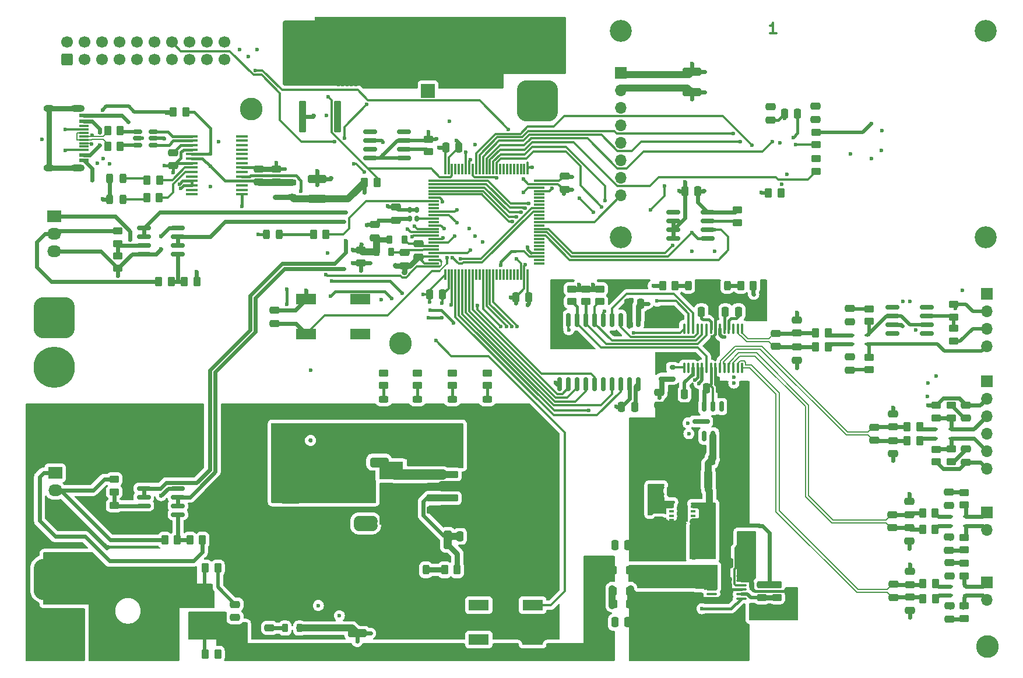
<source format=gtl>
G04 #@! TF.GenerationSoftware,KiCad,Pcbnew,8.0.4*
G04 #@! TF.CreationDate,2024-09-09T14:24:52+09:00*
G04 #@! TF.ProjectId,Solid Rocket Motor Test Station,536f6c69-6420-4526-9f63-6b6574204d6f,1.0*
G04 #@! TF.SameCoordinates,Original*
G04 #@! TF.FileFunction,Copper,L1,Top*
G04 #@! TF.FilePolarity,Positive*
%FSLAX46Y46*%
G04 Gerber Fmt 4.6, Leading zero omitted, Abs format (unit mm)*
G04 Created by KiCad (PCBNEW 8.0.4) date 2024-09-09 14:24:52*
%MOMM*%
%LPD*%
G01*
G04 APERTURE LIST*
G04 Aperture macros list*
%AMRoundRect*
0 Rectangle with rounded corners*
0 $1 Rounding radius*
0 $2 $3 $4 $5 $6 $7 $8 $9 X,Y pos of 4 corners*
0 Add a 4 corners polygon primitive as box body*
4,1,4,$2,$3,$4,$5,$6,$7,$8,$9,$2,$3,0*
0 Add four circle primitives for the rounded corners*
1,1,$1+$1,$2,$3*
1,1,$1+$1,$4,$5*
1,1,$1+$1,$6,$7*
1,1,$1+$1,$8,$9*
0 Add four rect primitives between the rounded corners*
20,1,$1+$1,$2,$3,$4,$5,0*
20,1,$1+$1,$4,$5,$6,$7,0*
20,1,$1+$1,$6,$7,$8,$9,0*
20,1,$1+$1,$8,$9,$2,$3,0*%
G04 Aperture macros list end*
%ADD10C,0.300000*%
G04 #@! TA.AperFunction,NonConductor*
%ADD11C,0.300000*%
G04 #@! TD*
G04 #@! TA.AperFunction,SMDPad,CuDef*
%ADD12RoundRect,0.250000X0.250000X0.475000X-0.250000X0.475000X-0.250000X-0.475000X0.250000X-0.475000X0*%
G04 #@! TD*
G04 #@! TA.AperFunction,SMDPad,CuDef*
%ADD13RoundRect,0.250000X-0.475000X0.250000X-0.475000X-0.250000X0.475000X-0.250000X0.475000X0.250000X0*%
G04 #@! TD*
G04 #@! TA.AperFunction,SMDPad,CuDef*
%ADD14RoundRect,0.250000X-0.450000X0.262500X-0.450000X-0.262500X0.450000X-0.262500X0.450000X0.262500X0*%
G04 #@! TD*
G04 #@! TA.AperFunction,SMDPad,CuDef*
%ADD15RoundRect,0.250000X0.262500X0.450000X-0.262500X0.450000X-0.262500X-0.450000X0.262500X-0.450000X0*%
G04 #@! TD*
G04 #@! TA.AperFunction,SMDPad,CuDef*
%ADD16RoundRect,0.250000X1.100000X-0.325000X1.100000X0.325000X-1.100000X0.325000X-1.100000X-0.325000X0*%
G04 #@! TD*
G04 #@! TA.AperFunction,SMDPad,CuDef*
%ADD17RoundRect,0.150000X-0.825000X-0.150000X0.825000X-0.150000X0.825000X0.150000X-0.825000X0.150000X0*%
G04 #@! TD*
G04 #@! TA.AperFunction,SMDPad,CuDef*
%ADD18RoundRect,0.250000X0.450000X-0.262500X0.450000X0.262500X-0.450000X0.262500X-0.450000X-0.262500X0*%
G04 #@! TD*
G04 #@! TA.AperFunction,ComponentPad*
%ADD19R,1.700000X1.700000*%
G04 #@! TD*
G04 #@! TA.AperFunction,ComponentPad*
%ADD20O,1.700000X1.700000*%
G04 #@! TD*
G04 #@! TA.AperFunction,SMDPad,CuDef*
%ADD21RoundRect,0.250000X0.475000X-0.250000X0.475000X0.250000X-0.475000X0.250000X-0.475000X-0.250000X0*%
G04 #@! TD*
G04 #@! TA.AperFunction,ComponentPad*
%ADD22RoundRect,1.500000X-1.500000X1.500000X-1.500000X-1.500000X1.500000X-1.500000X1.500000X1.500000X0*%
G04 #@! TD*
G04 #@! TA.AperFunction,ComponentPad*
%ADD23C,6.000000*%
G04 #@! TD*
G04 #@! TA.AperFunction,SMDPad,CuDef*
%ADD24RoundRect,0.218750X-0.218750X-0.381250X0.218750X-0.381250X0.218750X0.381250X-0.218750X0.381250X0*%
G04 #@! TD*
G04 #@! TA.AperFunction,SMDPad,CuDef*
%ADD25RoundRect,0.243750X0.456250X-0.243750X0.456250X0.243750X-0.456250X0.243750X-0.456250X-0.243750X0*%
G04 #@! TD*
G04 #@! TA.AperFunction,SMDPad,CuDef*
%ADD26RoundRect,0.250000X0.325000X1.100000X-0.325000X1.100000X-0.325000X-1.100000X0.325000X-1.100000X0*%
G04 #@! TD*
G04 #@! TA.AperFunction,SMDPad,CuDef*
%ADD27RoundRect,0.100000X-0.625000X-0.100000X0.625000X-0.100000X0.625000X0.100000X-0.625000X0.100000X0*%
G04 #@! TD*
G04 #@! TA.AperFunction,HeatsinkPad*
%ADD28R,1.650000X2.850000*%
G04 #@! TD*
G04 #@! TA.AperFunction,SMDPad,CuDef*
%ADD29R,3.000000X1.524000*%
G04 #@! TD*
G04 #@! TA.AperFunction,SMDPad,CuDef*
%ADD30RoundRect,0.150000X-0.512500X-0.150000X0.512500X-0.150000X0.512500X0.150000X-0.512500X0.150000X0*%
G04 #@! TD*
G04 #@! TA.AperFunction,SMDPad,CuDef*
%ADD31RoundRect,0.150000X0.825000X0.150000X-0.825000X0.150000X-0.825000X-0.150000X0.825000X-0.150000X0*%
G04 #@! TD*
G04 #@! TA.AperFunction,SMDPad,CuDef*
%ADD32RoundRect,0.150000X-0.150000X0.875000X-0.150000X-0.875000X0.150000X-0.875000X0.150000X0.875000X0*%
G04 #@! TD*
G04 #@! TA.AperFunction,SMDPad,CuDef*
%ADD33RoundRect,0.243750X0.243750X0.456250X-0.243750X0.456250X-0.243750X-0.456250X0.243750X-0.456250X0*%
G04 #@! TD*
G04 #@! TA.AperFunction,SMDPad,CuDef*
%ADD34RoundRect,0.250000X-0.250000X-0.475000X0.250000X-0.475000X0.250000X0.475000X-0.250000X0.475000X0*%
G04 #@! TD*
G04 #@! TA.AperFunction,SMDPad,CuDef*
%ADD35R,1.450000X0.600000*%
G04 #@! TD*
G04 #@! TA.AperFunction,SMDPad,CuDef*
%ADD36R,1.450000X0.300000*%
G04 #@! TD*
G04 #@! TA.AperFunction,ComponentPad*
%ADD37O,2.100000X1.000000*%
G04 #@! TD*
G04 #@! TA.AperFunction,ComponentPad*
%ADD38O,1.600000X1.000000*%
G04 #@! TD*
G04 #@! TA.AperFunction,SMDPad,CuDef*
%ADD39RoundRect,0.100000X0.300000X0.100000X-0.300000X0.100000X-0.300000X-0.100000X0.300000X-0.100000X0*%
G04 #@! TD*
G04 #@! TA.AperFunction,SMDPad,CuDef*
%ADD40RoundRect,0.250000X-0.262500X-0.450000X0.262500X-0.450000X0.262500X0.450000X-0.262500X0.450000X0*%
G04 #@! TD*
G04 #@! TA.AperFunction,ComponentPad*
%ADD41R,2.030000X1.730000*%
G04 #@! TD*
G04 #@! TA.AperFunction,ComponentPad*
%ADD42O,2.030000X1.730000*%
G04 #@! TD*
G04 #@! TA.AperFunction,SMDPad,CuDef*
%ADD43RoundRect,0.243750X-0.243750X-0.456250X0.243750X-0.456250X0.243750X0.456250X-0.243750X0.456250X0*%
G04 #@! TD*
G04 #@! TA.AperFunction,SMDPad,CuDef*
%ADD44RoundRect,0.100000X-0.100000X0.637500X-0.100000X-0.637500X0.100000X-0.637500X0.100000X0.637500X0*%
G04 #@! TD*
G04 #@! TA.AperFunction,SMDPad,CuDef*
%ADD45RoundRect,0.218750X-0.381250X0.218750X-0.381250X-0.218750X0.381250X-0.218750X0.381250X0.218750X0*%
G04 #@! TD*
G04 #@! TA.AperFunction,ComponentPad*
%ADD46R,2.000000X2.000000*%
G04 #@! TD*
G04 #@! TA.AperFunction,ComponentPad*
%ADD47C,2.000000*%
G04 #@! TD*
G04 #@! TA.AperFunction,SMDPad,CuDef*
%ADD48RoundRect,0.175000X-0.175000X0.225000X-0.175000X-0.225000X0.175000X-0.225000X0.175000X0.225000X0*%
G04 #@! TD*
G04 #@! TA.AperFunction,SMDPad,CuDef*
%ADD49RoundRect,0.175000X0.175000X0.575000X-0.175000X0.575000X-0.175000X-0.575000X0.175000X-0.575000X0*%
G04 #@! TD*
G04 #@! TA.AperFunction,SMDPad,CuDef*
%ADD50RoundRect,0.175000X0.575000X0.175000X-0.575000X0.175000X-0.575000X-0.175000X0.575000X-0.175000X0*%
G04 #@! TD*
G04 #@! TA.AperFunction,SMDPad,CuDef*
%ADD51RoundRect,0.175000X0.175000X-0.575000X0.175000X0.575000X-0.175000X0.575000X-0.175000X-0.575000X0*%
G04 #@! TD*
G04 #@! TA.AperFunction,SMDPad,CuDef*
%ADD52RoundRect,0.175000X1.075000X0.175000X-1.075000X0.175000X-1.075000X-0.175000X1.075000X-0.175000X0*%
G04 #@! TD*
G04 #@! TA.AperFunction,SMDPad,CuDef*
%ADD53RoundRect,0.250000X0.300000X-2.050000X0.300000X2.050000X-0.300000X2.050000X-0.300000X-2.050000X0*%
G04 #@! TD*
G04 #@! TA.AperFunction,SMDPad,CuDef*
%ADD54RoundRect,0.250000X2.375000X-2.025000X2.375000X2.025000X-2.375000X2.025000X-2.375000X-2.025000X0*%
G04 #@! TD*
G04 #@! TA.AperFunction,SMDPad,CuDef*
%ADD55RoundRect,0.250002X5.149998X-4.449998X5.149998X4.449998X-5.149998X4.449998X-5.149998X-4.449998X0*%
G04 #@! TD*
G04 #@! TA.AperFunction,SMDPad,CuDef*
%ADD56R,0.650000X0.350000*%
G04 #@! TD*
G04 #@! TA.AperFunction,SMDPad,CuDef*
%ADD57R,1.550000X2.400000*%
G04 #@! TD*
G04 #@! TA.AperFunction,SMDPad,CuDef*
%ADD58RoundRect,0.250000X-0.325000X-1.100000X0.325000X-1.100000X0.325000X1.100000X-0.325000X1.100000X0*%
G04 #@! TD*
G04 #@! TA.AperFunction,SMDPad,CuDef*
%ADD59RoundRect,0.075000X-0.725000X-0.075000X0.725000X-0.075000X0.725000X0.075000X-0.725000X0.075000X0*%
G04 #@! TD*
G04 #@! TA.AperFunction,SMDPad,CuDef*
%ADD60RoundRect,0.075000X-0.075000X-0.725000X0.075000X-0.725000X0.075000X0.725000X-0.075000X0.725000X0*%
G04 #@! TD*
G04 #@! TA.AperFunction,SMDPad,CuDef*
%ADD61RoundRect,0.250000X-1.100000X0.325000X-1.100000X-0.325000X1.100000X-0.325000X1.100000X0.325000X0*%
G04 #@! TD*
G04 #@! TA.AperFunction,SMDPad,CuDef*
%ADD62R,1.750000X0.450000*%
G04 #@! TD*
G04 #@! TA.AperFunction,ComponentPad*
%ADD63RoundRect,1.500000X1.500000X-1.500000X1.500000X1.500000X-1.500000X1.500000X-1.500000X-1.500000X0*%
G04 #@! TD*
G04 #@! TA.AperFunction,SMDPad,CuDef*
%ADD64R,3.500000X2.500000*%
G04 #@! TD*
G04 #@! TA.AperFunction,SMDPad,CuDef*
%ADD65RoundRect,0.250000X-2.050000X-0.300000X2.050000X-0.300000X2.050000X0.300000X-2.050000X0.300000X0*%
G04 #@! TD*
G04 #@! TA.AperFunction,SMDPad,CuDef*
%ADD66RoundRect,0.250000X-2.025000X-2.375000X2.025000X-2.375000X2.025000X2.375000X-2.025000X2.375000X0*%
G04 #@! TD*
G04 #@! TA.AperFunction,SMDPad,CuDef*
%ADD67RoundRect,0.250002X-4.449998X-5.149998X4.449998X-5.149998X4.449998X5.149998X-4.449998X5.149998X0*%
G04 #@! TD*
G04 #@! TA.AperFunction,SMDPad,CuDef*
%ADD68RoundRect,0.162500X0.262500X-0.162500X0.262500X0.162500X-0.262500X0.162500X-0.262500X-0.162500X0*%
G04 #@! TD*
G04 #@! TA.AperFunction,ComponentPad*
%ADD69R,1.800000X1.800000*%
G04 #@! TD*
G04 #@! TA.AperFunction,ComponentPad*
%ADD70C,1.800000*%
G04 #@! TD*
G04 #@! TA.AperFunction,SMDPad,CuDef*
%ADD71RoundRect,0.218750X0.218750X0.381250X-0.218750X0.381250X-0.218750X-0.381250X0.218750X-0.381250X0*%
G04 #@! TD*
G04 #@! TA.AperFunction,ComponentPad*
%ADD72RoundRect,0.250000X0.600000X-0.600000X0.600000X0.600000X-0.600000X0.600000X-0.600000X-0.600000X0*%
G04 #@! TD*
G04 #@! TA.AperFunction,ComponentPad*
%ADD73C,1.700000*%
G04 #@! TD*
G04 #@! TA.AperFunction,SMDPad,CuDef*
%ADD74R,3.000000X2.000000*%
G04 #@! TD*
G04 #@! TA.AperFunction,ViaPad*
%ADD75C,3.200000*%
G04 #@! TD*
G04 #@! TA.AperFunction,ViaPad*
%ADD76C,3.300000*%
G04 #@! TD*
G04 #@! TA.AperFunction,ViaPad*
%ADD77C,0.600000*%
G04 #@! TD*
G04 #@! TA.AperFunction,ViaPad*
%ADD78C,1.000000*%
G04 #@! TD*
G04 #@! TA.AperFunction,Conductor*
%ADD79C,0.600000*%
G04 #@! TD*
G04 #@! TA.AperFunction,Conductor*
%ADD80C,0.500000*%
G04 #@! TD*
G04 #@! TA.AperFunction,Conductor*
%ADD81C,0.300000*%
G04 #@! TD*
G04 #@! TA.AperFunction,Conductor*
%ADD82C,0.400000*%
G04 #@! TD*
G04 #@! TA.AperFunction,Conductor*
%ADD83C,1.000000*%
G04 #@! TD*
G04 #@! TA.AperFunction,Conductor*
%ADD84C,1.500000*%
G04 #@! TD*
G04 #@! TA.AperFunction,Conductor*
%ADD85C,0.800000*%
G04 #@! TD*
G04 #@! TA.AperFunction,Conductor*
%ADD86C,2.500000*%
G04 #@! TD*
G04 #@! TA.AperFunction,Conductor*
%ADD87C,4.000000*%
G04 #@! TD*
G04 #@! TA.AperFunction,Conductor*
%ADD88C,0.200000*%
G04 #@! TD*
G04 #@! TA.AperFunction,Conductor*
%ADD89C,2.000000*%
G04 #@! TD*
G04 APERTURE END LIST*
D10*
D11*
X194498025Y-58816828D02*
X193640882Y-58816828D01*
X194069453Y-58816828D02*
X194069453Y-57316828D01*
X194069453Y-57316828D02*
X193926596Y-57531114D01*
X193926596Y-57531114D02*
X193783739Y-57673971D01*
X193783739Y-57673971D02*
X193640882Y-57745400D01*
D12*
X146034800Y-96735000D03*
X144134800Y-96735000D03*
D13*
X205193000Y-105823000D03*
X205193000Y-107723000D03*
X175545000Y-138531000D03*
X175545000Y-140431000D03*
D14*
X147431800Y-108141500D03*
X147431800Y-109966500D03*
D15*
X111170000Y-132416000D03*
X109345000Y-132416000D03*
D16*
X127823000Y-82892000D03*
X127823000Y-79942000D03*
D14*
X98345000Y-123591000D03*
X98345000Y-125416000D03*
D17*
X102645000Y-124896000D03*
X102645000Y-126166000D03*
X102645000Y-127436000D03*
X102645000Y-128706000D03*
X107595000Y-128706000D03*
X107595000Y-127436000D03*
X107595000Y-126166000D03*
X107595000Y-124896000D03*
D14*
X144006600Y-74180200D03*
X144006600Y-76005200D03*
D18*
X219895000Y-121043000D03*
X219895000Y-119218000D03*
D19*
X225095000Y-138528000D03*
D20*
X225095000Y-141068000D03*
D13*
X194445400Y-102373200D03*
X194445400Y-104273200D03*
D21*
X211445000Y-115988000D03*
X211445000Y-114088000D03*
D22*
X89645000Y-100106000D03*
D23*
X89645000Y-107306000D03*
D24*
X170955700Y-139810000D03*
X173080700Y-139810000D03*
D25*
X147431800Y-113880000D03*
X147431800Y-112005000D03*
D26*
X146777200Y-132376400D03*
X143827200Y-132376400D03*
D13*
X163813000Y-79564000D03*
X163813000Y-81464000D03*
D14*
X98345000Y-127416000D03*
X98345000Y-129241000D03*
D15*
X191166800Y-95465000D03*
X189341800Y-95465000D03*
D13*
X121645000Y-99056000D03*
X121645000Y-100956000D03*
X193715600Y-69511200D03*
X193715600Y-71411200D03*
X182045000Y-138531000D03*
X182045000Y-140431000D03*
D27*
X185145000Y-137656000D03*
X185145000Y-138306000D03*
X185145000Y-138956000D03*
X185145000Y-139606000D03*
X185145000Y-140256000D03*
X185145000Y-140906000D03*
X189445000Y-140906000D03*
X189445000Y-140256000D03*
X189445000Y-139606000D03*
X189445000Y-138956000D03*
X189445000Y-138306000D03*
X189445000Y-137656000D03*
D28*
X187295000Y-139281000D03*
D13*
X222065000Y-112828000D03*
X222065000Y-114728000D03*
D14*
X98870000Y-87536000D03*
X98870000Y-89361000D03*
D13*
X219595000Y-131993000D03*
X219595000Y-133893000D03*
D29*
X126245000Y-102456000D03*
X134045000Y-102456000D03*
X126245000Y-97456000D03*
X134045000Y-97456000D03*
D14*
X207987000Y-98852000D03*
X207987000Y-100677000D03*
D13*
X219670000Y-141978000D03*
X219670000Y-143878000D03*
D30*
X101742700Y-73128200D03*
X101742700Y-74078200D03*
X101742700Y-75028200D03*
X104017700Y-75028200D03*
X104017700Y-74078200D03*
X104017700Y-73128200D03*
D14*
X152511800Y-108141500D03*
X152511800Y-109966500D03*
D21*
X121893000Y-80397800D03*
X121893000Y-78497800D03*
X192424600Y-140773000D03*
X192424600Y-138873000D03*
D31*
X140450600Y-76970400D03*
X140450600Y-75700400D03*
X140450600Y-74430400D03*
X140450600Y-73160400D03*
X135500600Y-73160400D03*
X135500600Y-74430400D03*
X135500600Y-75700400D03*
X135500600Y-76970400D03*
D21*
X128645000Y-145206000D03*
X128645000Y-143306000D03*
D32*
X174476000Y-100490000D03*
X173206000Y-100490000D03*
X171936000Y-100490000D03*
X170666000Y-100490000D03*
X169396000Y-100490000D03*
X168126000Y-100490000D03*
X166856000Y-100490000D03*
X165586000Y-100490000D03*
X164316000Y-100490000D03*
X163046000Y-100490000D03*
X163046000Y-109790000D03*
X164316000Y-109790000D03*
X165586000Y-109790000D03*
X166856000Y-109790000D03*
X168126000Y-109790000D03*
X169396000Y-109790000D03*
X170666000Y-109790000D03*
X171936000Y-109790000D03*
X173206000Y-109790000D03*
X174476000Y-109790000D03*
D25*
X137489300Y-113880000D03*
X137489300Y-112005000D03*
D21*
X177462500Y-129547000D03*
X177462500Y-127647000D03*
D33*
X99585000Y-82914000D03*
X97710000Y-82914000D03*
D13*
X106918800Y-76140600D03*
X106918800Y-78040600D03*
D15*
X113395000Y-148956000D03*
X111570000Y-148956000D03*
D13*
X177478200Y-110953400D03*
X177478200Y-112853400D03*
D18*
X217745000Y-114678000D03*
X217745000Y-112853000D03*
D34*
X148573000Y-131876400D03*
X150473000Y-131876400D03*
D13*
X140479000Y-90666000D03*
X140479000Y-92566000D03*
D35*
X93926000Y-70772000D03*
X93926000Y-71572000D03*
D36*
X93926000Y-72772000D03*
X93926000Y-73772000D03*
X93926000Y-74272000D03*
X93926000Y-75272000D03*
D35*
X93926000Y-76472000D03*
X93926000Y-77272000D03*
X93926000Y-77272000D03*
X93926000Y-76472000D03*
D36*
X93926000Y-75772000D03*
X93926000Y-74772000D03*
X93926000Y-73272000D03*
X93926000Y-72272000D03*
D35*
X93926000Y-71572000D03*
X93926000Y-70772000D03*
D37*
X93011000Y-69702000D03*
D38*
X88831000Y-69702000D03*
D37*
X93011000Y-78342000D03*
D38*
X88831000Y-78342000D03*
D14*
X98870000Y-91111000D03*
X98870000Y-92936000D03*
D12*
X186276000Y-110370000D03*
X184376000Y-110370000D03*
D34*
X187721200Y-135800200D03*
X189621200Y-135800200D03*
D21*
X219595000Y-127368000D03*
X219595000Y-125468000D03*
D39*
X207747000Y-103979000D03*
X207747000Y-102679000D03*
X205447000Y-102679000D03*
X205447000Y-103979000D03*
D40*
X97395700Y-72909800D03*
X99220700Y-72909800D03*
D19*
X225095000Y-128368000D03*
D20*
X225095000Y-130908000D03*
D40*
X215757500Y-130843000D03*
X217582500Y-130843000D03*
D41*
X89770000Y-122656000D03*
D42*
X89770000Y-125196000D03*
X89770000Y-127736000D03*
D15*
X104894000Y-82660000D03*
X103069000Y-82660000D03*
X148161800Y-136744200D03*
X146336800Y-136744200D03*
D21*
X120895002Y-145156000D03*
X120895002Y-143256000D03*
D34*
X172916000Y-98100000D03*
X174816000Y-98100000D03*
D43*
X141746800Y-136740000D03*
X143621800Y-136740000D03*
D40*
X134684800Y-80479000D03*
X136509800Y-80479000D03*
D14*
X194599600Y-138910500D03*
X194599600Y-140735500D03*
D40*
X215820000Y-138693000D03*
X217645000Y-138693000D03*
D14*
X168866000Y-95957500D03*
X168866000Y-97782500D03*
D18*
X200319600Y-78875000D03*
X200319600Y-77050000D03*
D13*
X211420000Y-128743000D03*
X211420000Y-130643000D03*
D12*
X197596800Y-70496800D03*
X195696800Y-70496800D03*
D40*
X213520000Y-115988000D03*
X215345000Y-115988000D03*
D25*
X142351800Y-113880000D03*
X142351800Y-112005000D03*
D14*
X219935000Y-112858000D03*
X219935000Y-114683000D03*
D44*
X189571000Y-101717500D03*
X188921000Y-101717500D03*
X188271000Y-101717500D03*
X187621000Y-101717500D03*
X186971000Y-101717500D03*
X186321000Y-101717500D03*
X185671000Y-101717500D03*
X185021000Y-101717500D03*
X184371000Y-101717500D03*
X183721000Y-101717500D03*
X183071000Y-101717500D03*
X182421000Y-101717500D03*
X181771000Y-101717500D03*
X181121000Y-101717500D03*
X181121000Y-107442500D03*
X181771000Y-107442500D03*
X182421000Y-107442500D03*
X183071000Y-107442500D03*
X183721000Y-107442500D03*
X184371000Y-107442500D03*
X185021000Y-107442500D03*
X185671000Y-107442500D03*
X186321000Y-107442500D03*
X186971000Y-107442500D03*
X187621000Y-107442500D03*
X188271000Y-107442500D03*
X188921000Y-107442500D03*
X189571000Y-107442500D03*
D39*
X222070000Y-130318000D03*
X222070000Y-129018000D03*
X219770000Y-129018000D03*
X219770000Y-130318000D03*
D21*
X119353000Y-80397800D03*
X119353000Y-78497800D03*
D45*
X124179000Y-80483300D03*
X124179000Y-82608300D03*
D34*
X172044400Y-113041800D03*
X173944400Y-113041800D03*
D46*
X143933400Y-67196800D03*
D47*
X143933400Y-59596800D03*
D21*
X222085000Y-121098000D03*
X222085000Y-119198000D03*
D18*
X207987000Y-107685500D03*
X207987000Y-105860500D03*
D34*
X146503800Y-75395600D03*
X148403800Y-75395600D03*
D21*
X213885000Y-138893000D03*
X213885000Y-136993000D03*
D48*
X141257000Y-84438000D03*
X141257000Y-85738000D03*
X142257000Y-85738000D03*
X142257000Y-84438000D03*
D49*
X184076000Y-117320000D03*
X185346000Y-117320000D03*
X186616000Y-117320000D03*
D50*
X187496000Y-115170000D03*
D51*
X186616000Y-113020000D03*
X185346000Y-113020000D03*
X184076000Y-113020000D03*
D52*
X183596000Y-115170000D03*
D12*
X172975000Y-133156000D03*
X171075000Y-133156000D03*
D53*
X125718600Y-70880400D03*
D54*
X125483600Y-64155400D03*
X131033600Y-64155400D03*
D55*
X128258600Y-61730400D03*
D54*
X125483600Y-59305400D03*
X131033600Y-59305400D03*
D53*
X130798600Y-70880400D03*
D12*
X182532800Y-134499200D03*
X180632800Y-134499200D03*
D21*
X197499500Y-102339000D03*
X197499500Y-100439000D03*
D43*
X185531800Y-95465000D03*
X187406800Y-95465000D03*
D12*
X158580800Y-97138000D03*
X156680800Y-97138000D03*
D14*
X188833800Y-84472500D03*
X188833800Y-86297500D03*
D21*
X200167200Y-71309600D03*
X200167200Y-69409600D03*
D15*
X106620000Y-94861000D03*
X104795000Y-94861000D03*
D21*
X213885000Y-142613000D03*
X213885000Y-140713000D03*
D39*
X219905000Y-117618000D03*
X219905000Y-116318000D03*
X217605000Y-116318000D03*
X217605000Y-117618000D03*
D56*
X179335000Y-127596000D03*
X179335000Y-128246000D03*
X179335000Y-128896000D03*
X179335000Y-129546000D03*
X182435000Y-129546000D03*
X182435000Y-128896000D03*
X182435000Y-128246000D03*
X182435000Y-127596000D03*
D57*
X180885000Y-128571000D03*
D31*
X216369000Y-102455000D03*
X216369000Y-101185000D03*
X216369000Y-99915000D03*
X216369000Y-98645000D03*
X211419000Y-98645000D03*
X211419000Y-99915000D03*
X211419000Y-101185000D03*
X211419000Y-102455000D03*
D18*
X221770000Y-143818000D03*
X221770000Y-141993000D03*
D40*
X200213000Y-104373000D03*
X202038000Y-104373000D03*
D58*
X184615600Y-123678800D03*
X187565600Y-123678800D03*
D59*
X144742000Y-80216000D03*
X144742000Y-80716000D03*
X144742000Y-81216000D03*
X144742000Y-81716000D03*
X144742000Y-82216000D03*
X144742000Y-82716000D03*
X144742000Y-83216000D03*
X144742000Y-83716000D03*
X144742000Y-84216000D03*
X144742000Y-84716000D03*
X144742000Y-85216000D03*
X144742000Y-85716000D03*
X144742000Y-86216000D03*
X144742000Y-86716000D03*
X144742000Y-87216000D03*
X144742000Y-87716000D03*
X144742000Y-88216000D03*
X144742000Y-88716000D03*
X144742000Y-89216000D03*
X144742000Y-89716000D03*
X144742000Y-90216000D03*
X144742000Y-90716000D03*
X144742000Y-91216000D03*
X144742000Y-91716000D03*
X144742000Y-92216000D03*
D60*
X146417000Y-93891000D03*
X146917000Y-93891000D03*
X147417000Y-93891000D03*
X147917000Y-93891000D03*
X148417000Y-93891000D03*
X148917000Y-93891000D03*
X149417000Y-93891000D03*
X149917000Y-93891000D03*
X150417000Y-93891000D03*
X150917000Y-93891000D03*
X151417000Y-93891000D03*
X151917000Y-93891000D03*
X152417000Y-93891000D03*
X152917000Y-93891000D03*
X153417000Y-93891000D03*
X153917000Y-93891000D03*
X154417000Y-93891000D03*
X154917000Y-93891000D03*
X155417000Y-93891000D03*
X155917000Y-93891000D03*
X156417000Y-93891000D03*
X156917000Y-93891000D03*
X157417000Y-93891000D03*
X157917000Y-93891000D03*
X158417000Y-93891000D03*
D59*
X160092000Y-92216000D03*
X160092000Y-91716000D03*
X160092000Y-91216000D03*
X160092000Y-90716000D03*
X160092000Y-90216000D03*
X160092000Y-89716000D03*
X160092000Y-89216000D03*
X160092000Y-88716000D03*
X160092000Y-88216000D03*
X160092000Y-87716000D03*
X160092000Y-87216000D03*
X160092000Y-86716000D03*
X160092000Y-86216000D03*
X160092000Y-85716000D03*
X160092000Y-85216000D03*
X160092000Y-84716000D03*
X160092000Y-84216000D03*
X160092000Y-83716000D03*
X160092000Y-83216000D03*
X160092000Y-82716000D03*
X160092000Y-82216000D03*
X160092000Y-81716000D03*
X160092000Y-81216000D03*
X160092000Y-80716000D03*
X160092000Y-80216000D03*
D60*
X158417000Y-78541000D03*
X157917000Y-78541000D03*
X157417000Y-78541000D03*
X156917000Y-78541000D03*
X156417000Y-78541000D03*
X155917000Y-78541000D03*
X155417000Y-78541000D03*
X154917000Y-78541000D03*
X154417000Y-78541000D03*
X153917000Y-78541000D03*
X153417000Y-78541000D03*
X152917000Y-78541000D03*
X152417000Y-78541000D03*
X151917000Y-78541000D03*
X151417000Y-78541000D03*
X150917000Y-78541000D03*
X150417000Y-78541000D03*
X149917000Y-78541000D03*
X149417000Y-78541000D03*
X148917000Y-78541000D03*
X148417000Y-78541000D03*
X147917000Y-78541000D03*
X147417000Y-78541000D03*
X146917000Y-78541000D03*
X146417000Y-78541000D03*
D61*
X182234800Y-64410000D03*
X182234800Y-67360000D03*
D15*
X129096000Y-87994000D03*
X127271000Y-87994000D03*
D14*
X220244000Y-98179000D03*
X220244000Y-100004000D03*
X137489300Y-108141500D03*
X137489300Y-109966500D03*
X164846000Y-95960000D03*
X164846000Y-97785000D03*
D21*
X115895000Y-143656000D03*
X115895000Y-141756000D03*
D34*
X180632800Y-131959200D03*
X182532800Y-131959200D03*
D15*
X104919000Y-80120000D03*
X103094000Y-80120000D03*
D12*
X189026000Y-99270000D03*
X187126000Y-99270000D03*
D40*
X200213000Y-102341000D03*
X202038000Y-102341000D03*
D16*
X133645000Y-145956000D03*
X133645000Y-143006000D03*
D17*
X102670000Y-87051000D03*
X102670000Y-88321000D03*
X102670000Y-89591000D03*
X102670000Y-90861000D03*
X107620000Y-90861000D03*
X107620000Y-89591000D03*
X107620000Y-88321000D03*
X107620000Y-87051000D03*
D21*
X213820000Y-132543000D03*
X213820000Y-130643000D03*
D26*
X190045000Y-132931000D03*
X187095000Y-132931000D03*
D13*
X211585000Y-138853000D03*
X211585000Y-140753000D03*
D14*
X220244000Y-101688000D03*
X220244000Y-103513000D03*
D21*
X219670000Y-137628000D03*
X219670000Y-135728000D03*
D17*
X179565800Y-84773500D03*
X179565800Y-86043500D03*
X179565800Y-87313500D03*
X179565800Y-88583500D03*
X184515800Y-88583500D03*
X184515800Y-87313500D03*
X184515800Y-86043500D03*
X184515800Y-84773500D03*
D24*
X138354000Y-88756000D03*
X140479000Y-88756000D03*
D62*
X116857000Y-82214800D03*
X116857000Y-81564800D03*
X116857000Y-80914800D03*
X116857000Y-80264800D03*
X116857000Y-79614800D03*
X116857000Y-78964800D03*
X116857000Y-78314800D03*
X116857000Y-77664800D03*
X116857000Y-77014800D03*
X116857000Y-76364800D03*
X116857000Y-75714800D03*
X116857000Y-75064800D03*
X116857000Y-74414800D03*
X116857000Y-73764800D03*
X109657000Y-73764800D03*
X109657000Y-74414800D03*
X109657000Y-75064800D03*
X109657000Y-75714800D03*
X109657000Y-76364800D03*
X109657000Y-77014800D03*
X109657000Y-77664800D03*
X109657000Y-78314800D03*
X109657000Y-78964800D03*
X109657000Y-79614800D03*
X109657000Y-80264800D03*
X109657000Y-80914800D03*
X109657000Y-81564800D03*
X109657000Y-82214800D03*
D25*
X152511800Y-113880000D03*
X152511800Y-112005000D03*
D13*
X134129000Y-90280000D03*
X134129000Y-92180000D03*
D21*
X211445000Y-119888000D03*
X211445000Y-117988000D03*
X205193000Y-100714500D03*
X205193000Y-98814500D03*
D15*
X195185000Y-81977600D03*
X193360000Y-81977600D03*
D63*
X159783000Y-68632400D03*
D23*
X159783000Y-61432400D03*
D40*
X111570000Y-136456000D03*
X113395000Y-136456000D03*
D33*
X183596800Y-95465000D03*
X181721800Y-95465000D03*
D14*
X221770000Y-125493000D03*
X221770000Y-127318000D03*
D21*
X213820000Y-128718000D03*
X213820000Y-126818000D03*
D40*
X213520000Y-117988000D03*
X215345000Y-117988000D03*
D34*
X179286000Y-111202400D03*
X181186000Y-111202400D03*
D14*
X166856000Y-95960000D03*
X166856000Y-97785000D03*
D19*
X225095000Y-96618000D03*
D20*
X225095000Y-99158000D03*
X225095000Y-101698000D03*
X225095000Y-104238000D03*
D40*
X106904000Y-70214000D03*
X108729000Y-70214000D03*
D41*
X89645000Y-85416000D03*
D42*
X89645000Y-87956000D03*
X89645000Y-90496000D03*
D13*
X136161000Y-86602000D03*
X136161000Y-88502000D03*
D40*
X215757500Y-128518000D03*
X217582500Y-128518000D03*
D14*
X142351800Y-108141500D03*
X142351800Y-109966500D03*
D21*
X142511000Y-91296000D03*
X142511000Y-89396000D03*
D34*
X177208500Y-125361000D03*
X179108500Y-125361000D03*
D40*
X177991800Y-95465000D03*
X179816800Y-95465000D03*
D15*
X110370000Y-94861000D03*
X108545000Y-94861000D03*
D14*
X221770000Y-135788000D03*
X221770000Y-137613000D03*
D33*
X99585000Y-79874000D03*
X97710000Y-79874000D03*
D24*
X170952200Y-136790800D03*
X173077200Y-136790800D03*
D19*
X225095000Y-109318000D03*
D20*
X225095000Y-111858000D03*
X225095000Y-114398000D03*
X225095000Y-116938000D03*
X225095000Y-119478000D03*
X225095000Y-122018000D03*
D40*
X97395700Y-75195800D03*
X99220700Y-75195800D03*
X215822500Y-140933000D03*
X217647500Y-140933000D03*
D64*
X138552200Y-122320400D03*
X138552200Y-128924400D03*
D65*
X146027200Y-121226400D03*
X146027200Y-122926400D03*
X146027200Y-124626400D03*
D66*
X152752200Y-121851400D03*
X152752200Y-127401400D03*
D67*
X155177200Y-124626400D03*
D66*
X157602200Y-121851400D03*
X157602200Y-127401400D03*
D65*
X146027200Y-126326400D03*
X146027200Y-128026400D03*
D68*
X177884000Y-108996600D03*
X177884000Y-107346600D03*
X179434000Y-107346600D03*
X179434000Y-108996600D03*
D43*
X120413000Y-87994000D03*
X122288000Y-87994000D03*
D13*
X139209000Y-84062000D03*
X139209000Y-85962000D03*
D29*
X159111000Y-141882000D03*
X151311000Y-141882000D03*
X159111000Y-146882000D03*
X151311000Y-146882000D03*
D39*
X222070000Y-140453000D03*
X222070000Y-139153000D03*
X219770000Y-139153000D03*
X219770000Y-140453000D03*
D69*
X111445000Y-145246000D03*
D70*
X111445000Y-140166000D03*
D18*
X221770000Y-133843000D03*
X221770000Y-132018000D03*
D14*
X217725000Y-119223000D03*
X217725000Y-121048000D03*
D12*
X172975000Y-144360000D03*
X171075000Y-144360000D03*
D24*
X170956500Y-141667600D03*
X173081500Y-141667600D03*
D19*
X171947800Y-64566000D03*
D20*
X171947800Y-67106000D03*
X171947800Y-69646000D03*
X171947800Y-72186000D03*
X171947800Y-74726000D03*
X171947800Y-77266000D03*
X171947800Y-79806000D03*
X171947800Y-82346000D03*
D12*
X183113800Y-81725500D03*
X181213800Y-81725500D03*
D15*
X107507500Y-132416000D03*
X105682500Y-132416000D03*
D71*
X138540000Y-90534000D03*
X136415000Y-90534000D03*
D24*
X123145000Y-145206000D03*
X125270000Y-145206000D03*
D12*
X185556000Y-99270000D03*
X183656000Y-99270000D03*
D21*
X197509500Y-106269000D03*
X197509500Y-104369000D03*
D18*
X200319600Y-75014200D03*
X200319600Y-73189200D03*
D22*
X89645000Y-138106000D03*
D23*
X89645000Y-145306000D03*
D13*
X208795000Y-116013000D03*
X208795000Y-117913000D03*
D34*
X185120600Y-120788800D03*
X187020600Y-120788800D03*
D13*
X176951600Y-64846800D03*
X176951600Y-66746800D03*
D72*
X91457000Y-62594000D03*
D73*
X91457000Y-60054000D03*
X93997000Y-62594000D03*
X93997000Y-60054000D03*
X96537000Y-62594000D03*
X96537000Y-60054000D03*
X99077000Y-62594000D03*
X99077000Y-60054000D03*
X101617000Y-62594000D03*
X101617000Y-60054000D03*
X104157000Y-62594000D03*
X104157000Y-60054000D03*
X106697000Y-62594000D03*
X106697000Y-60054000D03*
X109237000Y-62594000D03*
X109237000Y-60054000D03*
X111777000Y-62594000D03*
X111777000Y-60054000D03*
X114317000Y-62594000D03*
X114317000Y-60054000D03*
D74*
X128552200Y-123376400D03*
X128552200Y-133376400D03*
D75*
X171947800Y-58456000D03*
D76*
X118227800Y-69811000D03*
D75*
X224947800Y-58456000D03*
X171947800Y-88456000D03*
D76*
X225161800Y-147916000D03*
X139944800Y-103847000D03*
D75*
X224947800Y-88456000D03*
D77*
X134985800Y-86702000D03*
X135493800Y-92188400D03*
X182229800Y-68363200D03*
X147076200Y-71563600D03*
X105145000Y-90156000D03*
X126247800Y-96106000D03*
X205267600Y-76338800D03*
X157751000Y-79998000D03*
X130820200Y-71411200D03*
X129173000Y-70772800D03*
X148092200Y-74408400D03*
X113472000Y-74560800D03*
X195733600Y-71180800D03*
X150791800Y-88310000D03*
X143977400Y-73087600D03*
X126863800Y-139026000D03*
X112329000Y-81037800D03*
X195055800Y-74701000D03*
X144129800Y-97878000D03*
X130820200Y-70192000D03*
X180426400Y-81672800D03*
X137383700Y-76522300D03*
X171282400Y-113016400D03*
X170698200Y-140092800D03*
X200167200Y-69409600D03*
X98867000Y-94017200D03*
X106918800Y-79056600D03*
X137155800Y-97476000D03*
X170698200Y-141312000D03*
X107846273Y-80720673D03*
X170871800Y-144029800D03*
X133004600Y-92188400D03*
X97647800Y-77761200D03*
X127823000Y-80860000D03*
X208341000Y-77024600D03*
X102397600Y-74078200D03*
X98308200Y-130186800D03*
X156680800Y-98026000D03*
X117840800Y-62191000D03*
X170871800Y-144639400D03*
X143240800Y-96735000D03*
X164805400Y-81520400D03*
X95920600Y-77710400D03*
X170698200Y-140702400D03*
X130820200Y-70801600D03*
X181239200Y-80402800D03*
X121879400Y-77583400D03*
X87894200Y-74205200D03*
X170882000Y-132851200D03*
X162423800Y-109562000D03*
X140472200Y-93560000D03*
X127823000Y-78828000D03*
X148099000Y-84438000D03*
X123149400Y-78497800D03*
X139202200Y-92544000D03*
X105145000Y-127856000D03*
X160487400Y-127392800D03*
X96911200Y-129170800D03*
X155955800Y-97151000D03*
X134173000Y-93255200D03*
X130820200Y-68972800D03*
X152589200Y-120910400D03*
X158067000Y-92442400D03*
X170882000Y-133460800D03*
X130820200Y-72020800D03*
X149941800Y-87200000D03*
X105623400Y-78066000D03*
X150552200Y-122764600D03*
X96784200Y-77050000D03*
X170698200Y-141921600D03*
X130820200Y-72630400D03*
X130820200Y-69582400D03*
X160563600Y-121830200D03*
X119110800Y-61175000D03*
X116570800Y-61175000D03*
X126863800Y-107784000D03*
X126863800Y-117944000D03*
X129855000Y-79844000D03*
X119297800Y-88006000D03*
X150556000Y-119036200D03*
X170698200Y-139483200D03*
X108036400Y-81291800D03*
X136801000Y-85962000D03*
X184134800Y-67347200D03*
X209763400Y-75856200D03*
X159115800Y-144309200D03*
X121064000Y-143502600D03*
X129380800Y-90726000D03*
X163593000Y-82104600D03*
X145145800Y-74154400D03*
X196020200Y-79330400D03*
X195289208Y-80722600D03*
X148099000Y-86338000D03*
X145547800Y-75406000D03*
X208366400Y-71919200D03*
X158405800Y-98226000D03*
X127997800Y-141931000D03*
X146796800Y-133031600D03*
X200319600Y-77050000D03*
X105145000Y-88256000D03*
X146771400Y-131736200D03*
X192313600Y-81952200D03*
X96631800Y-82892000D03*
X133893600Y-129678800D03*
X121711800Y-82620000D03*
X131047800Y-143406000D03*
X146041998Y-83299953D03*
X135824000Y-129653400D03*
X185531800Y-90512000D03*
X135163600Y-130339200D03*
X151847800Y-89106000D03*
X135163600Y-129678800D03*
X134528600Y-129678800D03*
X145907800Y-98005000D03*
X134681000Y-81926800D03*
X184007800Y-81698200D03*
X134223800Y-89496000D03*
X182229800Y-63207000D03*
X135852200Y-130326400D03*
X184109400Y-64400800D03*
X209839600Y-72909800D03*
X146777200Y-132376400D03*
X133647800Y-147156000D03*
X133893600Y-130339200D03*
X182229800Y-90512000D03*
X138033800Y-83908000D03*
X134528600Y-130339200D03*
X135597800Y-145956000D03*
X196961800Y-73951200D03*
X173944400Y-113041800D03*
X150797800Y-75006000D03*
X105145000Y-125956000D03*
X164847800Y-79606000D03*
X132953800Y-90258000D03*
X124292400Y-122998600D03*
X124292400Y-121728600D03*
X124292400Y-124573400D03*
X123632000Y-124573400D03*
X124902000Y-122363600D03*
X124292400Y-123938400D03*
X123632000Y-123938400D03*
X124292400Y-125208400D03*
X124902000Y-121093600D03*
X123632000Y-125208400D03*
X123022400Y-121728600D03*
X123022400Y-124573400D03*
X123022400Y-125208400D03*
X124292400Y-121093600D03*
X124902000Y-121728600D03*
X123022400Y-125843400D03*
X124902000Y-122998600D03*
X123632000Y-125843400D03*
X123632000Y-121093600D03*
X124902000Y-123938400D03*
X123632000Y-122998600D03*
X123022400Y-122998600D03*
X123022400Y-121093600D03*
X123022400Y-122363600D03*
X124902000Y-125843400D03*
X124292400Y-125843400D03*
X123632000Y-121728600D03*
X123022400Y-123938400D03*
X123632000Y-122363600D03*
X124902000Y-124573400D03*
X124902000Y-125208400D03*
X124292400Y-122363600D03*
X115895000Y-141756000D03*
X113395000Y-148956000D03*
X115895000Y-143656000D03*
X120895002Y-145156000D03*
X123454200Y-98182800D03*
X146669800Y-91366000D03*
X123454200Y-95998400D03*
X146288800Y-87210000D03*
X124745000Y-100956000D03*
X157751000Y-81898000D03*
X156735000Y-91550000D03*
X112285000Y-78123800D03*
X200167200Y-71309600D03*
X193715600Y-69511200D03*
X184820600Y-134911200D03*
X189697400Y-132015600D03*
X188351200Y-108723800D03*
X185430200Y-134911200D03*
X190662600Y-131406000D03*
X189087800Y-132625200D03*
X191272200Y-132015600D03*
X212835000Y-101326800D03*
X184211000Y-134301600D03*
X217693200Y-108633800D03*
X186960540Y-102955000D03*
X184820600Y-133692000D03*
X191272200Y-131406000D03*
X190662600Y-133260200D03*
X190662600Y-133869800D03*
X189113200Y-133260200D03*
X189087800Y-132015600D03*
X216550200Y-109649800D03*
X221503200Y-96187800D03*
X185430200Y-133692000D03*
X189697400Y-131406000D03*
X190662600Y-132625200D03*
X191272200Y-133869800D03*
X191272200Y-132625200D03*
X191272200Y-133260200D03*
X184211000Y-134911200D03*
X185430200Y-134301600D03*
X214775920Y-101935000D03*
X184211000Y-133692000D03*
X189697400Y-132625200D03*
X184820600Y-134301600D03*
X191246800Y-96735000D03*
X190662600Y-132015600D03*
X189113200Y-133869800D03*
X189722800Y-133869800D03*
X189087800Y-131406000D03*
X188351200Y-109612800D03*
X189722800Y-133260200D03*
X173339800Y-141921600D03*
X186776400Y-140397600D03*
X187562000Y-125634600D03*
X205193000Y-105823000D03*
X219792500Y-137433000D03*
X219795000Y-142173000D03*
X173183200Y-144055200D03*
X181391600Y-128561200D03*
X213934000Y-97762600D03*
X213832400Y-125728000D03*
X211444800Y-120876600D03*
X186776400Y-139661000D03*
X205193000Y-100714500D03*
X216369000Y-98645000D03*
X185531800Y-98005000D03*
X187817800Y-139661000D03*
X179286000Y-112380200D03*
X197525600Y-107389200D03*
X186776400Y-138899000D03*
X177351200Y-107346600D03*
X173339800Y-139483200D03*
X220512600Y-98778600D03*
X212867200Y-97737200D03*
X177663800Y-99910000D03*
X187817800Y-140397600D03*
X186616000Y-120384200D03*
X213883200Y-135938800D03*
X213807000Y-133627400D03*
X173339800Y-140092800D03*
X173247000Y-132825800D03*
X219745000Y-127143000D03*
X179740600Y-117283600D03*
X185220142Y-102946962D03*
X185056000Y-104786800D03*
X180350200Y-128561200D03*
X173339800Y-140702400D03*
X173247000Y-133435400D03*
X173183200Y-144664800D03*
X216550200Y-112850200D03*
X177452800Y-113671200D03*
X216499400Y-111554800D03*
X170551800Y-95592000D03*
X181391600Y-127824600D03*
X179740600Y-113626000D03*
X182645975Y-109179975D03*
X162423800Y-100418000D03*
X173339800Y-141312000D03*
X187817800Y-138899000D03*
X172916000Y-98100000D03*
X181391600Y-129323200D03*
X186466000Y-116140000D03*
X187817800Y-138162400D03*
X177884600Y-106750000D03*
X185531800Y-96735000D03*
X186276000Y-111400000D03*
X180350200Y-129323200D03*
X171330800Y-102551000D03*
X186776400Y-138162400D03*
X187565600Y-121333800D03*
X183626800Y-96735000D03*
X180350200Y-127824600D03*
X219795000Y-132193000D03*
X221503200Y-98179000D03*
X213883200Y-143685800D03*
X197500200Y-99388200D03*
X211444800Y-113180400D03*
X188552600Y-123678800D03*
X178673800Y-115404000D03*
X137398200Y-74636800D03*
X183728400Y-142378800D03*
X183728400Y-139102200D03*
X175879800Y-98081200D03*
D78*
X176362400Y-124751200D03*
D77*
X167878800Y-95338000D03*
D78*
X177810200Y-125767200D03*
D77*
X181821600Y-116973200D03*
X183285973Y-109659981D03*
X177478200Y-111740800D03*
X176641800Y-95465000D03*
D78*
X177810200Y-124751200D03*
D77*
X181694600Y-115423800D03*
X165796000Y-95312600D03*
D78*
X176362400Y-125767200D03*
D77*
X136484400Y-121423800D03*
X137779800Y-120738000D03*
X135849400Y-121423800D03*
X136484400Y-120763400D03*
X137119400Y-120763400D03*
X137119400Y-121423800D03*
X137808000Y-121411000D03*
X135849400Y-120763400D03*
X185531800Y-87313500D03*
X182273800Y-87752500D03*
X179484180Y-89595180D03*
X184515800Y-86043500D03*
X147811800Y-88310000D03*
X95106000Y-80120000D03*
X100391000Y-71716000D03*
X146130800Y-88566000D03*
X131683800Y-93052000D03*
X141640600Y-88366000D03*
X131937800Y-88988000D03*
X141996200Y-86803600D03*
X131937800Y-84797000D03*
X131683800Y-86194000D03*
X140917000Y-87216000D03*
X195185000Y-81977600D03*
X169682200Y-83095200D03*
X193939200Y-74560800D03*
X176286200Y-84441400D03*
X169174200Y-84009600D03*
X178267400Y-81012400D03*
X188249600Y-73392400D03*
X200319600Y-78875000D03*
X190942000Y-75068800D03*
X197308226Y-74992301D03*
X189265600Y-74586200D03*
X130334556Y-74560800D03*
X131785400Y-74052800D03*
X135036600Y-69176000D03*
X161960600Y-81366000D03*
X159071800Y-78320000D03*
X155601800Y-72750000D03*
X118831400Y-64197600D03*
X153891626Y-79841000D03*
X150067000Y-77177000D03*
X91250000Y-72752000D03*
X96225400Y-75068800D03*
X105623400Y-74103600D03*
X96631800Y-69972000D03*
X96225400Y-73197000D03*
X105979000Y-70369800D03*
X95097514Y-73647000D03*
X95081742Y-74868107D03*
X91250000Y-75800000D03*
X221620000Y-132193000D03*
X221570000Y-127143000D03*
X207987000Y-105860500D03*
X100670400Y-88759400D03*
X110297000Y-93433000D03*
X149417000Y-76041000D03*
X112285000Y-76364300D03*
X150084000Y-90280000D03*
X145095000Y-103463200D03*
X134691800Y-78930000D03*
X133121800Y-77770000D03*
X129091800Y-93852000D03*
X144006600Y-76005200D03*
X151067000Y-98386000D03*
X147267000Y-98259000D03*
X207987000Y-100677000D03*
X154498970Y-101423599D03*
X137489300Y-108141500D03*
X155298972Y-101423600D03*
X142351800Y-108141500D03*
X147431800Y-108141500D03*
X156098975Y-101423600D03*
X156896619Y-101362223D03*
X152511800Y-108141500D03*
X147481800Y-91366000D03*
X148638420Y-91603380D03*
X158066849Y-84211685D03*
X144282200Y-99046400D03*
X129917800Y-94830000D03*
X154467600Y-92493200D03*
X147624719Y-100910881D03*
X140167400Y-96608000D03*
X125486200Y-81723600D03*
X167243800Y-113626000D03*
X169396000Y-109790000D03*
X116901000Y-83997000D03*
X129753400Y-97014400D03*
X144028200Y-100113200D03*
X158379200Y-89877000D03*
X138643400Y-97319200D03*
X145958600Y-100164000D03*
X131556800Y-62445000D03*
X131556800Y-60540000D03*
X132191800Y-59905000D03*
X133461800Y-63715000D03*
X132826800Y-63715000D03*
X131556800Y-59905000D03*
X131556800Y-65620000D03*
X132826800Y-60540000D03*
X131556800Y-61810000D03*
X132826800Y-63080000D03*
X129016800Y-60540000D03*
X133461800Y-66255000D03*
X129016800Y-59270000D03*
X132191800Y-66255000D03*
X132826800Y-61175000D03*
X132826800Y-62445000D03*
X132191800Y-63080000D03*
X129651800Y-59270000D03*
X132191800Y-65620000D03*
X132191800Y-60540000D03*
X129016800Y-59905000D03*
X131556800Y-64985000D03*
X130286800Y-59270000D03*
X132191800Y-64985000D03*
X132826800Y-66255000D03*
X132826800Y-59905000D03*
X130921800Y-61175000D03*
X133461800Y-63080000D03*
X131556800Y-63715000D03*
X132826800Y-59270000D03*
X128381800Y-59270000D03*
X131556800Y-64350000D03*
X130286800Y-60540000D03*
X132191800Y-64350000D03*
X131556800Y-59270000D03*
X131556800Y-63080000D03*
X130921800Y-59270000D03*
X133461800Y-60540000D03*
X133461800Y-59905000D03*
X132191800Y-59270000D03*
X127746800Y-59270000D03*
X133461800Y-62445000D03*
X131556800Y-61175000D03*
X130921800Y-60540000D03*
X129651800Y-59905000D03*
X133461800Y-64985000D03*
X130921800Y-65620000D03*
X130921800Y-64985000D03*
X133461800Y-64350000D03*
X130286800Y-59905000D03*
X128381800Y-59905000D03*
X130921800Y-66255000D03*
X132191800Y-61175000D03*
X132191800Y-62445000D03*
X133461800Y-65620000D03*
X130921800Y-63080000D03*
X131556800Y-66255000D03*
X132826800Y-64985000D03*
X132191800Y-63715000D03*
X129651800Y-60540000D03*
X133461800Y-61810000D03*
X132826800Y-64350000D03*
X130921800Y-61810000D03*
X133461800Y-59270000D03*
X130921800Y-59905000D03*
X132826800Y-61810000D03*
X132826800Y-65620000D03*
X130921800Y-64350000D03*
X133461800Y-61175000D03*
X132191800Y-61810000D03*
X130286800Y-61175000D03*
X130921800Y-63715000D03*
X130921800Y-62445000D03*
X127348000Y-70772800D03*
X135500600Y-75700400D03*
X221620000Y-142173000D03*
X221617500Y-137433000D03*
X169587000Y-99156000D03*
X177217000Y-97706000D03*
X173807000Y-102304999D03*
X164386000Y-101870000D03*
X129397800Y-68033000D03*
X157414000Y-84807400D03*
X158590829Y-83561685D03*
X165920580Y-82737180D03*
X167955000Y-84797000D03*
X156144000Y-86115767D03*
X156812767Y-85465767D03*
D79*
X126245000Y-97456000D02*
X126245000Y-96108800D01*
X182234800Y-67360000D02*
X182234800Y-68358200D01*
X148403800Y-74720000D02*
X148092200Y-74408400D01*
D80*
X140450600Y-74430400D02*
X139475601Y-74430400D01*
D79*
X129757000Y-79942000D02*
X129855000Y-79844000D01*
X98880000Y-128706000D02*
X98345000Y-129241000D01*
X100945000Y-90861000D02*
X98870000Y-92936000D01*
X181213800Y-81725500D02*
X180479100Y-81725500D01*
D81*
X143431000Y-92216000D02*
X142511000Y-91296000D01*
D79*
X133013000Y-92180000D02*
X133004600Y-92188400D01*
D82*
X109657000Y-77664800D02*
X107294600Y-77664800D01*
D81*
X147821000Y-84716000D02*
X148099000Y-84438000D01*
D79*
X141257000Y-85738000D02*
X139433000Y-85738000D01*
D83*
X170698200Y-139483200D02*
X170698200Y-141921600D01*
D80*
X144006600Y-73116800D02*
X143977400Y-73087600D01*
D82*
X109657000Y-75714800D02*
X108407000Y-75714800D01*
D81*
X162797000Y-80716000D02*
X163593000Y-81512000D01*
D80*
X144006600Y-74180200D02*
X144006600Y-73116800D01*
D79*
X179565800Y-86043500D02*
X179565800Y-88583500D01*
D84*
X152127200Y-128026400D02*
X152752200Y-127401400D01*
D79*
X104295000Y-128706000D02*
X105145000Y-127856000D01*
X102645000Y-128706000D02*
X98880000Y-128706000D01*
X182234800Y-68358200D02*
X182229800Y-68363200D01*
D81*
X160092000Y-80716000D02*
X162797000Y-80716000D01*
X157917000Y-93891000D02*
X157917000Y-95901800D01*
D82*
X120413000Y-87994000D02*
X119309800Y-87994000D01*
X108413400Y-80914800D02*
X108036400Y-81291800D01*
D79*
X139433000Y-85738000D02*
X139209000Y-85962000D01*
D80*
X121893000Y-78497800D02*
X123149400Y-78497800D01*
D79*
X160542400Y-121851400D02*
X160563600Y-121830200D01*
X172044400Y-113041800D02*
X171307800Y-113041800D01*
X163593000Y-82104600D02*
X163593000Y-81512000D01*
D82*
X194782400Y-71411200D02*
X195696800Y-70496800D01*
D80*
X135500600Y-76970400D02*
X136935600Y-76970400D01*
D84*
X149914600Y-124626400D02*
X150552200Y-123988800D01*
D79*
X135085800Y-86602000D02*
X134985800Y-86702000D01*
D81*
X157917000Y-92592400D02*
X158067000Y-92442400D01*
D82*
X109657000Y-80264800D02*
X109657000Y-80914800D01*
X109657000Y-80914800D02*
X108413400Y-80914800D01*
D81*
X142591000Y-91216000D02*
X142511000Y-91296000D01*
D79*
X181213800Y-81725500D02*
X181213800Y-80428200D01*
D83*
X176951600Y-66746800D02*
X172307000Y-66746800D01*
D79*
X134129000Y-92180000D02*
X134129000Y-93211200D01*
X104440000Y-90861000D02*
X105145000Y-90156000D01*
D83*
X176951600Y-66746800D02*
X181621600Y-66746800D01*
D85*
X141241000Y-92566000D02*
X140479000Y-92566000D01*
D84*
X152414000Y-124626400D02*
X155177200Y-124626400D01*
D80*
X144006600Y-74180200D02*
X145120000Y-74180200D01*
D79*
X157602200Y-127401400D02*
X160478800Y-127401400D01*
D84*
X146027200Y-128026400D02*
X152127200Y-128026400D01*
X150552200Y-123988800D02*
X150552200Y-122764600D01*
D79*
X155968800Y-97138000D02*
X155955800Y-97151000D01*
D80*
X121893000Y-77597000D02*
X121879400Y-77583400D01*
D79*
X164797000Y-81512000D02*
X164805400Y-81520400D01*
X159111000Y-144314000D02*
X159115800Y-144309200D01*
X173206000Y-111880200D02*
X172044400Y-113041800D01*
X156680800Y-97138000D02*
X156680800Y-98026000D01*
D85*
X140479000Y-92566000D02*
X140479000Y-93553200D01*
D79*
X134129000Y-93211200D02*
X134173000Y-93255200D01*
D85*
X141746800Y-134456800D02*
X143827200Y-132376400D01*
D79*
X135485400Y-92180000D02*
X135493800Y-92188400D01*
X181213800Y-80428200D02*
X181239200Y-80402800D01*
X148403800Y-75395600D02*
X148403800Y-74720000D01*
X156680800Y-97138000D02*
X155968800Y-97138000D01*
D82*
X119309800Y-87994000D02*
X119297800Y-88006000D01*
D79*
X136161000Y-86602000D02*
X135085800Y-86602000D01*
D80*
X140450600Y-74430400D02*
X143756400Y-74430400D01*
D79*
X157602200Y-121851400D02*
X160542400Y-121851400D01*
D82*
X106918800Y-78040600D02*
X105648800Y-78040600D01*
D85*
X138552200Y-128924400D02*
X137279400Y-128924400D01*
D81*
X195733600Y-70533600D02*
X195696800Y-70496800D01*
D79*
X127823000Y-79942000D02*
X127823000Y-78828000D01*
D83*
X181621600Y-66746800D02*
X182234800Y-67360000D01*
D80*
X140450600Y-76970400D02*
X135500600Y-76970400D01*
D81*
X144742000Y-84716000D02*
X147821000Y-84716000D01*
D79*
X180479100Y-81725500D02*
X180426400Y-81672800D01*
X134129000Y-92180000D02*
X135485400Y-92180000D01*
X96981400Y-129241000D02*
X96911200Y-129170800D01*
X173206000Y-109790000D02*
X173206000Y-111880200D01*
X126245000Y-96108800D02*
X126247800Y-96106000D01*
D82*
X108043800Y-76915600D02*
X106918800Y-78040600D01*
D79*
X102670000Y-90861000D02*
X100945000Y-90861000D01*
D81*
X146917000Y-76882400D02*
X148403800Y-75395600D01*
D84*
X150552200Y-122764600D02*
X152414000Y-124626400D01*
D81*
X146917000Y-78541000D02*
X146917000Y-76882400D01*
D80*
X139475601Y-74430400D02*
X137383700Y-76522300D01*
D79*
X102670000Y-90861000D02*
X104440000Y-90861000D01*
X160478800Y-127401400D02*
X160487400Y-127392800D01*
D82*
X108407000Y-75714800D02*
X108043800Y-76078000D01*
D79*
X163046000Y-109790000D02*
X162651800Y-109790000D01*
D82*
X105648800Y-78040600D02*
X105623400Y-78066000D01*
D81*
X144742000Y-92216000D02*
X143431000Y-92216000D01*
D84*
X146027200Y-124626400D02*
X149914600Y-124626400D01*
D85*
X142511000Y-91296000D02*
X141241000Y-92566000D01*
D79*
X136161000Y-86602000D02*
X136801000Y-85962000D01*
X130820200Y-71411200D02*
X130820200Y-70801600D01*
D81*
X144134800Y-96173200D02*
X144134800Y-96735000D01*
X160092000Y-80716000D02*
X158469000Y-80716000D01*
X144134800Y-96735000D02*
X144134800Y-97873000D01*
D80*
X145120000Y-74180200D02*
X145145800Y-74154400D01*
D79*
X159111000Y-146882000D02*
X159111000Y-144314000D01*
X98345000Y-129241000D02*
X98345000Y-130150000D01*
D82*
X107294600Y-77664800D02*
X106918800Y-78040600D01*
X193715600Y-71411200D02*
X194782400Y-71411200D01*
D81*
X157917000Y-93891000D02*
X157917000Y-92592400D01*
D82*
X119353000Y-78497800D02*
X119170000Y-78314800D01*
D79*
X124645000Y-99056000D02*
X126245000Y-97456000D01*
X163593000Y-81512000D02*
X164797000Y-81512000D01*
D81*
X146417000Y-93891000D02*
X144134800Y-96173200D01*
D79*
X173216000Y-109780000D02*
X173206000Y-109790000D01*
D85*
X140479000Y-92566000D02*
X139224200Y-92566000D01*
D79*
X134129000Y-92180000D02*
X133013000Y-92180000D01*
D82*
X108302146Y-80264800D02*
X107846273Y-80720673D01*
D83*
X172307000Y-66746800D02*
X171947800Y-67106000D01*
D79*
X89645000Y-90496000D02*
X96430000Y-90496000D01*
X96430000Y-90496000D02*
X98870000Y-92936000D01*
D85*
X139224200Y-92566000D02*
X139202200Y-92544000D01*
D80*
X143756400Y-74430400D02*
X144006600Y-74180200D01*
D82*
X119170000Y-78314800D02*
X116857000Y-78314800D01*
X109657000Y-80264800D02*
X108302146Y-80264800D01*
D80*
X101742700Y-74078200D02*
X102397600Y-74078200D01*
D85*
X140479000Y-93553200D02*
X140472200Y-93560000D01*
D80*
X121893000Y-78497800D02*
X121893000Y-77597000D01*
D79*
X127823000Y-79942000D02*
X129757000Y-79942000D01*
X182234800Y-67360000D02*
X184122000Y-67360000D01*
D85*
X119353000Y-78497800D02*
X121893000Y-78497800D01*
D79*
X162651800Y-109790000D02*
X162423800Y-109562000D01*
D81*
X158469000Y-80716000D02*
X157751000Y-79998000D01*
X144134800Y-97873000D02*
X144129800Y-97878000D01*
X195733600Y-71180800D02*
X195733600Y-70533600D01*
D79*
X98870000Y-94014200D02*
X98867000Y-94017200D01*
X98345000Y-130150000D02*
X98308200Y-130186800D01*
D81*
X144742000Y-91216000D02*
X142591000Y-91216000D01*
X157917000Y-95901800D02*
X156680800Y-97138000D01*
D79*
X139209000Y-85962000D02*
X136801000Y-85962000D01*
D82*
X106918800Y-78040600D02*
X106918800Y-79056600D01*
D79*
X98345000Y-129241000D02*
X96981400Y-129241000D01*
X181213800Y-81725500D02*
X181213800Y-85665500D01*
D81*
X144134800Y-96735000D02*
X143240800Y-96735000D01*
D79*
X184122000Y-67360000D02*
X184134800Y-67347200D01*
X130798600Y-70880400D02*
X130820200Y-71411200D01*
X98870000Y-92936000D02*
X98870000Y-94014200D01*
X181213800Y-85665500D02*
X179565800Y-87313500D01*
X102645000Y-128706000D02*
X104295000Y-128706000D01*
X121645000Y-99056000D02*
X124645000Y-99056000D01*
X171307800Y-113041800D02*
X171282400Y-113016400D01*
D80*
X136935600Y-76970400D02*
X137383700Y-76522300D01*
D82*
X108043800Y-76078000D02*
X108043800Y-76915600D01*
D85*
X141746800Y-136740000D02*
X141746800Y-134456800D01*
D79*
X127823000Y-79942000D02*
X127823000Y-80860000D01*
D80*
X111445000Y-136581000D02*
X111570000Y-136456000D01*
X111445000Y-140166000D02*
X111445000Y-136581000D01*
D79*
X134129000Y-89590800D02*
X134223800Y-89496000D01*
D80*
X134684800Y-80907000D02*
X133207800Y-82384000D01*
D79*
X106350000Y-87051000D02*
X105145000Y-88256000D01*
D81*
X146417000Y-78541000D02*
X146417000Y-75482400D01*
D79*
X143227200Y-128826400D02*
X146137000Y-131736200D01*
D85*
X148161800Y-136744200D02*
X148161800Y-134396600D01*
D79*
X134684800Y-81923000D02*
X134681000Y-81926800D01*
D83*
X147277200Y-131876400D02*
X146777200Y-132376400D01*
X146796800Y-131761600D02*
X146771400Y-131736200D01*
D79*
X146503800Y-75395600D02*
X145558200Y-75395600D01*
D83*
X172228600Y-64846800D02*
X171947800Y-64566000D01*
D85*
X148161800Y-134396600D02*
X146796800Y-133031600D01*
D84*
X135824000Y-129653400D02*
X133919000Y-129653400D01*
D83*
X132271800Y-82892000D02*
X134684800Y-80479000D01*
D79*
X184100200Y-64410000D02*
X184109400Y-64400800D01*
D83*
X148573000Y-131876400D02*
X147277200Y-131876400D01*
D84*
X133893600Y-129678800D02*
X133893600Y-130339200D01*
D83*
X176951600Y-64846800D02*
X172228600Y-64846800D01*
X127823000Y-82892000D02*
X132271800Y-82892000D01*
D81*
X146034800Y-97878000D02*
X145907800Y-98005000D01*
D84*
X133919000Y-129653400D02*
X133893600Y-129678800D01*
D79*
X158580800Y-98051000D02*
X158405800Y-98226000D01*
X183113800Y-81725500D02*
X183980500Y-81725500D01*
X146027200Y-126326400D02*
X143727200Y-126326400D01*
D80*
X139585000Y-84438000D02*
X139209000Y-84062000D01*
X138187800Y-84062000D02*
X138033800Y-83908000D01*
D79*
X143227200Y-126826400D02*
X143227200Y-128826400D01*
D83*
X136415000Y-88756000D02*
X136161000Y-88502000D01*
D79*
X184515800Y-84773500D02*
X188532800Y-84773500D01*
D80*
X200319600Y-73189200D02*
X207096400Y-73189200D01*
D79*
X106205000Y-124896000D02*
X105145000Y-125956000D01*
X145558200Y-75395600D02*
X145547800Y-75406000D01*
X132975800Y-90280000D02*
X132953800Y-90258000D01*
X163593000Y-79612000D02*
X164841800Y-79612000D01*
D81*
X146417000Y-75482400D02*
X146503800Y-75395600D01*
D79*
X174006000Y-112980200D02*
X173944400Y-113041800D01*
X96653800Y-82914000D02*
X96631800Y-82892000D01*
D81*
X144742000Y-85216000D02*
X146977000Y-85216000D01*
D79*
X134129000Y-90280000D02*
X134129000Y-89590800D01*
D83*
X181798000Y-64846800D02*
X182234800Y-64410000D01*
D81*
X134684800Y-80479000D02*
X134684800Y-80907000D01*
D84*
X133893600Y-130339200D02*
X135839400Y-130339200D01*
D83*
X124462700Y-82892000D02*
X127823000Y-82892000D01*
X132895000Y-145206000D02*
X133645000Y-145956000D01*
D81*
X144742000Y-82716000D02*
X145645120Y-82716000D01*
X146041998Y-83112878D02*
X146041998Y-83299953D01*
X162989000Y-80216000D02*
X163593000Y-79612000D01*
D79*
X107620000Y-87051000D02*
X106350000Y-87051000D01*
D82*
X196961800Y-73951200D02*
X197596800Y-73316200D01*
D83*
X134383000Y-90534000D02*
X134129000Y-90280000D01*
D80*
X192339000Y-81977600D02*
X192313600Y-81952200D01*
D79*
X134129000Y-90280000D02*
X132975800Y-90280000D01*
D83*
X136415000Y-90534000D02*
X136415000Y-88756000D01*
D79*
X174337371Y-109790000D02*
X174006000Y-110121371D01*
X146137000Y-131736200D02*
X146771400Y-131736200D01*
D83*
X128645000Y-145206000D02*
X132895000Y-145206000D01*
D79*
X174006000Y-110121371D02*
X174006000Y-112980200D01*
X183980500Y-81725500D02*
X184007800Y-81698200D01*
D85*
X121711800Y-82620000D02*
X124167300Y-82620000D01*
D79*
X164841800Y-79612000D02*
X164847800Y-79606000D01*
X133645000Y-145956000D02*
X135597800Y-145956000D01*
D83*
X124179000Y-82608300D02*
X124462700Y-82892000D01*
D79*
X107595000Y-124896000D02*
X106205000Y-124896000D01*
X143727200Y-126326400D02*
X143227200Y-126826400D01*
D83*
X146796800Y-133031600D02*
X146796800Y-131761600D01*
D81*
X146917000Y-95852800D02*
X146034800Y-96735000D01*
D80*
X141257000Y-84438000D02*
X139585000Y-84438000D01*
D79*
X183113800Y-83371500D02*
X184515800Y-84773500D01*
D81*
X160092000Y-80216000D02*
X162989000Y-80216000D01*
X158417000Y-96974200D02*
X158580800Y-97138000D01*
D80*
X139209000Y-84062000D02*
X138187800Y-84062000D01*
D81*
X146917000Y-93891000D02*
X146917000Y-95852800D01*
D79*
X97710000Y-79874000D02*
X97710000Y-82914000D01*
X158580800Y-97138000D02*
X158580800Y-98051000D01*
X133645000Y-145956000D02*
X133645000Y-147153200D01*
D82*
X197596800Y-73316200D02*
X197596800Y-70496800D01*
D80*
X193360000Y-81977600D02*
X192339000Y-81977600D01*
D79*
X174476000Y-109790000D02*
X174337371Y-109790000D01*
D81*
X158417000Y-93891000D02*
X158417000Y-96974200D01*
D79*
X134684800Y-80479000D02*
X134684800Y-81923000D01*
X97710000Y-82914000D02*
X96653800Y-82914000D01*
D80*
X142257000Y-84438000D02*
X139585000Y-84438000D01*
D81*
X146977000Y-85216000D02*
X148099000Y-86338000D01*
D83*
X125270000Y-145206000D02*
X128645000Y-145206000D01*
D81*
X146034800Y-96735000D02*
X146034800Y-97878000D01*
X145645120Y-82716000D02*
X146041998Y-83112878D01*
D79*
X182234800Y-64410000D02*
X182234800Y-63212000D01*
X133645000Y-147153200D02*
X133647800Y-147156000D01*
X182234800Y-64410000D02*
X184100200Y-64410000D01*
D83*
X136415000Y-90534000D02*
X134383000Y-90534000D01*
D79*
X188532800Y-84773500D02*
X188833800Y-84472500D01*
D84*
X135839400Y-130339200D02*
X135852200Y-130326400D01*
D79*
X182234800Y-63212000D02*
X182229800Y-63207000D01*
D80*
X207096400Y-73189200D02*
X208366400Y-71919200D01*
D85*
X138354000Y-88756000D02*
X136415000Y-88756000D01*
D79*
X183113800Y-81725500D02*
X183113800Y-83371500D01*
D83*
X176951600Y-64846800D02*
X181798000Y-64846800D01*
D86*
X124902000Y-125843400D02*
X123022400Y-125843400D01*
D87*
X133461800Y-117613800D02*
X142555000Y-117613800D01*
D83*
X147533400Y-119925200D02*
X145653800Y-119925200D01*
X145425200Y-120624400D02*
X145425200Y-119696600D01*
X145653800Y-119925200D02*
X143342400Y-117613800D01*
D87*
X128552200Y-123376400D02*
X124009800Y-123376400D01*
D83*
X147558800Y-119950600D02*
X147533400Y-119925200D01*
X147070400Y-121226400D02*
X147558800Y-120738000D01*
D87*
X128552200Y-123376400D02*
X128552200Y-122523400D01*
X143342400Y-117613800D02*
X145425200Y-119696600D01*
D86*
X123022400Y-121093600D02*
X124902000Y-121093600D01*
D83*
X146027200Y-121226400D02*
X147070400Y-121226400D01*
D87*
X128552200Y-122523400D02*
X133157000Y-117918600D01*
D83*
X146027200Y-121226400D02*
X145425200Y-120624400D01*
X147558800Y-120738000D02*
X147558800Y-119950600D01*
D87*
X142555000Y-117613800D02*
X143342400Y-117613800D01*
X133157000Y-117918600D02*
X133461800Y-117613800D01*
D86*
X124902000Y-121093600D02*
X124902000Y-125843400D01*
X123022400Y-125843400D02*
X123022400Y-121093600D01*
X124009800Y-123376400D02*
X123632000Y-122998600D01*
D80*
X113395000Y-139256000D02*
X115895000Y-141756000D01*
X113395000Y-136456000D02*
X113395000Y-139256000D01*
D79*
X120945002Y-145206000D02*
X120895002Y-145156000D01*
X123145000Y-145206000D02*
X120945002Y-145206000D01*
D81*
X145794800Y-86716000D02*
X144742000Y-86716000D01*
D79*
X121645000Y-100956000D02*
X124745000Y-100956000D01*
D81*
X128918000Y-99783000D02*
X126245000Y-102456000D01*
D88*
X145581800Y-93345006D02*
X145581800Y-93360000D01*
D82*
X123454200Y-95998400D02*
X123454200Y-98182800D01*
D81*
X144462800Y-93360000D02*
X138039800Y-99783000D01*
D88*
X146669800Y-92257006D02*
X145581800Y-93345006D01*
D81*
X145581800Y-93360000D02*
X144462800Y-93360000D01*
X146288800Y-87210000D02*
X145794800Y-86716000D01*
X146669800Y-91366000D02*
X146669800Y-92257006D01*
X138039800Y-99783000D02*
X128918000Y-99783000D01*
D79*
X124745000Y-100956000D02*
X126245000Y-102456000D01*
D81*
X158433000Y-81216000D02*
X157751000Y-81898000D01*
X160092000Y-81216000D02*
X158433000Y-81216000D01*
X157417000Y-93891000D02*
X157417000Y-92232000D01*
X157417000Y-92232000D02*
X156735000Y-91550000D01*
X141119000Y-89396000D02*
X142511000Y-89396000D01*
X144742000Y-89716000D02*
X142831000Y-89716000D01*
X140479000Y-88756000D02*
X141119000Y-89396000D01*
X142831000Y-89716000D02*
X142511000Y-89396000D01*
D82*
X109657000Y-75064800D02*
X107994600Y-75064800D01*
X107994600Y-75064800D02*
X106918800Y-76140600D01*
X114426000Y-80264800D02*
X112285000Y-78123800D01*
X111176000Y-77014800D02*
X112285000Y-78123800D01*
X124179000Y-80483300D02*
X123960500Y-80264800D01*
D83*
X124179000Y-80483300D02*
X119438500Y-80483300D01*
X119438500Y-80483300D02*
X119353000Y-80397800D01*
D82*
X109657000Y-77014800D02*
X111176000Y-77014800D01*
X116857000Y-80264800D02*
X114426000Y-80264800D01*
X123960500Y-80264800D02*
X116857000Y-80264800D01*
X190745000Y-138306000D02*
X190870000Y-138431000D01*
D88*
X189715800Y-133260200D02*
X190045000Y-132931000D01*
D83*
X184615600Y-125101200D02*
X184615600Y-123678800D01*
D81*
X188555828Y-136546028D02*
X188571200Y-136530656D01*
D82*
X190870000Y-138431000D02*
X191070000Y-138631000D01*
D81*
X188470000Y-136631856D02*
X188555828Y-136546028D01*
D80*
X183830000Y-128241000D02*
X183830000Y-128976000D01*
D81*
X188571200Y-136530656D02*
X188571200Y-134234000D01*
D79*
X211419000Y-101185000D02*
X212693200Y-101185000D01*
D80*
X183260000Y-129546000D02*
X182435000Y-129546000D01*
D83*
X185346000Y-117320000D02*
X185346000Y-120563400D01*
D80*
X182435000Y-127596000D02*
X183185000Y-127596000D01*
D82*
X191145000Y-139581000D02*
X191387000Y-139823000D01*
D83*
X185346000Y-120563400D02*
X185120600Y-120788800D01*
D81*
X188571200Y-134234000D02*
X188579800Y-134225400D01*
D80*
X186321000Y-101717500D02*
X186321000Y-102585588D01*
X186321000Y-102585588D02*
X186690412Y-102955000D01*
D82*
X191387000Y-139823000D02*
X195753000Y-139823000D01*
D83*
X182532800Y-131959200D02*
X182532800Y-129868800D01*
D82*
X195753000Y-139823000D02*
X195795000Y-139781000D01*
D80*
X186690412Y-102955000D02*
X186960540Y-102955000D01*
D82*
X189445000Y-138306000D02*
X189934800Y-138306000D01*
D81*
X189213800Y-132931000D02*
X188571200Y-133573600D01*
D82*
X189445000Y-138306000D02*
X189445000Y-137656000D01*
X191070000Y-138631000D02*
X191070000Y-139581000D01*
D81*
X188603200Y-138956000D02*
X188470000Y-138822800D01*
D80*
X182435000Y-131603500D02*
X182542500Y-131711000D01*
D81*
X190045000Y-132931000D02*
X189213800Y-132931000D01*
D88*
X188521200Y-138805200D02*
X188672000Y-138956000D01*
D83*
X184820600Y-125306200D02*
X184615600Y-125101200D01*
D79*
X191166800Y-95465000D02*
X191166800Y-96655000D01*
X212693200Y-101185000D02*
X212835000Y-101326800D01*
D83*
X182532800Y-134499200D02*
X182532800Y-131959200D01*
D81*
X188571200Y-133573600D02*
X188571200Y-134234000D01*
D79*
X191166800Y-96655000D02*
X191246800Y-96735000D01*
D81*
X189445000Y-138956000D02*
X188603200Y-138956000D01*
D88*
X188672000Y-138956000D02*
X189445000Y-138956000D01*
D80*
X183185000Y-127596000D02*
X183830000Y-128241000D01*
D84*
X184621000Y-134102000D02*
X184820600Y-134301600D01*
D82*
X195795000Y-139781000D02*
X195995000Y-139981000D01*
X189445000Y-138306000D02*
X190745000Y-138306000D01*
D83*
X184615600Y-123678800D02*
X184615600Y-121293800D01*
D82*
X191070000Y-139581000D02*
X191145000Y-139581000D01*
D83*
X184820600Y-133692000D02*
X184820600Y-125306200D01*
D81*
X188470000Y-138822800D02*
X188470000Y-136631856D01*
D82*
X195995000Y-139981000D02*
X196070000Y-139981000D01*
D83*
X184615600Y-121293800D02*
X185120600Y-120788800D01*
X182532800Y-129868800D02*
X182435000Y-129771000D01*
D80*
X183830000Y-128976000D02*
X183260000Y-129546000D01*
D79*
X219670000Y-142048000D02*
X219795000Y-142173000D01*
D80*
X177884000Y-106750600D02*
X177884600Y-106750000D01*
D85*
X179286000Y-112422200D02*
X178854800Y-112853400D01*
D79*
X217725000Y-121048000D02*
X218732500Y-122055500D01*
D80*
X177884000Y-107346600D02*
X177884000Y-106750600D01*
D79*
X219670000Y-137628000D02*
X219670000Y-137555500D01*
X218752500Y-111845500D02*
X221082500Y-111845500D01*
D85*
X173206000Y-98390000D02*
X172916000Y-98100000D01*
D79*
X197499500Y-99388900D02*
X197500200Y-99388200D01*
X183596800Y-95465000D02*
X185531800Y-95465000D01*
D82*
X187620000Y-139606000D02*
X187817800Y-139803800D01*
D85*
X179286000Y-111202400D02*
X179286000Y-112380200D01*
D79*
X197499500Y-100439000D02*
X197499500Y-99388900D01*
D83*
X173339800Y-140069100D02*
X173339800Y-140069100D01*
D82*
X185671000Y-107442500D02*
X185671000Y-109765000D01*
D81*
X187496000Y-115170000D02*
X187496000Y-110740000D01*
D85*
X186616000Y-116290000D02*
X186466000Y-116140000D01*
D80*
X220244000Y-98179000D02*
X221503200Y-98179000D01*
D79*
X211445000Y-113180600D02*
X211444800Y-113180400D01*
D85*
X173206000Y-99148000D02*
X173206000Y-100490000D01*
D80*
X185145000Y-140906000D02*
X182520000Y-140906000D01*
D82*
X187661200Y-139606000D02*
X187620000Y-139606000D01*
D79*
X183596800Y-96705000D02*
X183626800Y-96735000D01*
D83*
X194562100Y-138873000D02*
X194599600Y-138910500D01*
D82*
X187817800Y-139803800D02*
X187817800Y-139127600D01*
D85*
X186616000Y-117320000D02*
X186616000Y-120384200D01*
D79*
X224125000Y-112828000D02*
X225095000Y-111858000D01*
D85*
X179286000Y-112380200D02*
X179286000Y-112422200D01*
D79*
X224175000Y-121098000D02*
X225095000Y-122018000D01*
X211445000Y-119888000D02*
X211445000Y-120876400D01*
D82*
X183071000Y-107442500D02*
X183071000Y-108754950D01*
D79*
X213820000Y-133614400D02*
X213807000Y-133627400D01*
X193495000Y-131356000D02*
X192470000Y-130331000D01*
X187565600Y-123678800D02*
X187565600Y-125631000D01*
X213820000Y-126818000D02*
X213820000Y-125740400D01*
X218732500Y-122055500D02*
X221127500Y-122055500D01*
X222065000Y-112828000D02*
X224125000Y-112828000D01*
X186276000Y-110370000D02*
X186276000Y-111400000D01*
D80*
X173216000Y-100500000D02*
X173206000Y-100490000D01*
D79*
X219595000Y-131993000D02*
X219795000Y-132193000D01*
D82*
X185556000Y-99270000D02*
X185671000Y-99385000D01*
D79*
X217745000Y-112853000D02*
X216553000Y-112853000D01*
D82*
X185556000Y-98029200D02*
X185531800Y-98005000D01*
X185671000Y-102514878D02*
X185238916Y-102946962D01*
D85*
X173206000Y-99148000D02*
X173206000Y-98390000D01*
D83*
X193495000Y-138873000D02*
X194562100Y-138873000D01*
D81*
X187496000Y-110740000D02*
X187126000Y-110370000D01*
D79*
X197509500Y-107373100D02*
X197525600Y-107389200D01*
D81*
X187126000Y-110370000D02*
X186276000Y-110370000D01*
D79*
X163046000Y-100490000D02*
X162495800Y-100490000D01*
D83*
X192424600Y-138873000D02*
X193495000Y-138873000D01*
D82*
X187141600Y-139127600D02*
X187295000Y-139281000D01*
X185671000Y-101717500D02*
X185671000Y-102514878D01*
X187817800Y-139127600D02*
X187141600Y-139127600D01*
X189445000Y-139606000D02*
X187974400Y-139606000D01*
D79*
X221082500Y-111845500D02*
X222065000Y-112828000D01*
D80*
X223048000Y-99158000D02*
X225095000Y-99158000D01*
D79*
X192470000Y-130331000D02*
X192020000Y-130331000D01*
X213820000Y-125740400D02*
X213832400Y-125728000D01*
X183596800Y-95465000D02*
X183596800Y-96705000D01*
D80*
X185145000Y-140906000D02*
X186268000Y-140906000D01*
D79*
X213885000Y-136993000D02*
X213885000Y-135940600D01*
D80*
X186268000Y-140906000D02*
X186776400Y-140397600D01*
D83*
X173363500Y-140092800D02*
X173339800Y-140092800D01*
D79*
X177478200Y-113645800D02*
X177452800Y-113671200D01*
X177478200Y-112853400D02*
X177478200Y-113645800D01*
D85*
X177478200Y-112853400D02*
X178854800Y-112853400D01*
D79*
X213885000Y-135940600D02*
X213883200Y-135938800D01*
X187565600Y-123678800D02*
X188552600Y-123678800D01*
D85*
X186616000Y-117320000D02*
X186616000Y-116290000D01*
D83*
X187565600Y-121333800D02*
X187020600Y-120788800D01*
D79*
X213885000Y-143684000D02*
X213883200Y-143685800D01*
X219670000Y-141978000D02*
X219670000Y-142048000D01*
D80*
X182520000Y-140906000D02*
X182045000Y-140431000D01*
D82*
X187974400Y-139606000D02*
X187817800Y-139762600D01*
D79*
X211445000Y-120876400D02*
X211444800Y-120876600D01*
X162495800Y-100490000D02*
X162423800Y-100418000D01*
D80*
X177884000Y-107346600D02*
X177351200Y-107346600D01*
X222069000Y-98179000D02*
X223048000Y-99158000D01*
D83*
X173339800Y-139483200D02*
X173339800Y-141921600D01*
D82*
X185671000Y-109765000D02*
X186276000Y-110370000D01*
D79*
X213885000Y-142613000D02*
X213885000Y-143684000D01*
D83*
X175545000Y-140431000D02*
X173701700Y-140431000D01*
D82*
X185556000Y-99270000D02*
X185556000Y-98029200D01*
D79*
X185531800Y-95465000D02*
X185531800Y-96735000D01*
X193495000Y-138873000D02*
X193495000Y-131356000D01*
X197509500Y-106269000D02*
X197509500Y-107373100D01*
D80*
X221503200Y-98179000D02*
X222069000Y-98179000D01*
D82*
X187817800Y-139762600D02*
X187661200Y-139606000D01*
X183071000Y-108754950D02*
X182645975Y-109179975D01*
X185671000Y-99385000D02*
X185671000Y-101717500D01*
D79*
X187895000Y-130306000D02*
X187095000Y-131106000D01*
X219670000Y-137555500D02*
X219792500Y-137433000D01*
X191995000Y-130306000D02*
X187895000Y-130306000D01*
X219595000Y-127368000D02*
X219595000Y-127293000D01*
D82*
X185238916Y-102946962D02*
X185220142Y-102946962D01*
D79*
X187095000Y-131106000D02*
X187095000Y-132931000D01*
D85*
X187020600Y-120788800D02*
X186616000Y-120384200D01*
D79*
X211445000Y-114088000D02*
X211445000Y-113180600D01*
X221127500Y-122055500D02*
X222085000Y-121098000D01*
D83*
X173339800Y-140069100D02*
X173339800Y-139483200D01*
D79*
X192020000Y-130331000D02*
X191995000Y-130306000D01*
D83*
X182045000Y-140431000D02*
X175545000Y-140431000D01*
X173339800Y-140092800D02*
X173339800Y-140069100D01*
D79*
X187565600Y-123678800D02*
X187565600Y-121333800D01*
X219595000Y-127293000D02*
X219745000Y-127143000D01*
X213820000Y-132543000D02*
X213820000Y-133614400D01*
X217745000Y-112853000D02*
X218752500Y-111845500D01*
X216553000Y-112853000D02*
X216550200Y-112850200D01*
D83*
X173701700Y-140431000D02*
X173363500Y-140092800D01*
D79*
X222085000Y-121098000D02*
X224175000Y-121098000D01*
X187565600Y-125631000D02*
X187562000Y-125634600D01*
D80*
X137191800Y-74430400D02*
X137398200Y-74636800D01*
X111445000Y-145246000D02*
X111445000Y-148831000D01*
X111445000Y-148831000D02*
X111570000Y-148956000D01*
X135500600Y-74430400D02*
X137191800Y-74430400D01*
D82*
X184998800Y-139102200D02*
X185145000Y-138956000D01*
X189445000Y-140906000D02*
X187972200Y-142378800D01*
X187972200Y-142378800D02*
X183728400Y-142378800D01*
X183728400Y-139102200D02*
X184998800Y-139102200D01*
D80*
X189445000Y-140256000D02*
X190300588Y-140256000D01*
D85*
X192462100Y-140735500D02*
X192424600Y-140773000D01*
D80*
X190817588Y-140773000D02*
X192424600Y-140773000D01*
D85*
X194599600Y-140735500D02*
X192462100Y-140735500D01*
D80*
X190300588Y-140256000D02*
X190817588Y-140773000D01*
D85*
X174476000Y-100490000D02*
X174476000Y-98440000D01*
D79*
X167878800Y-95960000D02*
X167878800Y-95338000D01*
D85*
X174476000Y-98440000D02*
X174816000Y-98100000D01*
X177884000Y-110547600D02*
X177478200Y-110953400D01*
X168863500Y-95960000D02*
X168866000Y-95957500D01*
D79*
X177478200Y-110953400D02*
X177478200Y-111740800D01*
X175861000Y-98100000D02*
X175879800Y-98081200D01*
D82*
X179335000Y-127596000D02*
X177513500Y-127596000D01*
D80*
X183721000Y-109224954D02*
X183285973Y-109659981D01*
X183721000Y-107442500D02*
X183721000Y-109224954D01*
D79*
X165796000Y-95960000D02*
X165796000Y-95312600D01*
D82*
X177513500Y-127596000D02*
X177462500Y-127647000D01*
D85*
X167878800Y-95960000D02*
X168863500Y-95960000D01*
D82*
X168866000Y-95957500D02*
X168933500Y-95890000D01*
D85*
X177884000Y-108996600D02*
X177884000Y-110547600D01*
X165796000Y-95960000D02*
X167878800Y-95960000D01*
D79*
X177991800Y-95465000D02*
X176641800Y-95465000D01*
X174816000Y-98100000D02*
X175861000Y-98100000D01*
D85*
X177884000Y-108996600D02*
X179434000Y-108996600D01*
X164846000Y-95960000D02*
X165796000Y-95960000D01*
D82*
X182421000Y-107442500D02*
X182421000Y-108415000D01*
D80*
X182421000Y-108310588D02*
X182421000Y-107442500D01*
X181186000Y-109545588D02*
X182421000Y-108310588D01*
X181186000Y-111202400D02*
X181186000Y-109545588D01*
X182421000Y-107442500D02*
X182421000Y-108344289D01*
D82*
X185021000Y-101717500D02*
X185021000Y-100745000D01*
X185021000Y-100745000D02*
X184676000Y-100400000D01*
X184676000Y-100400000D02*
X183886000Y-100400000D01*
X183886000Y-100400000D02*
X183656000Y-100170000D01*
X183656000Y-100170000D02*
X183656000Y-99270000D01*
X186971000Y-101717500D02*
X186971000Y-99425000D01*
X186971000Y-99425000D02*
X187126000Y-99270000D01*
X187936000Y-100250000D02*
X187621000Y-100565000D01*
X189026000Y-99880000D02*
X188656000Y-100250000D01*
X187621000Y-100565000D02*
X187621000Y-101717500D01*
X188656000Y-100250000D02*
X187936000Y-100250000D01*
X189026000Y-99270000D02*
X189026000Y-99880000D01*
D79*
X208820000Y-115988000D02*
X208795000Y-116013000D01*
D88*
X204851400Y-116716200D02*
X207866800Y-116716200D01*
X186321000Y-106905000D02*
X186421000Y-106805000D01*
X192381400Y-104246200D02*
X204851400Y-116716200D01*
D79*
X211445000Y-115988000D02*
X208820000Y-115988000D01*
D88*
X186421000Y-106370200D02*
X188545000Y-104246200D01*
X188545000Y-104246200D02*
X192381400Y-104246200D01*
X186421000Y-106805000D02*
X186421000Y-106370200D01*
X186321000Y-107442500D02*
X186321000Y-106905000D01*
X207866800Y-116716200D02*
X208570000Y-116013000D01*
D79*
X213520000Y-115988000D02*
X211445000Y-115988000D01*
D88*
X208570000Y-116013000D02*
X208795000Y-116013000D01*
X186971000Y-107442500D02*
X186971000Y-106905000D01*
X207823200Y-117166200D02*
X208570000Y-117913000D01*
X208570000Y-117913000D02*
X208795000Y-117913000D01*
X186871000Y-106805000D02*
X186871000Y-106556600D01*
X204665000Y-117166200D02*
X207823200Y-117166200D01*
X186871000Y-106556600D02*
X188731400Y-104696200D01*
X188731400Y-104696200D02*
X192195000Y-104696200D01*
D79*
X208870000Y-117988000D02*
X208795000Y-117913000D01*
X211445000Y-117988000D02*
X208870000Y-117988000D01*
X213520000Y-117988000D02*
X211445000Y-117988000D01*
D88*
X192195000Y-104696200D02*
X204665000Y-117166200D01*
X186971000Y-106905000D02*
X186871000Y-106805000D01*
D79*
X213820000Y-128718000D02*
X211445000Y-128718000D01*
D88*
X199213200Y-112838000D02*
X199213200Y-125918000D01*
X199213200Y-125918000D02*
X202763200Y-129468000D01*
X211195000Y-128743000D02*
X211420000Y-128743000D01*
D79*
X215757500Y-128518000D02*
X214020000Y-128518000D01*
D88*
X187621000Y-106905000D02*
X187721000Y-106805000D01*
D79*
X211445000Y-128718000D02*
X211420000Y-128743000D01*
D88*
X210470000Y-129468000D02*
X211195000Y-128743000D01*
X191621400Y-105246200D02*
X199213200Y-112838000D01*
X189005000Y-105246200D02*
X191621400Y-105246200D01*
X187721000Y-106530200D02*
X189005000Y-105246200D01*
X187621000Y-107442500D02*
X187621000Y-106905000D01*
X187721000Y-106805000D02*
X187721000Y-106530200D01*
X202763200Y-129468000D02*
X210470000Y-129468000D01*
D79*
X214020000Y-128518000D02*
X213820000Y-128718000D01*
D88*
X188271000Y-106905000D02*
X188171000Y-106805000D01*
X188171000Y-106805000D02*
X188171000Y-106716600D01*
X198763200Y-113024400D02*
X198763200Y-126104400D01*
X211195000Y-130643000D02*
X211420000Y-130643000D01*
D79*
X215757500Y-130843000D02*
X214020000Y-130843000D01*
X211420000Y-130643000D02*
X213820000Y-130643000D01*
D88*
X189191400Y-105696200D02*
X191435000Y-105696200D01*
X188171000Y-106716600D02*
X189191400Y-105696200D01*
X210470000Y-129918000D02*
X211195000Y-130643000D01*
X191435000Y-105696200D02*
X198763200Y-113024400D01*
X188271000Y-107442500D02*
X188271000Y-106905000D01*
D79*
X214020000Y-130843000D02*
X213820000Y-130643000D01*
D88*
X202576800Y-129918000D02*
X210470000Y-129918000D01*
X198763200Y-126104400D02*
X202576800Y-129918000D01*
D79*
X221805000Y-114728000D02*
X219935000Y-112858000D01*
X222065000Y-114728000D02*
X221805000Y-114728000D01*
X219895000Y-121043000D02*
X220240000Y-121043000D01*
X220240000Y-121043000D02*
X222085000Y-119198000D01*
X219595000Y-125468000D02*
X221745000Y-125468000D01*
X221745000Y-125468000D02*
X221770000Y-125493000D01*
X219595000Y-133893000D02*
X221720000Y-133893000D01*
X221720000Y-133893000D02*
X221770000Y-133843000D01*
X213885000Y-138893000D02*
X215620000Y-138893000D01*
D88*
X189071000Y-106636544D02*
X189302544Y-106405000D01*
X194923200Y-111058000D02*
X194923200Y-128118000D01*
X210635000Y-139578000D02*
X211360000Y-138853000D01*
X211360000Y-138853000D02*
X211585000Y-138853000D01*
X206383200Y-139578000D02*
X210635000Y-139578000D01*
X188921000Y-107442500D02*
X189071000Y-107292500D01*
X194923200Y-128118000D02*
X206383200Y-139578000D01*
X190071000Y-106992500D02*
X190857700Y-106992500D01*
D79*
X215620000Y-138893000D02*
X215820000Y-138693000D01*
D88*
X189839456Y-106405000D02*
X190071000Y-106636544D01*
X189302544Y-106405000D02*
X189839456Y-106405000D01*
X190857700Y-106992500D02*
X194923200Y-111058000D01*
X190071000Y-106636544D02*
X190071000Y-106992500D01*
D79*
X213885000Y-138893000D02*
X211625000Y-138893000D01*
D88*
X189071000Y-107292500D02*
X189071000Y-106636544D01*
D79*
X213885000Y-140713000D02*
X211625000Y-140713000D01*
D88*
X206196800Y-140028000D02*
X210635000Y-140028000D01*
X211360000Y-140753000D02*
X211585000Y-140753000D01*
X210635000Y-140028000D02*
X211360000Y-140753000D01*
X194473200Y-111244400D02*
X194473200Y-128304400D01*
D79*
X215602500Y-140713000D02*
X215822500Y-140933000D01*
D88*
X189571000Y-107442500D02*
X190671300Y-107442500D01*
X194473200Y-128304400D02*
X206196800Y-140028000D01*
X190671300Y-107442500D02*
X194473200Y-111244400D01*
D79*
X213885000Y-140713000D02*
X215602500Y-140713000D01*
D80*
X205230500Y-98852000D02*
X205193000Y-98814500D01*
X207987000Y-98852000D02*
X205230500Y-98852000D01*
X207987000Y-107685500D02*
X205230500Y-107685500D01*
X205230500Y-107685500D02*
X205193000Y-107723000D01*
D82*
X185021000Y-109725000D02*
X184376000Y-110370000D01*
D81*
X185346000Y-113020000D02*
X185346000Y-110370000D01*
D82*
X185021000Y-107442500D02*
X185021000Y-109725000D01*
D79*
X184076000Y-110670000D02*
X184376000Y-110370000D01*
D81*
X185021000Y-110045000D02*
X185021000Y-109725000D01*
X185346000Y-110370000D02*
X185021000Y-110045000D01*
D79*
X184076000Y-113020000D02*
X184076000Y-110670000D01*
D84*
X146027200Y-122926400D02*
X139158200Y-122926400D01*
X139158200Y-122926400D02*
X138552200Y-122320400D01*
D85*
X137808000Y-121411000D02*
X137808000Y-120766200D01*
D79*
X137119400Y-120763400D02*
X137119400Y-120992000D01*
D85*
X135849400Y-120763400D02*
X137754400Y-120763400D01*
D79*
X136484400Y-120763400D02*
X136484400Y-121423800D01*
D85*
X137795200Y-121423800D02*
X137808000Y-121411000D01*
X135849400Y-121423800D02*
X137795200Y-121423800D01*
X135849400Y-121423800D02*
X135849400Y-120763400D01*
D79*
X137119400Y-120992000D02*
X137119400Y-121423800D01*
D89*
X138552200Y-122320400D02*
X138552200Y-122196200D01*
D82*
X122288000Y-87994000D02*
X127271000Y-87994000D01*
D81*
X99585000Y-82914000D02*
X102815000Y-82914000D01*
X102815000Y-82914000D02*
X103069000Y-82660000D01*
X102848000Y-79874000D02*
X103094000Y-80120000D01*
X99585000Y-79874000D02*
X102848000Y-79874000D01*
D82*
X137489300Y-109966500D02*
X137489300Y-112005000D01*
X142351800Y-109966500D02*
X142351800Y-112005000D01*
X147431800Y-109966500D02*
X147431800Y-112005000D01*
X152511800Y-109966500D02*
X152511800Y-112005000D01*
D79*
X187406800Y-95465000D02*
X189341800Y-95465000D01*
D85*
X143626000Y-136744200D02*
X143621800Y-136740000D01*
X146336800Y-136744200D02*
X143626000Y-136744200D01*
D79*
X179816800Y-95465000D02*
X181721800Y-95465000D01*
D81*
X160995120Y-88216000D02*
X164484920Y-91705800D01*
X164484920Y-91705800D02*
X186116000Y-91705800D01*
X186473500Y-87313500D02*
X185531800Y-87313500D01*
X187487600Y-88327600D02*
X186473500Y-87313500D01*
X187487600Y-90334200D02*
X187487600Y-88327600D01*
X186116000Y-91705800D02*
X187487600Y-90334200D01*
D82*
X184515800Y-87313500D02*
X185531800Y-87313500D01*
D81*
X160092000Y-88216000D02*
X160995120Y-88216000D01*
D82*
X183104800Y-88583500D02*
X182273800Y-87752500D01*
D81*
X160092000Y-87716000D02*
X161202226Y-87716000D01*
D82*
X184515800Y-88583500D02*
X183104800Y-88583500D01*
D81*
X164692026Y-91205800D02*
X178792800Y-91205800D01*
X178792800Y-91205800D02*
X182246100Y-87752500D01*
X161202226Y-87716000D02*
X164692026Y-91205800D01*
X182246100Y-87752500D02*
X182273800Y-87752500D01*
X164768066Y-90574734D02*
X164899132Y-90705800D01*
X177657800Y-90705800D02*
X178373560Y-90705800D01*
X164899132Y-90705800D02*
X177657800Y-90705800D01*
D82*
X184515800Y-86043500D02*
X188579800Y-86043500D01*
X188579800Y-86043500D02*
X188833800Y-86297500D01*
D81*
X161409332Y-87216000D02*
X164768066Y-90574734D01*
X160092000Y-87216000D02*
X161409332Y-87216000D01*
X178373560Y-90705800D02*
X179484180Y-89595180D01*
X144742000Y-89216000D02*
X146905800Y-89216000D01*
X146905800Y-89216000D02*
X147811800Y-88310000D01*
D79*
X99447000Y-70772000D02*
X100391000Y-71716000D01*
X95106000Y-78452000D02*
X95106000Y-80120000D01*
X93926000Y-70772000D02*
X99447000Y-70772000D01*
X93926000Y-77272000D02*
X95106000Y-78452000D01*
D85*
X88831000Y-69702000D02*
X88831000Y-78342000D01*
X93011000Y-78342000D02*
X88831000Y-78342000D01*
X93011000Y-69702000D02*
X88831000Y-69702000D01*
D81*
X145980800Y-88716000D02*
X144742000Y-88716000D01*
X146130800Y-88566000D02*
X145980800Y-88716000D01*
D79*
X121904800Y-94195000D02*
X123047800Y-93052000D01*
X118856800Y-99910000D02*
X118856800Y-97243000D01*
X110855800Y-124675000D02*
X113014800Y-122516000D01*
X130159800Y-93052000D02*
X131683800Y-93052000D01*
X123047800Y-93052000D02*
X130159800Y-93052000D01*
X118856800Y-102196000D02*
X118856800Y-99910000D01*
X114030800Y-107022000D02*
X118856800Y-102196000D01*
X113014800Y-122516000D02*
X113014800Y-116420000D01*
X118856800Y-97243000D02*
X121904800Y-94195000D01*
X107595000Y-126166000D02*
X109364800Y-126166000D01*
X109364800Y-126166000D02*
X110855800Y-124675000D01*
X113014800Y-116420000D02*
X113014800Y-108038000D01*
X107595000Y-127436000D02*
X107595000Y-126166000D01*
X113014800Y-108038000D02*
X114030800Y-107022000D01*
D81*
X141790600Y-88216000D02*
X141640600Y-88366000D01*
X144742000Y-88216000D02*
X141790600Y-88216000D01*
D79*
X118056800Y-96911629D02*
X122716429Y-92252000D01*
X102645000Y-124896000D02*
X105073630Y-124896000D01*
X105873630Y-124096000D02*
X110303430Y-124096000D01*
X122716429Y-92252000D02*
X130324800Y-92252000D01*
X130324800Y-92252000D02*
X131937800Y-90639000D01*
X105073630Y-124896000D02*
X105873630Y-124096000D01*
X110303430Y-124096000D02*
X112214800Y-122184630D01*
X118056800Y-101864629D02*
X118056800Y-96911629D01*
X131937800Y-90639000D02*
X131937800Y-88988000D01*
X102645000Y-126166000D02*
X102645000Y-124896000D01*
X112214800Y-107706629D02*
X118056800Y-101864629D01*
X112214800Y-122184630D02*
X112214800Y-107706629D01*
D81*
X144742000Y-87216000D02*
X142408600Y-87216000D01*
X142408600Y-87216000D02*
X141996200Y-86803600D01*
D79*
X104924000Y-84797000D02*
X131937800Y-84797000D01*
X102670000Y-87051000D02*
X104924000Y-84797000D01*
X102670000Y-88321000D02*
X102670000Y-87051000D01*
X112284800Y-88321000D02*
X113776800Y-86829000D01*
X114411800Y-86194000D02*
X131683800Y-86194000D01*
X107620000Y-88321000D02*
X107620000Y-89591000D01*
X107620000Y-88321000D02*
X112284800Y-88321000D01*
X113776800Y-86829000D02*
X114411800Y-86194000D01*
D81*
X144742000Y-87716000D02*
X141417000Y-87716000D01*
X141417000Y-87716000D02*
X140917000Y-87216000D01*
X153417000Y-78541000D02*
X153417000Y-77430774D01*
X157981800Y-76400000D02*
X159041800Y-75340000D01*
X163921800Y-75340000D02*
X163996014Y-75340000D01*
X169682200Y-81026186D02*
X169682200Y-83095200D01*
X163996014Y-75340000D02*
X169682200Y-81026186D01*
X156005277Y-76400000D02*
X157981800Y-76400000D01*
X159041800Y-75340000D02*
X163921800Y-75340000D01*
X153417000Y-77430774D02*
X154447774Y-76400000D01*
X154447774Y-76400000D02*
X156005277Y-76400000D01*
X171450743Y-78466000D02*
X172787400Y-78466000D01*
X175067000Y-76186400D02*
X175270200Y-75983200D01*
X152417000Y-77016561D02*
X154373110Y-75060451D01*
X152417000Y-78541000D02*
X152417000Y-77016561D01*
X162441800Y-74080000D02*
X163211800Y-74080000D01*
X163211800Y-74080000D02*
X167064743Y-74080000D01*
X158409694Y-74557894D02*
X158534694Y-74432893D01*
X158534694Y-74432893D02*
X158887587Y-74080000D01*
X158887587Y-74080000D02*
X159641800Y-74080000D01*
X157907137Y-75060451D02*
X158409694Y-74557894D01*
X192516800Y-75983200D02*
X193939200Y-74560800D01*
X190789600Y-75983200D02*
X192516800Y-75983200D01*
X167064743Y-74080000D02*
X171450743Y-78466000D01*
X172787400Y-78466000D02*
X175067000Y-76186400D01*
X154373110Y-75060451D02*
X157907137Y-75060451D01*
X159641800Y-74080000D02*
X162441800Y-74080000D01*
X175270200Y-75983200D02*
X190789600Y-75983200D01*
X166075400Y-78126493D02*
X166075400Y-80910800D01*
X178267400Y-82460200D02*
X178267400Y-81012400D01*
X176286200Y-84441400D02*
X178267400Y-82460200D01*
X153917000Y-77637880D02*
X154504880Y-77050000D01*
X163958907Y-76010000D02*
X166075400Y-78126493D01*
X154504880Y-77050000D02*
X158181800Y-77050000D01*
X159221800Y-76010000D02*
X163958907Y-76010000D01*
X166075400Y-80910800D02*
X169174200Y-84009600D01*
X153917000Y-78541000D02*
X153917000Y-77637880D01*
X158181800Y-77050000D02*
X159221800Y-76010000D01*
X154011800Y-73920000D02*
X157584694Y-73920000D01*
X171317143Y-73392400D02*
X188249600Y-73392400D01*
X151417000Y-78541000D02*
X151417000Y-76514800D01*
X158461361Y-73043333D02*
X158681800Y-73043333D01*
X157584694Y-73920000D02*
X158461361Y-73043333D01*
X170968076Y-73043333D02*
X171317143Y-73392400D01*
X162290711Y-73043333D02*
X170968076Y-73043333D01*
X151417000Y-76514800D02*
X154011800Y-73920000D01*
X158681800Y-73043333D02*
X162290711Y-73043333D01*
X152917000Y-77223668D02*
X154390668Y-75750000D01*
X154390668Y-75750000D02*
X157924694Y-75750000D01*
X152917000Y-78541000D02*
X152917000Y-77223668D01*
X157924694Y-75750000D02*
X159034694Y-74640000D01*
X176165600Y-81006000D02*
X177418800Y-79752800D01*
X194802800Y-80072600D02*
X199122000Y-80072600D01*
X194483000Y-79752800D02*
X194802800Y-80072600D01*
X171450743Y-81006000D02*
X176165600Y-81006000D01*
X165084743Y-74640000D02*
X171450743Y-81006000D01*
X199122000Y-80072600D02*
X200319600Y-78875000D01*
X159034694Y-74640000D02*
X165084743Y-74640000D01*
X177418800Y-79752800D02*
X194483000Y-79752800D01*
X153751800Y-73420000D02*
X157377588Y-73420000D01*
X157377588Y-73420000D02*
X158404255Y-72393333D01*
X186719200Y-70846000D02*
X190942000Y-75068800D01*
X158404255Y-72393333D02*
X159021800Y-72393333D01*
X159021800Y-72393333D02*
X162151623Y-72393333D01*
X162151623Y-72393333D02*
X163698956Y-70846000D01*
X150917000Y-76254800D02*
X153751800Y-73420000D01*
X163698956Y-70846000D02*
X186719200Y-70846000D01*
X150917000Y-78541000D02*
X150917000Y-76254800D01*
X197330125Y-75014200D02*
X197308226Y-74992301D01*
X200319600Y-75014200D02*
X197330125Y-75014200D01*
X151917000Y-78541000D02*
X151917000Y-76754800D01*
X169104743Y-73580000D02*
X171450743Y-75926000D01*
X154251800Y-74420000D02*
X157791800Y-74420000D01*
X162367000Y-73580000D02*
X169104743Y-73580000D01*
X157791800Y-74420000D02*
X158631800Y-73580000D01*
X158791800Y-73580000D02*
X162367000Y-73580000D01*
X174914600Y-74586200D02*
X189265600Y-74586200D01*
X151917000Y-76754800D02*
X154251800Y-74420000D01*
X171450743Y-75926000D02*
X173574800Y-75926000D01*
X158631800Y-73580000D02*
X158791800Y-73580000D01*
X173574800Y-75926000D02*
X174914600Y-74586200D01*
X135036600Y-69176000D02*
X131785400Y-72427200D01*
X131785400Y-72427200D02*
X131785400Y-74052800D01*
X122438200Y-71462000D02*
X125537000Y-74560800D01*
X125537000Y-74560800D02*
X130334556Y-74560800D01*
X106697000Y-60054000D02*
X108037000Y-61394000D01*
X122438200Y-67544400D02*
X122438200Y-71462000D01*
X119741400Y-64847600D02*
X122438200Y-67544400D01*
X118562161Y-64847600D02*
X119741400Y-64847600D01*
X160092000Y-81716000D02*
X161610600Y-81716000D01*
X108037000Y-61394000D02*
X115108561Y-61394000D01*
X161610600Y-81716000D02*
X161960600Y-81366000D01*
X115108561Y-61394000D02*
X118562161Y-64847600D01*
X122698200Y-67042400D02*
X119853400Y-64197600D01*
X158417000Y-78541000D02*
X158417000Y-77637880D01*
X158638000Y-78320000D02*
X158417000Y-78541000D01*
X159071800Y-78320000D02*
X158638000Y-78320000D01*
X133715800Y-67042400D02*
X122698200Y-67042400D01*
X135220200Y-68546800D02*
X133715800Y-67042400D01*
X155601800Y-72750000D02*
X151398600Y-68546800D01*
X151398600Y-68546800D02*
X135220200Y-68546800D01*
X119853400Y-64197600D02*
X118831400Y-64197600D01*
X150663880Y-79691000D02*
X150417000Y-79444120D01*
X153741626Y-79691000D02*
X150663880Y-79691000D01*
X153891626Y-79841000D02*
X153741626Y-79691000D01*
X150417000Y-79444120D02*
X150417000Y-78541000D01*
X149917000Y-77327000D02*
X149917000Y-78541000D01*
X150067000Y-77177000D02*
X149917000Y-77327000D01*
X91270000Y-72772000D02*
X91250000Y-72752000D01*
X93926000Y-72772000D02*
X91270000Y-72772000D01*
D80*
X105598000Y-74078200D02*
X105623400Y-74103600D01*
D79*
X96225400Y-73197000D02*
X96225400Y-72696400D01*
D80*
X105979000Y-70369800D02*
X106748200Y-70369800D01*
X104017700Y-74078200D02*
X105598000Y-74078200D01*
D79*
X93926000Y-76472000D02*
X94822200Y-76472000D01*
D80*
X97173800Y-69430000D02*
X96631800Y-69972000D01*
D79*
X94822200Y-76472000D02*
X96225400Y-75068800D01*
D80*
X106904000Y-70214000D02*
X101225800Y-70214000D01*
X100441800Y-69430000D02*
X97173800Y-69430000D01*
D79*
X95101000Y-71572000D02*
X93926000Y-71572000D01*
X96225400Y-72696400D02*
X95101000Y-71572000D01*
D80*
X101225800Y-70214000D02*
X100441800Y-69430000D01*
X106748200Y-70369800D02*
X106904000Y-70214000D01*
D88*
X97395700Y-74858500D02*
X96784200Y-74247000D01*
X93926000Y-74272000D02*
X95013501Y-74272000D01*
X92901000Y-73322000D02*
X92901000Y-74222000D01*
X92951000Y-74272000D02*
X93926000Y-74272000D01*
X95013501Y-74272000D02*
X95038501Y-74247000D01*
X93926000Y-73272000D02*
X92951000Y-73272000D01*
X92951000Y-73272000D02*
X92901000Y-73322000D01*
X92901000Y-74222000D02*
X92951000Y-74272000D01*
X95038501Y-74247000D02*
X96784200Y-74247000D01*
X97395700Y-75195800D02*
X97395700Y-74858500D01*
X93926000Y-73772000D02*
X94972514Y-73772000D01*
X97395700Y-73185500D02*
X96784200Y-73797000D01*
X95013501Y-73772000D02*
X95038501Y-73797000D01*
X93926000Y-73772000D02*
X95013501Y-73772000D01*
X95038501Y-73797000D02*
X96784200Y-73797000D01*
X97395700Y-72909800D02*
X97395700Y-73185500D01*
X94985635Y-74772000D02*
X95081742Y-74868107D01*
X94972514Y-73772000D02*
X95097514Y-73647000D01*
X93926000Y-74772000D02*
X94985635Y-74772000D01*
D81*
X91278000Y-75772000D02*
X91250000Y-75800000D01*
X93926000Y-75772000D02*
X91278000Y-75772000D01*
D79*
X219895000Y-117628000D02*
X219905000Y-117618000D01*
X223235000Y-117618000D02*
X219905000Y-117618000D01*
X225095000Y-119478000D02*
X223235000Y-117618000D01*
X219895000Y-119218000D02*
X219895000Y-117628000D01*
X219895000Y-119218000D02*
X217730000Y-119218000D01*
X217730000Y-119218000D02*
X217725000Y-119223000D01*
X217745000Y-114678000D02*
X219930000Y-114678000D01*
X219930000Y-114678000D02*
X219935000Y-114683000D01*
X219905000Y-114713000D02*
X219935000Y-114683000D01*
X225095000Y-114398000D02*
X223165000Y-116328000D01*
X223165000Y-116328000D02*
X220765000Y-116328000D01*
X219905000Y-116318000D02*
X219905000Y-114713000D01*
X220755000Y-116318000D02*
X219905000Y-116318000D01*
X220765000Y-116328000D02*
X220755000Y-116318000D01*
X224505000Y-130318000D02*
X225095000Y-130908000D01*
X222070000Y-130318000D02*
X222070000Y-131718000D01*
X221770000Y-132043000D02*
X221620000Y-132193000D01*
X221770000Y-132018000D02*
X221770000Y-132043000D01*
X222070000Y-130318000D02*
X224505000Y-130318000D01*
X222070000Y-131718000D02*
X221770000Y-132018000D01*
X222070000Y-129018000D02*
X222070000Y-127618000D01*
X222070000Y-129018000D02*
X224445000Y-129018000D01*
X221770000Y-127318000D02*
X221745000Y-127318000D01*
X221745000Y-127318000D02*
X221570000Y-127143000D01*
X224445000Y-129018000D02*
X225095000Y-128368000D01*
X222070000Y-127618000D02*
X221770000Y-127318000D01*
D80*
X207987000Y-105860500D02*
X207987000Y-104219000D01*
X217893000Y-103979000D02*
X218909000Y-104995000D01*
X207987000Y-104219000D02*
X207747000Y-103979000D01*
X218909000Y-104995000D02*
X224338000Y-104995000D01*
X224338000Y-104995000D02*
X225095000Y-104238000D01*
X207747000Y-103979000D02*
X217893000Y-103979000D01*
X221213000Y-103513000D02*
X223028000Y-101698000D01*
X220244000Y-103513000D02*
X221213000Y-103513000D01*
X223028000Y-101698000D02*
X225095000Y-101698000D01*
D79*
X87487800Y-129628000D02*
X89773800Y-131914000D01*
X109839800Y-135470000D02*
X111170000Y-134139800D01*
X88109800Y-122656000D02*
X87487800Y-123278000D01*
X89770000Y-122656000D02*
X88109800Y-122656000D01*
X89773800Y-131914000D02*
X94091800Y-131914000D01*
X97647800Y-135470000D02*
X109839800Y-135470000D01*
X111170000Y-134139800D02*
X111170000Y-132416000D01*
X87487800Y-123278000D02*
X87487800Y-129628000D01*
X94091800Y-131914000D02*
X97647800Y-135470000D01*
X89770000Y-125196000D02*
X90523400Y-125196000D01*
X89770000Y-125196000D02*
X95298000Y-125196000D01*
X90523400Y-125196000D02*
X97743400Y-132416000D01*
X96903000Y-123591000D02*
X98345000Y-123591000D01*
X91666400Y-125196000D02*
X89770000Y-125196000D01*
X97743400Y-132416000D02*
X105682500Y-132416000D01*
X95298000Y-125196000D02*
X96903000Y-123591000D01*
X98530088Y-85416000D02*
X100670400Y-87556312D01*
X89645000Y-85416000D02*
X98530088Y-85416000D01*
X110297000Y-93433000D02*
X110297000Y-94788000D01*
X100670400Y-87556312D02*
X100670400Y-88759400D01*
X110297000Y-94788000D02*
X110370000Y-94861000D01*
X87106800Y-89140400D02*
X88291200Y-87956000D01*
X88291200Y-87956000D02*
X89645000Y-87956000D01*
X90065000Y-87536000D02*
X89645000Y-87956000D01*
X87106800Y-92798000D02*
X87106800Y-89140400D01*
X104795000Y-94861000D02*
X89169800Y-94861000D01*
X89169800Y-94861000D02*
X87106800Y-92798000D01*
X98870000Y-87536000D02*
X90065000Y-87536000D01*
D81*
X149417000Y-78541000D02*
X149417000Y-76041000D01*
D80*
X101742700Y-73128200D02*
X99439100Y-73128200D01*
X99439100Y-73128200D02*
X99220700Y-72909800D01*
X99388300Y-75028200D02*
X99220700Y-75195800D01*
X101742700Y-75028200D02*
X99388300Y-75028200D01*
D82*
X108729000Y-70214000D02*
X109912600Y-70214000D01*
X109657000Y-76364800D02*
X112284500Y-76364800D01*
X112285000Y-72586400D02*
X112285000Y-76364300D01*
X112284500Y-76364800D02*
X112285000Y-76364300D01*
X109912600Y-70214000D02*
X112285000Y-72586400D01*
D81*
X149648000Y-90716000D02*
X150084000Y-90280000D01*
X144742000Y-90716000D02*
X149648000Y-90716000D01*
X163831800Y-139810000D02*
X161759800Y-141882000D01*
X152731800Y-105690000D02*
X163831800Y-116790000D01*
X147321800Y-105690000D02*
X152731800Y-105690000D01*
X161759800Y-141882000D02*
X159111000Y-141882000D01*
X163831800Y-116790000D02*
X163831800Y-139810000D01*
X145095000Y-103463200D02*
X147321800Y-105690000D01*
D88*
X145892000Y-92469120D02*
X145892000Y-91962880D01*
D81*
X133531800Y-77770000D02*
X134691800Y-78930000D01*
X129279800Y-94040000D02*
X139891540Y-94040000D01*
X129091800Y-93852000D02*
X129279800Y-94040000D01*
X141229000Y-93863860D02*
X141229000Y-93782800D01*
X145645120Y-91716000D02*
X144742000Y-91716000D01*
D80*
X140450600Y-75700400D02*
X143701800Y-75700400D01*
X143701800Y-75700400D02*
X144006600Y-76005200D01*
D81*
X142295800Y-92716000D02*
X145574410Y-92716000D01*
X133121800Y-77770000D02*
X133531800Y-77770000D01*
X140782860Y-94310000D02*
X141229000Y-93863860D01*
X141229000Y-93782800D02*
X142295800Y-92716000D01*
X140161540Y-94310000D02*
X140782860Y-94310000D01*
D88*
X145645120Y-92716000D02*
X145892000Y-92469120D01*
D81*
X145892000Y-91962880D02*
X145645120Y-91716000D01*
X139891540Y-94040000D02*
X140161540Y-94310000D01*
X106868000Y-81926800D02*
X106134800Y-82660000D01*
X106868000Y-80779706D02*
X106868000Y-81926800D01*
X109657000Y-78964800D02*
X108682906Y-78964800D01*
X106134800Y-82660000D02*
X104894000Y-82660000D01*
X108682906Y-78964800D02*
X106868000Y-80779706D01*
X108625800Y-78314800D02*
X106820600Y-80120000D01*
X109657000Y-78314800D02*
X108625800Y-78314800D01*
X106820600Y-80120000D02*
X104919000Y-80120000D01*
X165586000Y-109790000D02*
X165586000Y-110256262D01*
X149917000Y-99175081D02*
X149917000Y-93891000D01*
X164127262Y-111715000D02*
X162456919Y-111715000D01*
X162456919Y-111715000D02*
X149917000Y-99175081D01*
X165586000Y-110256262D02*
X164127262Y-111715000D01*
X166856000Y-110814999D02*
X165314999Y-112356000D01*
X165314999Y-112356000D02*
X162390812Y-112356000D01*
X162390812Y-112356000D02*
X149417000Y-99382188D01*
X166856000Y-109790000D02*
X166856000Y-110814999D01*
X149417000Y-99382188D02*
X149417000Y-93891000D01*
X160448132Y-108292000D02*
X157940466Y-105784334D01*
X147417000Y-98109000D02*
X147417000Y-93891000D01*
X157940466Y-105784334D02*
X151067000Y-98910868D01*
X168126000Y-108765001D02*
X167652999Y-108292000D01*
X167652999Y-108292000D02*
X162417800Y-108292000D01*
X162417800Y-108292000D02*
X160448132Y-108292000D01*
X147267000Y-98259000D02*
X147417000Y-98109000D01*
X168126000Y-109790000D02*
X168126000Y-108765001D01*
X151067000Y-98910868D02*
X151067000Y-98386000D01*
D79*
X217605000Y-116318000D02*
X215675000Y-116318000D01*
X215675000Y-116318000D02*
X215345000Y-115988000D01*
X215715000Y-117618000D02*
X215345000Y-117988000D01*
X217605000Y-117618000D02*
X215715000Y-117618000D01*
X218082500Y-129018000D02*
X217582500Y-128518000D01*
X219770000Y-129018000D02*
X218082500Y-129018000D01*
X219770000Y-130318000D02*
X218107500Y-130318000D01*
X218107500Y-130318000D02*
X217582500Y-130843000D01*
X205447000Y-102679000D02*
X202376000Y-102679000D01*
X202265500Y-102679000D02*
X202041500Y-102455000D01*
X202376000Y-102679000D02*
X202038000Y-102341000D01*
X202549500Y-103979000D02*
X202041500Y-104487000D01*
X202432000Y-103979000D02*
X202038000Y-104373000D01*
X205447000Y-103979000D02*
X202432000Y-103979000D01*
D80*
X214656000Y-101180000D02*
X214661000Y-101185000D01*
X211419000Y-99915000D02*
X212629000Y-99915000D01*
X207987000Y-100677000D02*
X207987000Y-102439000D01*
X207987000Y-102439000D02*
X207747000Y-102679000D01*
X210511000Y-99915000D02*
X207747000Y-102679000D01*
X211419000Y-99915000D02*
X210511000Y-99915000D01*
X212629000Y-99915000D02*
X213894000Y-101180000D01*
X214661000Y-101185000D02*
X216369000Y-101185000D01*
X213894000Y-101180000D02*
X214656000Y-101180000D01*
X220155000Y-99915000D02*
X220244000Y-100004000D01*
X220244000Y-100004000D02*
X220244000Y-101688000D01*
X216369000Y-99915000D02*
X220155000Y-99915000D01*
D79*
X107595000Y-128706000D02*
X107595000Y-132328500D01*
X107507500Y-132416000D02*
X109345000Y-132416000D01*
X107595000Y-132328500D02*
X107507500Y-132416000D01*
D81*
X134897800Y-83206000D02*
X132447800Y-85656000D01*
X132447800Y-85656000D02*
X132447800Y-87156000D01*
X132447800Y-87156000D02*
X131609800Y-87994000D01*
X139943456Y-83216000D02*
X139933456Y-83206000D01*
X131609800Y-87994000D02*
X129096000Y-87994000D01*
X144742000Y-83216000D02*
X139943456Y-83216000D01*
X139933456Y-83206000D02*
X134897800Y-83206000D01*
D79*
X98345000Y-125416000D02*
X98345000Y-127416000D01*
X98365000Y-127436000D02*
X98345000Y-127416000D01*
X102645000Y-127436000D02*
X98365000Y-127436000D01*
X98870000Y-89361000D02*
X98870000Y-91111000D01*
X99100000Y-89591000D02*
X98870000Y-89361000D01*
X102670000Y-89591000D02*
X99100000Y-89591000D01*
X107620000Y-94840000D02*
X107604600Y-94855400D01*
X107620000Y-90861000D02*
X107620000Y-94840000D01*
X107620000Y-94840000D02*
X107599000Y-94861000D01*
X107610200Y-94861000D02*
X108545000Y-94861000D01*
X107604600Y-94855400D02*
X107610200Y-94861000D01*
X107599000Y-94861000D02*
X106620000Y-94861000D01*
D81*
X151917000Y-98841629D02*
X154498970Y-101423599D01*
X151917000Y-93891000D02*
X151917000Y-98841629D01*
X152417000Y-98422390D02*
X155298972Y-101304362D01*
X155298972Y-101304362D02*
X155298972Y-101423600D01*
X152417000Y-93891000D02*
X152417000Y-98422390D01*
X152917000Y-98155200D02*
X155481800Y-100720000D01*
X152917000Y-93891000D02*
X152917000Y-98155200D01*
X155514611Y-100720000D02*
X156098975Y-101304364D01*
X156098975Y-101304364D02*
X156098975Y-101423600D01*
X155481800Y-100720000D02*
X155514611Y-100720000D01*
X153417000Y-97822386D02*
X156896619Y-101302005D01*
X156896619Y-101302005D02*
X156896619Y-101362223D01*
X153417000Y-93891000D02*
X153417000Y-97822386D01*
X147481800Y-91366000D02*
X148369180Y-92253380D01*
X149057659Y-92103380D02*
X151801500Y-92103380D01*
X148369180Y-92253380D02*
X148907659Y-92253380D01*
X159188880Y-84716000D02*
X160092000Y-84716000D01*
X148907659Y-92253380D02*
X149057659Y-92103380D01*
X151801500Y-92103380D02*
X159188880Y-84716000D01*
X151594394Y-91603380D02*
X158981774Y-84216000D01*
X158981774Y-84216000D02*
X160092000Y-84216000D01*
X148638420Y-91603380D02*
X151594394Y-91603380D01*
X171936000Y-110838800D02*
X171936000Y-109790000D01*
X162189491Y-114276000D02*
X168498800Y-114276000D01*
X147917000Y-100003509D02*
X162189491Y-114276000D01*
X168498800Y-114276000D02*
X171936000Y-110838800D01*
X147917000Y-93891000D02*
X147917000Y-100003509D01*
X164316000Y-109790000D02*
X164316000Y-110326974D01*
X150417000Y-98967974D02*
X150417000Y-93891000D01*
X162664026Y-111215000D02*
X150417000Y-98967974D01*
X163427974Y-111215000D02*
X162664026Y-111215000D01*
X164316000Y-110326974D02*
X163427974Y-111215000D01*
X157683239Y-84157400D02*
X155801014Y-84157400D01*
X152359614Y-80716000D02*
X144742000Y-80716000D01*
X157737524Y-84211685D02*
X157683239Y-84157400D01*
X158066849Y-84211685D02*
X157737524Y-84211685D01*
X155801014Y-84157400D02*
X152359614Y-80716000D01*
X160092000Y-91216000D02*
X159138818Y-91216000D01*
D82*
X118149000Y-79497800D02*
X118032000Y-79614800D01*
X155991600Y-90512000D02*
X155001000Y-91502600D01*
D81*
X159138818Y-91216000D02*
X159115018Y-91239800D01*
X158760200Y-91239800D02*
X158624400Y-91239800D01*
D82*
X140167400Y-96608000D02*
X138389400Y-94830000D01*
X156575800Y-90512000D02*
X155991600Y-90512000D01*
X147624719Y-100840169D02*
X147624719Y-100910881D01*
X138389400Y-94830000D02*
X129917800Y-94830000D01*
X124745318Y-79497800D02*
X118149000Y-79497800D01*
D81*
X158624400Y-91239800D02*
X158099800Y-90715200D01*
X158099800Y-90715200D02*
X157896600Y-90512000D01*
D82*
X155001000Y-91502600D02*
X154467600Y-92036000D01*
D81*
X159115018Y-91239800D02*
X158760200Y-91239800D01*
D82*
X125486200Y-81723600D02*
X125486200Y-80238682D01*
X145830950Y-99046400D02*
X147624719Y-100840169D01*
D81*
X157896600Y-90512000D02*
X156575800Y-90512000D01*
D82*
X144282200Y-99046400D02*
X145830950Y-99046400D01*
X118032000Y-79614800D02*
X116857000Y-79614800D01*
X154467600Y-92036000D02*
X154467600Y-92493200D01*
X125486200Y-80238682D02*
X124745318Y-79497800D01*
D81*
X162246598Y-113626000D02*
X167243800Y-113626000D01*
X148417000Y-99796402D02*
X162246598Y-113626000D01*
X148417000Y-93891000D02*
X148417000Y-99796402D01*
X144742000Y-85716000D02*
X142279000Y-85716000D01*
X142279000Y-85716000D02*
X142257000Y-85738000D01*
X160092000Y-90716000D02*
X158913400Y-90716000D01*
D82*
X129753400Y-97014400D02*
X130473800Y-96294000D01*
X158379200Y-89877000D02*
X158379200Y-90181800D01*
X144028200Y-100113200D02*
X145907800Y-100113200D01*
X137618200Y-96294000D02*
X138643400Y-97319200D01*
D81*
X158913400Y-90716000D02*
X158887200Y-90689800D01*
D82*
X116857000Y-82214800D02*
X116857000Y-83953000D01*
X158379200Y-90181800D02*
X158887200Y-90689800D01*
X116857000Y-83953000D02*
X116901000Y-83997000D01*
X130473800Y-96294000D02*
X137618200Y-96294000D01*
X145907800Y-100113200D02*
X145958600Y-100164000D01*
D81*
X170666000Y-111219800D02*
X170666000Y-109790000D01*
X148917000Y-99589295D02*
X162183705Y-112856000D01*
X162183705Y-112856000D02*
X169029800Y-112856000D01*
X169029800Y-112856000D02*
X170666000Y-111219800D01*
X148917000Y-93891000D02*
X148917000Y-99589295D01*
D82*
X104017700Y-73128200D02*
X106146600Y-73128200D01*
X106783200Y-73764800D02*
X109657000Y-73764800D01*
X106146600Y-73128200D02*
X106783200Y-73764800D01*
X106324400Y-75028200D02*
X106937800Y-74414800D01*
X104017700Y-75028200D02*
X106324400Y-75028200D01*
X106937800Y-74414800D02*
X109657000Y-74414800D01*
D79*
X127240400Y-70880400D02*
X127348000Y-70772800D01*
X125718600Y-70880400D02*
X127240400Y-70880400D01*
D80*
X135500600Y-75700400D02*
X135493800Y-75693600D01*
D79*
X221710000Y-135728000D02*
X221770000Y-135788000D01*
X219670000Y-135728000D02*
X221710000Y-135728000D01*
X219670000Y-143878000D02*
X221710000Y-143878000D01*
X221710000Y-143878000D02*
X221770000Y-143818000D01*
X197501500Y-102341000D02*
X197499500Y-102339000D01*
D88*
X189471001Y-102235801D02*
X190401400Y-103166200D01*
X192778200Y-103166200D02*
X192780400Y-103164000D01*
D79*
X197399500Y-102439000D02*
X197499500Y-102339000D01*
D88*
X190401400Y-103166200D02*
X192778200Y-103166200D01*
X189571000Y-101717500D02*
X189471001Y-101817499D01*
X194134500Y-102439000D02*
X194359500Y-102439000D01*
D79*
X200213000Y-102341000D02*
X197501500Y-102341000D01*
D88*
X192780400Y-103164000D02*
X193409500Y-103164000D01*
X189471001Y-101817499D02*
X189471001Y-102235801D01*
X193409500Y-103164000D02*
X194134500Y-102439000D01*
D79*
X194359500Y-102439000D02*
X197399500Y-102439000D01*
X197479500Y-104339000D02*
X197509500Y-104369000D01*
D88*
X189020999Y-102473455D02*
X189302544Y-102755000D01*
X188921000Y-101717500D02*
X189020999Y-101817499D01*
X192952606Y-103614000D02*
X193409500Y-103614000D01*
X189020999Y-101817499D02*
X189020999Y-102473455D01*
X193409500Y-103614000D02*
X194134500Y-104339000D01*
D79*
X200209000Y-104369000D02*
X200213000Y-104373000D01*
D88*
X189353800Y-102755000D02*
X190215000Y-103616200D01*
X192950406Y-103616200D02*
X192952606Y-103614000D01*
X189302544Y-102755000D02*
X189353800Y-102755000D01*
X194134500Y-104339000D02*
X194359500Y-104339000D01*
X190215000Y-103616200D02*
X192950406Y-103616200D01*
D79*
X197509500Y-104369000D02*
X200209000Y-104369000D01*
X194359500Y-104339000D02*
X197479500Y-104339000D01*
X219770000Y-139153000D02*
X218105000Y-139153000D01*
X218105000Y-139153000D02*
X217645000Y-138693000D01*
X219770000Y-140453000D02*
X218127500Y-140453000D01*
X218127500Y-140453000D02*
X217647500Y-140933000D01*
X221770000Y-140753000D02*
X222070000Y-140453000D01*
X221770000Y-141993000D02*
X221770000Y-140753000D01*
X221770000Y-141993000D02*
X221770000Y-142023000D01*
X224480000Y-140453000D02*
X225095000Y-141068000D01*
X221770000Y-142023000D02*
X221620000Y-142173000D01*
X222070000Y-140453000D02*
X224480000Y-140453000D01*
X221770000Y-137613000D02*
X221770000Y-137585500D01*
X222070000Y-139153000D02*
X224470000Y-139153000D01*
X221770000Y-137585500D02*
X221617500Y-137433000D01*
X221770000Y-137613000D02*
X221770000Y-138853000D01*
X224470000Y-139153000D02*
X225095000Y-138528000D01*
X221770000Y-138853000D02*
X222070000Y-139153000D01*
D81*
X140479000Y-90666000D02*
X138672000Y-90666000D01*
X138672000Y-90666000D02*
X138540000Y-90534000D01*
X143178656Y-90308800D02*
X140836200Y-90308800D01*
X144742000Y-90216000D02*
X143271456Y-90216000D01*
X140836200Y-90308800D02*
X140479000Y-90666000D01*
X143271456Y-90216000D02*
X143178656Y-90308800D01*
X184371000Y-107442500D02*
X184371000Y-105750000D01*
D82*
X165586000Y-98525000D02*
X164846000Y-97785000D01*
D81*
X183075999Y-104454999D02*
X169084737Y-104454999D01*
X165586000Y-100956262D02*
X165586000Y-100490000D01*
X169084737Y-104454999D02*
X165586000Y-100956262D01*
D82*
X165586000Y-100490000D02*
X165586000Y-98525000D01*
D81*
X184371000Y-105750000D02*
X183075999Y-104454999D01*
X169854737Y-103954999D02*
X166856000Y-100956262D01*
D82*
X166856000Y-100490000D02*
X166856000Y-97785000D01*
D81*
X166856000Y-100956262D02*
X166856000Y-100490000D01*
X184371000Y-102659214D02*
X183075215Y-103954999D01*
X183075215Y-103954999D02*
X169854737Y-103954999D01*
X184371000Y-101717500D02*
X184371000Y-102659214D01*
X168126000Y-98522500D02*
X168866000Y-97782500D01*
X168126000Y-100490000D02*
X168126000Y-98522500D01*
X170624737Y-103454999D02*
X168126000Y-100956262D01*
X168126000Y-100956262D02*
X168126000Y-100490000D01*
X183721000Y-102602107D02*
X182868108Y-103454999D01*
X182868108Y-103454999D02*
X170624737Y-103454999D01*
X183721000Y-101717500D02*
X183721000Y-102602107D01*
X170666000Y-98769544D02*
X170666000Y-100490000D01*
X179606000Y-96640000D02*
X172795544Y-96640000D01*
X170666000Y-98940000D02*
X170666000Y-100490000D01*
X172795544Y-96640000D02*
X170666000Y-98769544D01*
X182421000Y-101717500D02*
X182421000Y-99455000D01*
X182421000Y-99455000D02*
X179606000Y-96640000D01*
X181771000Y-101717500D02*
X181771000Y-99512106D01*
X181771000Y-99512106D02*
X179964894Y-97706000D01*
X169396000Y-100490000D02*
X169396000Y-99347000D01*
X179964894Y-97706000D02*
X177217000Y-97706000D01*
X169396000Y-99347000D02*
X169587000Y-99156000D01*
X183071000Y-102454999D02*
X182571000Y-102954999D01*
X183071000Y-101717500D02*
X183071000Y-102454999D01*
X173376000Y-102954999D02*
X171936000Y-101514999D01*
X182571000Y-102954999D02*
X173376000Y-102954999D01*
X171936000Y-101514999D02*
X171936000Y-100490000D01*
X180533501Y-102304999D02*
X173807000Y-102304999D01*
X181121000Y-101717500D02*
X180533501Y-102304999D01*
X164316000Y-100490000D02*
X164316000Y-101800000D01*
X164316000Y-101800000D02*
X164386000Y-101870000D01*
X145627800Y-79691000D02*
X144383800Y-78447000D01*
X129898600Y-73185856D02*
X129898600Y-68533800D01*
X136509800Y-79797056D02*
X135159744Y-78447000D01*
X144383800Y-78447000D02*
X135159744Y-78447000D01*
X129898600Y-68533800D02*
X129397800Y-68033000D01*
X135159744Y-78447000D02*
X129898600Y-73185856D01*
X147417000Y-78541000D02*
X147417000Y-79444120D01*
X136509800Y-80479000D02*
X136509800Y-79797056D01*
X147417000Y-79444120D02*
X147170120Y-79691000D01*
X147170120Y-79691000D02*
X145627800Y-79691000D01*
X155743907Y-84807400D02*
X152152507Y-81216000D01*
X152152507Y-81216000D02*
X144742000Y-81216000D01*
X157414000Y-84807400D02*
X155743907Y-84807400D01*
X152604400Y-80216000D02*
X153705600Y-81317200D01*
X153705600Y-81317200D02*
X155950085Y-83561685D01*
X155950085Y-83561685D02*
X158590829Y-83561685D01*
X144742000Y-80216000D02*
X152604400Y-80216000D01*
X151738294Y-82216000D02*
X151764547Y-82242253D01*
X144742000Y-82216000D02*
X151738294Y-82216000D01*
X155638061Y-86115767D02*
X156144000Y-86115767D01*
X151764547Y-82242253D02*
X155638061Y-86115767D01*
X167955000Y-84771600D02*
X165920580Y-82737180D01*
X167955000Y-84797000D02*
X167955000Y-84771600D01*
X151945400Y-81716000D02*
X144742000Y-81716000D01*
X156812767Y-85465767D02*
X155695167Y-85465767D01*
X155695167Y-85465767D02*
X151945400Y-81716000D01*
X160092000Y-86216000D02*
X168077800Y-86216000D01*
X168077800Y-86216000D02*
X171947800Y-82346000D01*
X179434000Y-107346600D02*
X181025100Y-107346600D01*
X181025100Y-107346600D02*
X181121000Y-107442500D01*
G04 #@! TA.AperFunction,Conductor*
G36*
X149016970Y-115452601D02*
G01*
X149062725Y-115505405D01*
X149073928Y-115556248D01*
X149106824Y-121675900D01*
X149107530Y-121807133D01*
X149088206Y-121874278D01*
X149035649Y-121920316D01*
X148983532Y-121931800D01*
X148387012Y-121931800D01*
X148348008Y-121925506D01*
X148333640Y-121920745D01*
X148229997Y-121886401D01*
X148229995Y-121886400D01*
X148127216Y-121875900D01*
X148127209Y-121875900D01*
X146748621Y-121875900D01*
X146687205Y-121858578D01*
X146686946Y-121859088D01*
X146684383Y-121857782D01*
X146683829Y-121857626D01*
X146682607Y-121856877D01*
X146507229Y-121767517D01*
X146320026Y-121706690D01*
X146125622Y-121675900D01*
X146125617Y-121675900D01*
X140977200Y-121675900D01*
X140910161Y-121656215D01*
X140864406Y-121603411D01*
X140853200Y-121551900D01*
X140853200Y-120661800D01*
X140632819Y-120661800D01*
X140565780Y-120642115D01*
X140558509Y-120637067D01*
X140544535Y-120626606D01*
X140544528Y-120626602D01*
X140409682Y-120576308D01*
X140409683Y-120576308D01*
X140350083Y-120569901D01*
X140350081Y-120569900D01*
X140350073Y-120569900D01*
X140350065Y-120569900D01*
X138784237Y-120569900D01*
X138717198Y-120550215D01*
X138671443Y-120497411D01*
X138669706Y-120493423D01*
X138606013Y-120339653D01*
X138606011Y-120339650D01*
X138606009Y-120339646D01*
X138507464Y-120192165D01*
X138507461Y-120192161D01*
X138382038Y-120066738D01*
X138382034Y-120066735D01*
X138234553Y-119968190D01*
X138234540Y-119968183D01*
X138070667Y-119900306D01*
X138070658Y-119900303D01*
X137896694Y-119865700D01*
X137896691Y-119865700D01*
X137869381Y-119865700D01*
X137845187Y-119863317D01*
X137843091Y-119862900D01*
X135938091Y-119862900D01*
X135760709Y-119862900D01*
X135760706Y-119862900D01*
X135586741Y-119897503D01*
X135586732Y-119897506D01*
X135422859Y-119965383D01*
X135422846Y-119965390D01*
X135275365Y-120063935D01*
X135275361Y-120063938D01*
X135149938Y-120189361D01*
X135149935Y-120189365D01*
X135051390Y-120336846D01*
X135051383Y-120336859D01*
X134983506Y-120500732D01*
X134983503Y-120500741D01*
X134948900Y-120674704D01*
X134948900Y-121512495D01*
X134983503Y-121686458D01*
X134983506Y-121686467D01*
X135051383Y-121850340D01*
X135051390Y-121850353D01*
X135149935Y-121997834D01*
X135149938Y-121997838D01*
X135275361Y-122123261D01*
X135275365Y-122123264D01*
X135422846Y-122221809D01*
X135422859Y-122221816D01*
X135545763Y-122272723D01*
X135586734Y-122289694D01*
X135586736Y-122289694D01*
X135586741Y-122289696D01*
X135760704Y-122324299D01*
X135760707Y-122324300D01*
X135760709Y-122324300D01*
X135938091Y-122324300D01*
X136177701Y-122324300D01*
X136244740Y-122343985D01*
X136290495Y-122396789D01*
X136301701Y-122448300D01*
X136301701Y-123618276D01*
X136308108Y-123677883D01*
X136358402Y-123812729D01*
X136358403Y-123812730D01*
X136358404Y-123812731D01*
X136383465Y-123846209D01*
X136407884Y-123911671D01*
X136408200Y-123920520D01*
X136408200Y-126887800D01*
X136388515Y-126954839D01*
X136335711Y-127000594D01*
X136284200Y-127011800D01*
X121291826Y-127011800D01*
X121224787Y-126992115D01*
X121179032Y-126939311D01*
X121167827Y-126888174D01*
X121154058Y-122324300D01*
X121140842Y-117943996D01*
X126058235Y-117943996D01*
X126058235Y-117944003D01*
X126078430Y-118123249D01*
X126078431Y-118123254D01*
X126138011Y-118293523D01*
X126233984Y-118446262D01*
X126361538Y-118573816D01*
X126514278Y-118669789D01*
X126684545Y-118729368D01*
X126684550Y-118729369D01*
X126863796Y-118749565D01*
X126863800Y-118749565D01*
X126863804Y-118749565D01*
X127043049Y-118729369D01*
X127043052Y-118729368D01*
X127043055Y-118729368D01*
X127213322Y-118669789D01*
X127366062Y-118573816D01*
X127493616Y-118446262D01*
X127589589Y-118293522D01*
X127649168Y-118123255D01*
X127669365Y-117944000D01*
X127649168Y-117764745D01*
X127589589Y-117594478D01*
X127493616Y-117441738D01*
X127366062Y-117314184D01*
X127213323Y-117218211D01*
X127043054Y-117158631D01*
X127043049Y-117158630D01*
X126863804Y-117138435D01*
X126863796Y-117138435D01*
X126684550Y-117158630D01*
X126684545Y-117158631D01*
X126514276Y-117218211D01*
X126361537Y-117314184D01*
X126233984Y-117441737D01*
X126138011Y-117594476D01*
X126078431Y-117764745D01*
X126078430Y-117764750D01*
X126058235Y-117943996D01*
X121140842Y-117943996D01*
X121133641Y-115557289D01*
X121153123Y-115490192D01*
X121205788Y-115444278D01*
X121257640Y-115432916D01*
X148949931Y-115432916D01*
X149016970Y-115452601D01*
G37*
G04 #@! TD.AperFunction*
G04 #@! TA.AperFunction,Conductor*
G36*
X178218065Y-124262885D02*
G01*
X178263820Y-124315689D01*
X178273764Y-124384847D01*
X178256565Y-124432296D01*
X178173689Y-124566659D01*
X178173686Y-124566666D01*
X178118501Y-124733203D01*
X178118501Y-124733204D01*
X178118500Y-124733204D01*
X178108000Y-124835983D01*
X178108000Y-125886001D01*
X178108001Y-125886019D01*
X178118500Y-125988796D01*
X178118501Y-125988799D01*
X178173685Y-126155331D01*
X178173687Y-126155336D01*
X178265789Y-126304657D01*
X178281881Y-126320749D01*
X178315366Y-126382072D01*
X178318200Y-126408430D01*
X178318200Y-126681600D01*
X179642000Y-126681600D01*
X179709039Y-126701285D01*
X179754794Y-126754089D01*
X179766000Y-126805600D01*
X179766000Y-126954087D01*
X179746315Y-127021126D01*
X179741267Y-127028398D01*
X179666203Y-127128669D01*
X179666202Y-127128671D01*
X179615908Y-127263517D01*
X179609501Y-127323116D01*
X179609500Y-127323135D01*
X179609500Y-127446500D01*
X179589815Y-127513539D01*
X179537011Y-127559294D01*
X179485500Y-127570500D01*
X178962129Y-127570500D01*
X178962123Y-127570501D01*
X178902516Y-127576908D01*
X178767671Y-127627202D01*
X178767664Y-127627206D01*
X178652455Y-127713452D01*
X178652452Y-127713455D01*
X178566206Y-127828664D01*
X178566202Y-127828671D01*
X178515910Y-127963513D01*
X178515909Y-127963517D01*
X178509500Y-128023127D01*
X178509500Y-128023134D01*
X178509500Y-128023135D01*
X178509500Y-128468870D01*
X178509501Y-128468876D01*
X178516738Y-128536196D01*
X178513736Y-128536518D01*
X178510740Y-128592254D01*
X178469865Y-128648919D01*
X178404843Y-128674490D01*
X178336318Y-128660848D01*
X178328714Y-128656521D01*
X178256840Y-128612189D01*
X178256835Y-128612187D01*
X178256834Y-128612186D01*
X178090297Y-128557001D01*
X178090295Y-128557000D01*
X177987510Y-128546500D01*
X176937498Y-128546500D01*
X176937480Y-128546501D01*
X176834703Y-128557000D01*
X176834700Y-128557001D01*
X176668168Y-128612185D01*
X176668163Y-128612187D01*
X176518845Y-128704287D01*
X176418850Y-128804282D01*
X176357527Y-128837766D01*
X176331169Y-128840600D01*
X175978400Y-128840600D01*
X175911361Y-128820915D01*
X175865606Y-128768111D01*
X175854400Y-128716600D01*
X175854400Y-124367200D01*
X175874085Y-124300161D01*
X175926889Y-124254406D01*
X175978400Y-124243200D01*
X178151026Y-124243200D01*
X178218065Y-124262885D01*
G37*
G04 #@! TD.AperFunction*
G04 #@! TA.AperFunction,Conductor*
G36*
X170996839Y-134727685D02*
G01*
X171042594Y-134780489D01*
X171053800Y-134832000D01*
X171053800Y-138382737D01*
X171034115Y-138449776D01*
X170981311Y-138495531D01*
X170912153Y-138505475D01*
X170905609Y-138504354D01*
X170796745Y-138482700D01*
X170796741Y-138482700D01*
X170599659Y-138482700D01*
X170599657Y-138482700D01*
X170406370Y-138521147D01*
X170406360Y-138521150D01*
X170224292Y-138596564D01*
X170224279Y-138596571D01*
X170060418Y-138706060D01*
X170060414Y-138706063D01*
X169921063Y-138845414D01*
X169921060Y-138845418D01*
X169811571Y-139009279D01*
X169811564Y-139009292D01*
X169736150Y-139191360D01*
X169736147Y-139191370D01*
X169697700Y-139384656D01*
X169697700Y-139384659D01*
X169697700Y-142020141D01*
X169697700Y-142020143D01*
X169697699Y-142020143D01*
X169736147Y-142213429D01*
X169736150Y-142213439D01*
X169811564Y-142395507D01*
X169811571Y-142395520D01*
X169921060Y-142559381D01*
X169921063Y-142559385D01*
X170060414Y-142698736D01*
X170060418Y-142698739D01*
X170224279Y-142808228D01*
X170224292Y-142808235D01*
X170406360Y-142883649D01*
X170406365Y-142883651D01*
X170489782Y-142900243D01*
X170604764Y-142923116D01*
X170666675Y-142955501D01*
X170701250Y-143016217D01*
X170697510Y-143085986D01*
X170656643Y-143142658D01*
X170619578Y-143162439D01*
X170505666Y-143200186D01*
X170505663Y-143200187D01*
X170356342Y-143292289D01*
X170232289Y-143416342D01*
X170140187Y-143565663D01*
X170140185Y-143565668D01*
X170116428Y-143637363D01*
X170085001Y-143732203D01*
X170085001Y-143732204D01*
X170085000Y-143732204D01*
X170074500Y-143834983D01*
X170074500Y-143949483D01*
X170073720Y-143963367D01*
X170066235Y-144029798D01*
X170066235Y-144029801D01*
X170073720Y-144096232D01*
X170074500Y-144110116D01*
X170074500Y-144559079D01*
X170073720Y-144572962D01*
X170066235Y-144639396D01*
X170066235Y-144639403D01*
X170073720Y-144705838D01*
X170074500Y-144719720D01*
X170074500Y-144885000D01*
X170074501Y-144885019D01*
X170085000Y-144987796D01*
X170085001Y-144987799D01*
X170140185Y-145154331D01*
X170140187Y-145154336D01*
X170159880Y-145186263D01*
X170232288Y-145303656D01*
X170356344Y-145427712D01*
X170505666Y-145519814D01*
X170672203Y-145574999D01*
X170774991Y-145585500D01*
X170929801Y-145585499D01*
X170996839Y-145605183D01*
X171042594Y-145657987D01*
X171053800Y-145709499D01*
X171053800Y-149831500D01*
X171034115Y-149898539D01*
X170981311Y-149944294D01*
X170929800Y-149955500D01*
X114422521Y-149955500D01*
X114355482Y-149935815D01*
X114309727Y-149883011D01*
X114299783Y-149813853D01*
X114316981Y-149766405D01*
X114342314Y-149725334D01*
X114397499Y-149558797D01*
X114408000Y-149456009D01*
X114407999Y-148455992D01*
X114397499Y-148353203D01*
X114342314Y-148186666D01*
X114250212Y-148037344D01*
X114126156Y-147913288D01*
X114033388Y-147856069D01*
X113976836Y-147821187D01*
X113976831Y-147821185D01*
X113975362Y-147820698D01*
X113810297Y-147766001D01*
X113810295Y-147766000D01*
X113707516Y-147755500D01*
X113265800Y-147755500D01*
X113198761Y-147735815D01*
X113153006Y-147683011D01*
X113141800Y-147631500D01*
X113141800Y-146900000D01*
X109201800Y-146900000D01*
X109134761Y-146880315D01*
X109089006Y-146827511D01*
X109077800Y-146776000D01*
X109077800Y-142960000D01*
X109097485Y-142892961D01*
X109150289Y-142847206D01*
X109201800Y-142836000D01*
X114541800Y-142836000D01*
X114608839Y-142855685D01*
X114654594Y-142908489D01*
X114665800Y-142960000D01*
X114665800Y-144360000D01*
X114761270Y-144360000D01*
X114828309Y-144379685D01*
X114848951Y-144396319D01*
X114951344Y-144498712D01*
X115100666Y-144590814D01*
X115267203Y-144645999D01*
X115369991Y-144656500D01*
X116420008Y-144656499D01*
X116420016Y-144656498D01*
X116420019Y-144656498D01*
X116476302Y-144650748D01*
X116522797Y-144645999D01*
X116689334Y-144590814D01*
X116838656Y-144498712D01*
X116941049Y-144396319D01*
X117002372Y-144362834D01*
X117028730Y-144360000D01*
X117589800Y-144360000D01*
X117656839Y-144379685D01*
X117702594Y-144432489D01*
X117713800Y-144484000D01*
X117713800Y-147408000D01*
X132799904Y-147408000D01*
X132866943Y-147427685D01*
X132912698Y-147480489D01*
X132916947Y-147491049D01*
X132922009Y-147505519D01*
X132922013Y-147505527D01*
X132923701Y-147508213D01*
X132933261Y-147526719D01*
X132935606Y-147532379D01*
X132976019Y-147592861D01*
X132989657Y-147613272D01*
X132991548Y-147616190D01*
X133017984Y-147658262D01*
X133145538Y-147785816D01*
X133201829Y-147821186D01*
X133210931Y-147826905D01*
X133213840Y-147828790D01*
X133268621Y-147865394D01*
X133269406Y-147865719D01*
X133287934Y-147875289D01*
X133298278Y-147881789D01*
X133358975Y-147903028D01*
X133365407Y-147905484D01*
X133393821Y-147917253D01*
X133414297Y-147925735D01*
X133414298Y-147925735D01*
X133414303Y-147925737D01*
X133427939Y-147928449D01*
X133444698Y-147933023D01*
X133468545Y-147941368D01*
X133519514Y-147947110D01*
X133529792Y-147948709D01*
X133556940Y-147954109D01*
X133568957Y-147956500D01*
X133568958Y-147956500D01*
X133595885Y-147956500D01*
X133609769Y-147957280D01*
X133647798Y-147961565D01*
X133647800Y-147961565D01*
X133647802Y-147961565D01*
X133685831Y-147957280D01*
X133699715Y-147956500D01*
X133726643Y-147956500D01*
X133765811Y-147948708D01*
X133776085Y-147947110D01*
X133827055Y-147941368D01*
X133850900Y-147933023D01*
X133867662Y-147928448D01*
X133881297Y-147925737D01*
X133930189Y-147905484D01*
X133936637Y-147903023D01*
X133997322Y-147881789D01*
X134007668Y-147875287D01*
X134026190Y-147865720D01*
X134026979Y-147865394D01*
X134081787Y-147828771D01*
X134084625Y-147826931D01*
X134150062Y-147785816D01*
X134277616Y-147658262D01*
X134318717Y-147592849D01*
X134320585Y-147589966D01*
X134357194Y-147535179D01*
X134357520Y-147534390D01*
X134367087Y-147515868D01*
X134373589Y-147505522D01*
X134378655Y-147491043D01*
X134419377Y-147434268D01*
X134484330Y-147408522D01*
X134495696Y-147408000D01*
X149186501Y-147408000D01*
X149253540Y-147427685D01*
X149299295Y-147480489D01*
X149310501Y-147532000D01*
X149310501Y-147691876D01*
X149316908Y-147751483D01*
X149367202Y-147886328D01*
X149367206Y-147886335D01*
X149453452Y-148001544D01*
X149453455Y-148001547D01*
X149568664Y-148087793D01*
X149568671Y-148087797D01*
X149703517Y-148138091D01*
X149703516Y-148138091D01*
X149710444Y-148138835D01*
X149763127Y-148144500D01*
X152858872Y-148144499D01*
X152918483Y-148138091D01*
X153053331Y-148087796D01*
X153168546Y-148001546D01*
X153254796Y-147886331D01*
X153305091Y-147751483D01*
X153311500Y-147691873D01*
X153311500Y-147532000D01*
X153331185Y-147464961D01*
X153383989Y-147419206D01*
X153435500Y-147408000D01*
X156986501Y-147408000D01*
X157053540Y-147427685D01*
X157099295Y-147480489D01*
X157110501Y-147532000D01*
X157110501Y-147691876D01*
X157116908Y-147751483D01*
X157167202Y-147886328D01*
X157167206Y-147886335D01*
X157253452Y-148001544D01*
X157253455Y-148001547D01*
X157368664Y-148087793D01*
X157368671Y-148087797D01*
X157503517Y-148138091D01*
X157503516Y-148138091D01*
X157510444Y-148138835D01*
X157563127Y-148144500D01*
X160658872Y-148144499D01*
X160718483Y-148138091D01*
X160853331Y-148087796D01*
X160968546Y-148001546D01*
X161054796Y-147886331D01*
X161105091Y-147751483D01*
X161111500Y-147691873D01*
X161111500Y-147532000D01*
X161131185Y-147464961D01*
X161183989Y-147419206D01*
X161235500Y-147408000D01*
X166481800Y-147408000D01*
X166481800Y-134832000D01*
X166501485Y-134764961D01*
X166554289Y-134719206D01*
X166605800Y-134708000D01*
X170929800Y-134708000D01*
X170996839Y-134727685D01*
G37*
G04 #@! TD.AperFunction*
G04 #@! TA.AperFunction,Conductor*
G36*
X189998539Y-141626184D02*
G01*
X190044294Y-141678988D01*
X190055500Y-141730499D01*
X190055500Y-143982000D01*
X190055501Y-143982009D01*
X190067052Y-144089450D01*
X190067054Y-144089462D01*
X190078260Y-144140972D01*
X190112383Y-144243497D01*
X190112386Y-144243503D01*
X190190171Y-144364537D01*
X190190179Y-144364548D01*
X190235923Y-144417340D01*
X190235926Y-144417343D01*
X190235930Y-144417347D01*
X190344664Y-144511567D01*
X190475541Y-144571338D01*
X190528737Y-144586958D01*
X190587514Y-144624734D01*
X190616538Y-144688290D01*
X190617800Y-144705935D01*
X190617800Y-149831500D01*
X190598115Y-149898539D01*
X190545311Y-149944294D01*
X190493800Y-149955500D01*
X188275000Y-149955500D01*
X188275000Y-143011591D01*
X188304007Y-142999577D01*
X188304008Y-142999576D01*
X188304011Y-142999575D01*
X188418743Y-142922914D01*
X189698838Y-141642817D01*
X189760161Y-141609333D01*
X189786519Y-141606499D01*
X189931500Y-141606499D01*
X189998539Y-141626184D01*
G37*
G04 #@! TD.AperFunction*
G04 #@! TA.AperFunction,Conductor*
G36*
X188295066Y-139532461D02*
G01*
X188295073Y-139532465D01*
X188332799Y-139548091D01*
X188387201Y-139591930D01*
X188409267Y-139658224D01*
X188391989Y-139725924D01*
X188383722Y-139738138D01*
X188295464Y-139853157D01*
X188275000Y-139902561D01*
X188275000Y-139519053D01*
X188295066Y-139532461D01*
G37*
G04 #@! TD.AperFunction*
G04 #@! TA.AperFunction,Conductor*
G36*
X185910153Y-108602144D02*
G01*
X185911119Y-108600472D01*
X185918157Y-108604534D01*
X185918159Y-108604536D01*
X186064238Y-108665044D01*
X186181639Y-108680500D01*
X186181647Y-108680499D01*
X186183904Y-108680648D01*
X186184544Y-108680882D01*
X186185664Y-108681030D01*
X186185631Y-108681280D01*
X186249514Y-108704672D01*
X186291720Y-108760353D01*
X186299800Y-108804383D01*
X186299800Y-109308000D01*
X187441221Y-109308000D01*
X187508260Y-109327685D01*
X187554015Y-109380489D01*
X187564441Y-109445883D01*
X187545635Y-109612796D01*
X187545635Y-109612803D01*
X187565830Y-109792049D01*
X187565831Y-109792054D01*
X187625411Y-109962323D01*
X187687963Y-110061873D01*
X187721384Y-110115062D01*
X187848938Y-110242616D01*
X188001678Y-110338589D01*
X188136511Y-110385769D01*
X188171945Y-110398168D01*
X188171950Y-110398169D01*
X188351196Y-110418365D01*
X188351200Y-110418365D01*
X188351204Y-110418365D01*
X188530449Y-110398169D01*
X188530452Y-110398168D01*
X188530455Y-110398168D01*
X188700722Y-110338589D01*
X188853462Y-110242616D01*
X188981016Y-110115062D01*
X189076989Y-109962322D01*
X189136568Y-109792055D01*
X189138581Y-109774191D01*
X189156765Y-109612803D01*
X189156765Y-109612796D01*
X189137959Y-109445883D01*
X189150014Y-109377061D01*
X189197363Y-109325682D01*
X189261179Y-109308000D01*
X190493800Y-109308000D01*
X190560839Y-109327685D01*
X190606594Y-109380489D01*
X190617800Y-109432000D01*
X190617800Y-130477000D01*
X190598115Y-130544039D01*
X190545311Y-130589794D01*
X190493800Y-130601000D01*
X189709376Y-130601000D01*
X189699316Y-130600435D01*
X189695484Y-130600435D01*
X189685424Y-130601000D01*
X189099776Y-130601000D01*
X189089716Y-130600435D01*
X189085884Y-130600435D01*
X189075824Y-130601000D01*
X188907000Y-130601000D01*
X188906991Y-130601000D01*
X188906990Y-130601001D01*
X188799549Y-130612552D01*
X188799537Y-130612554D01*
X188748027Y-130623760D01*
X188645502Y-130657883D01*
X188645496Y-130657886D01*
X188524462Y-130735671D01*
X188524451Y-130735679D01*
X188471659Y-130781423D01*
X188377433Y-130890164D01*
X188377430Y-130890168D01*
X188317664Y-131021034D01*
X188297976Y-131088082D01*
X188277500Y-131230501D01*
X188277500Y-132895991D01*
X188275000Y-132904504D01*
X188275000Y-132676000D01*
X186370000Y-132676000D01*
X186370000Y-124421000D01*
X185691099Y-124421000D01*
X185691099Y-122528798D01*
X185691098Y-122528781D01*
X185680599Y-122426003D01*
X185680598Y-122426000D01*
X185623142Y-122252611D01*
X185624964Y-122252007D01*
X185616100Y-122212002D01*
X185616100Y-122062039D01*
X185635785Y-121995000D01*
X185684055Y-121952840D01*
X185683787Y-121952405D01*
X185686397Y-121950794D01*
X185687706Y-121949652D01*
X185689922Y-121948617D01*
X185689934Y-121948614D01*
X185839256Y-121856512D01*
X185963312Y-121732456D01*
X186055414Y-121583134D01*
X186110599Y-121416597D01*
X186121100Y-121313809D01*
X186121099Y-121241849D01*
X186140783Y-121174811D01*
X186141936Y-121173049D01*
X186203685Y-121080636D01*
X186232632Y-121037314D01*
X186308051Y-120855235D01*
X186315083Y-120819886D01*
X186340867Y-120690260D01*
X186346500Y-120661941D01*
X186346500Y-117221459D01*
X186346500Y-117221456D01*
X186308052Y-117028170D01*
X186308051Y-117028169D01*
X186308051Y-117028165D01*
X186232632Y-116846086D01*
X186217396Y-116823284D01*
X186196520Y-116756607D01*
X186196500Y-116754395D01*
X186196500Y-116690408D01*
X186196500Y-116690406D01*
X186190315Y-116622343D01*
X186141512Y-116465730D01*
X186141511Y-116465727D01*
X186056651Y-116325351D01*
X186056648Y-116325347D01*
X185940652Y-116209351D01*
X185940648Y-116209348D01*
X185800272Y-116124488D01*
X185800263Y-116124485D01*
X185643664Y-116075687D01*
X185643662Y-116075686D01*
X185643657Y-116075685D01*
X185575594Y-116069500D01*
X185201163Y-116069500D01*
X185134124Y-116049815D01*
X185088369Y-115997011D01*
X185078425Y-115927853D01*
X185107450Y-115864297D01*
X185113482Y-115857819D01*
X185206648Y-115764653D01*
X185291512Y-115624270D01*
X185340315Y-115467657D01*
X185346500Y-115399594D01*
X185346500Y-114940406D01*
X185340315Y-114872343D01*
X185291512Y-114715730D01*
X185291511Y-114715727D01*
X185206651Y-114575351D01*
X185206648Y-114575347D01*
X185113482Y-114482181D01*
X185079997Y-114420858D01*
X185084981Y-114351166D01*
X185126853Y-114295233D01*
X185192317Y-114270816D01*
X185201163Y-114270500D01*
X185575591Y-114270500D01*
X185575594Y-114270500D01*
X185643657Y-114264315D01*
X185800270Y-114215512D01*
X185916850Y-114145036D01*
X185984405Y-114127201D01*
X186045148Y-114145036D01*
X186161730Y-114215512D01*
X186318343Y-114264315D01*
X186386406Y-114270500D01*
X186386409Y-114270500D01*
X186845591Y-114270500D01*
X186845594Y-114270500D01*
X186913657Y-114264315D01*
X187070270Y-114215512D01*
X187093261Y-114201614D01*
X187210648Y-114130651D01*
X187210647Y-114130651D01*
X187210653Y-114130648D01*
X187326648Y-114014653D01*
X187411512Y-113874270D01*
X187460315Y-113717657D01*
X187466500Y-113649594D01*
X187466500Y-112390406D01*
X187460315Y-112322343D01*
X187411512Y-112165730D01*
X187411511Y-112165727D01*
X187326651Y-112025351D01*
X187326648Y-112025347D01*
X187210652Y-111909351D01*
X187210648Y-111909348D01*
X187070272Y-111824488D01*
X187070263Y-111824485D01*
X186913664Y-111775687D01*
X186913662Y-111775686D01*
X186913657Y-111775685D01*
X186845594Y-111769500D01*
X186386406Y-111769500D01*
X186318343Y-111775685D01*
X186157390Y-111825840D01*
X186087530Y-111826990D01*
X186028137Y-111790189D01*
X185998069Y-111727120D01*
X185996500Y-111707454D01*
X185996500Y-110305928D01*
X185971502Y-110180261D01*
X185971501Y-110180260D01*
X185971501Y-110180256D01*
X185922465Y-110061873D01*
X185891463Y-110015475D01*
X185887473Y-110009504D01*
X185851274Y-109955327D01*
X185757819Y-109861872D01*
X185724334Y-109800549D01*
X185721500Y-109774191D01*
X185721500Y-108705081D01*
X185741185Y-108638042D01*
X185793989Y-108592287D01*
X185863147Y-108582343D01*
X185910153Y-108602144D01*
G37*
G04 #@! TD.AperFunction*
G04 #@! TA.AperFunction,Conductor*
G36*
X182404960Y-109490507D02*
G01*
X182460894Y-109532378D01*
X182485311Y-109597843D01*
X182484848Y-109620570D01*
X182480408Y-109659982D01*
X182480408Y-109659984D01*
X182500603Y-109839230D01*
X182500604Y-109839235D01*
X182560184Y-110009504D01*
X182593090Y-110061873D01*
X182656157Y-110162243D01*
X182783711Y-110289797D01*
X182936451Y-110385770D01*
X183106718Y-110445349D01*
X183166347Y-110452067D01*
X183230758Y-110479132D01*
X183270314Y-110536727D01*
X183275866Y-110587427D01*
X183275500Y-110591147D01*
X183275500Y-112162865D01*
X183269885Y-112199755D01*
X183231685Y-112322341D01*
X183231685Y-112322343D01*
X183225500Y-112390406D01*
X183225500Y-113649594D01*
X183231685Y-113717657D01*
X183231686Y-113717662D01*
X183231687Y-113717664D01*
X183280485Y-113874263D01*
X183280488Y-113874272D01*
X183365348Y-114014648D01*
X183365351Y-114014652D01*
X183458518Y-114107819D01*
X183492003Y-114169142D01*
X183487019Y-114238834D01*
X183445147Y-114294767D01*
X183379683Y-114319184D01*
X183370837Y-114319500D01*
X182466406Y-114319500D01*
X182398343Y-114325685D01*
X182398339Y-114325686D01*
X182398335Y-114325687D01*
X182241736Y-114374485D01*
X182241727Y-114374488D01*
X182101351Y-114459348D01*
X181985352Y-114575346D01*
X181983617Y-114578217D01*
X181981801Y-114579879D01*
X181980730Y-114581247D01*
X181980502Y-114581068D01*
X181932085Y-114625400D01*
X181863622Y-114637278D01*
X181694604Y-114618235D01*
X181694596Y-114618235D01*
X181515350Y-114638430D01*
X181515345Y-114638431D01*
X181345076Y-114698011D01*
X181192337Y-114793984D01*
X181064784Y-114921537D01*
X180968811Y-115074276D01*
X180909231Y-115244545D01*
X180909230Y-115244550D01*
X180889035Y-115423796D01*
X180889035Y-115423803D01*
X180909230Y-115603049D01*
X180909231Y-115603054D01*
X180968811Y-115773323D01*
X181021904Y-115857819D01*
X181064784Y-115926062D01*
X181192338Y-116053616D01*
X181319322Y-116133405D01*
X181365613Y-116185740D01*
X181376261Y-116254793D01*
X181347886Y-116318642D01*
X181324605Y-116338817D01*
X181324784Y-116339041D01*
X181319337Y-116343384D01*
X181191784Y-116470937D01*
X181095811Y-116623676D01*
X181036231Y-116793945D01*
X181036230Y-116793950D01*
X181016035Y-116973196D01*
X181016035Y-116973203D01*
X181036230Y-117152449D01*
X181036231Y-117152454D01*
X181095811Y-117322723D01*
X181143102Y-117397985D01*
X181191784Y-117475462D01*
X181319338Y-117603016D01*
X181472078Y-117698989D01*
X181548634Y-117725777D01*
X181642345Y-117758568D01*
X181642350Y-117758569D01*
X181821596Y-117778765D01*
X181821600Y-117778765D01*
X181821604Y-117778765D01*
X182000849Y-117758569D01*
X182000852Y-117758568D01*
X182000855Y-117758568D01*
X182171122Y-117698989D01*
X182323862Y-117603016D01*
X182451416Y-117475462D01*
X182547389Y-117322722D01*
X182606968Y-117152455D01*
X182606969Y-117152449D01*
X182627165Y-116973203D01*
X182627165Y-116973196D01*
X182606969Y-116793950D01*
X182606968Y-116793945D01*
X182570738Y-116690406D01*
X182547389Y-116623678D01*
X182546551Y-116622345D01*
X182459884Y-116484415D01*
X182451416Y-116470938D01*
X182323862Y-116343384D01*
X182196876Y-116263593D01*
X182150586Y-116211259D01*
X182139938Y-116142206D01*
X182168313Y-116078357D01*
X182191596Y-116058184D01*
X182191417Y-116057959D01*
X182196858Y-116053619D01*
X182196859Y-116053617D01*
X182196862Y-116053616D01*
X182221688Y-116028789D01*
X182283010Y-115995304D01*
X182346258Y-115998084D01*
X182398343Y-116014315D01*
X182466406Y-116020500D01*
X182466409Y-116020500D01*
X183370837Y-116020500D01*
X183437876Y-116040185D01*
X183483631Y-116092989D01*
X183493575Y-116162147D01*
X183464550Y-116225703D01*
X183458518Y-116232181D01*
X183365351Y-116325347D01*
X183365348Y-116325351D01*
X183280488Y-116465727D01*
X183280485Y-116465736D01*
X183231687Y-116622335D01*
X183231685Y-116622343D01*
X183225500Y-116690406D01*
X183225500Y-117949594D01*
X183231685Y-118017657D01*
X183231686Y-118017662D01*
X183231687Y-118017664D01*
X183280485Y-118174263D01*
X183280488Y-118174272D01*
X183365348Y-118314648D01*
X183365351Y-118314652D01*
X183481347Y-118430648D01*
X183481351Y-118430651D01*
X183621727Y-118515511D01*
X183621730Y-118515512D01*
X183778343Y-118564315D01*
X183846406Y-118570500D01*
X183846409Y-118570500D01*
X184221500Y-118570500D01*
X184288539Y-118590185D01*
X184334294Y-118642989D01*
X184345500Y-118694500D01*
X184345500Y-119726170D01*
X184325815Y-119793209D01*
X184309181Y-119813851D01*
X184277889Y-119845142D01*
X184185787Y-119994463D01*
X184185786Y-119994466D01*
X184130601Y-120161003D01*
X184130601Y-120161004D01*
X184130600Y-120161004D01*
X184120100Y-120263783D01*
X184120100Y-120323017D01*
X184100415Y-120390056D01*
X184083781Y-120410698D01*
X183977821Y-120516658D01*
X183977818Y-120516661D01*
X183908138Y-120586340D01*
X183838459Y-120656019D01*
X183728971Y-120819880D01*
X183728969Y-120819884D01*
X183728968Y-120819886D01*
X183702204Y-120884500D01*
X183701028Y-120887340D01*
X183653549Y-121001963D01*
X183653547Y-121001971D01*
X183637900Y-121080636D01*
X183637900Y-121080637D01*
X183615100Y-121195256D01*
X183615100Y-122212002D01*
X183606235Y-122252007D01*
X183608058Y-122252611D01*
X183605787Y-122259464D01*
X183605786Y-122259466D01*
X183550601Y-122426003D01*
X183550601Y-122426004D01*
X183550600Y-122426004D01*
X183540100Y-122528783D01*
X183540100Y-124421000D01*
X178774119Y-124421000D01*
X178774118Y-124312903D01*
X178764174Y-124243745D01*
X178723639Y-124105696D01*
X178645851Y-123984657D01*
X178645846Y-123984651D01*
X178600102Y-123931859D01*
X178600098Y-123931856D01*
X178600096Y-123931853D01*
X178491362Y-123837633D01*
X178491359Y-123837631D01*
X178491357Y-123837630D01*
X178360491Y-123777864D01*
X178360486Y-123777862D01*
X178360485Y-123777862D01*
X178293446Y-123758177D01*
X178293448Y-123758177D01*
X178293443Y-123758176D01*
X178231373Y-123749252D01*
X178151026Y-123737700D01*
X175978400Y-123737700D01*
X175978391Y-123737700D01*
X175978390Y-123737701D01*
X175870949Y-123749252D01*
X175870937Y-123749254D01*
X175819427Y-123760460D01*
X175716902Y-123794583D01*
X175716896Y-123794586D01*
X175595862Y-123872371D01*
X175595851Y-123872379D01*
X175543059Y-123918123D01*
X175448833Y-124026864D01*
X175448830Y-124026868D01*
X175389064Y-124157734D01*
X175369376Y-124224782D01*
X175366651Y-124243736D01*
X175348900Y-124367200D01*
X175348900Y-124421000D01*
X173090161Y-124421000D01*
X173091779Y-114765978D01*
X173111475Y-114698943D01*
X173164286Y-114653197D01*
X173215779Y-114642000D01*
X176901800Y-114642000D01*
X176901800Y-112550402D01*
X176921485Y-112483363D01*
X176974289Y-112437608D01*
X177043447Y-112427664D01*
X177094694Y-112447302D01*
X177099021Y-112450194D01*
X177099806Y-112450519D01*
X177118334Y-112460089D01*
X177128678Y-112466589D01*
X177189375Y-112487828D01*
X177195807Y-112490284D01*
X177224221Y-112502053D01*
X177244697Y-112510535D01*
X177244698Y-112510535D01*
X177244703Y-112510537D01*
X177258339Y-112513249D01*
X177275098Y-112517823D01*
X177298945Y-112526168D01*
X177349914Y-112531910D01*
X177360192Y-112533509D01*
X177387340Y-112538909D01*
X177399357Y-112541300D01*
X177399358Y-112541300D01*
X177426285Y-112541300D01*
X177440169Y-112542080D01*
X177478198Y-112546365D01*
X177478200Y-112546365D01*
X177478202Y-112546365D01*
X177516231Y-112542080D01*
X177530115Y-112541300D01*
X177557041Y-112541300D01*
X177557042Y-112541300D01*
X177596217Y-112533507D01*
X177606483Y-112531910D01*
X177657455Y-112526168D01*
X177681300Y-112517823D01*
X177698062Y-112513248D01*
X177711697Y-112510537D01*
X177760589Y-112490284D01*
X177767037Y-112487823D01*
X177827722Y-112466589D01*
X177838068Y-112460087D01*
X177856590Y-112450520D01*
X177857379Y-112450194D01*
X177912187Y-112413571D01*
X177915025Y-112411731D01*
X177980462Y-112370616D01*
X178108016Y-112243062D01*
X178149131Y-112177625D01*
X178150977Y-112174779D01*
X178187594Y-112119979D01*
X178187920Y-112119190D01*
X178197487Y-112100668D01*
X178203989Y-112090322D01*
X178225223Y-112029637D01*
X178227684Y-112023189D01*
X178247937Y-111974297D01*
X178250651Y-111960648D01*
X178255221Y-111943904D01*
X178260789Y-111927995D01*
X178301514Y-111871223D01*
X178312725Y-111863423D01*
X178421856Y-111796112D01*
X178545912Y-111672056D01*
X178638014Y-111522734D01*
X178693199Y-111356197D01*
X178703700Y-111253409D01*
X178703699Y-110946455D01*
X178713137Y-110899005D01*
X178749895Y-110810266D01*
X178784500Y-110636292D01*
X178784500Y-110458908D01*
X178784500Y-110021100D01*
X178804185Y-109954061D01*
X178856989Y-109908306D01*
X178908500Y-109897100D01*
X179522693Y-109897100D01*
X179522694Y-109897099D01*
X179696666Y-109862494D01*
X179790135Y-109823777D01*
X179813400Y-109816722D01*
X179816873Y-109816031D01*
X179816887Y-109816030D01*
X179970602Y-109768131D01*
X180108388Y-109684836D01*
X180144983Y-109648241D01*
X180223819Y-109569406D01*
X180285142Y-109535921D01*
X180354834Y-109540905D01*
X180410767Y-109582777D01*
X180435184Y-109648241D01*
X180435500Y-109657087D01*
X180435500Y-110115170D01*
X180415815Y-110182209D01*
X180399181Y-110202851D01*
X180343289Y-110258742D01*
X180251187Y-110408063D01*
X180251185Y-110408068D01*
X180232693Y-110463873D01*
X180196001Y-110574603D01*
X180196001Y-110574604D01*
X180196000Y-110574604D01*
X180185500Y-110677383D01*
X180185500Y-111727401D01*
X180185501Y-111727419D01*
X180196000Y-111830196D01*
X180196001Y-111830199D01*
X180251185Y-111996731D01*
X180251187Y-111996736D01*
X180268837Y-112025351D01*
X180343288Y-112146056D01*
X180467344Y-112270112D01*
X180616666Y-112362214D01*
X180783203Y-112417399D01*
X180885991Y-112427900D01*
X181486008Y-112427899D01*
X181486016Y-112427898D01*
X181486019Y-112427898D01*
X181542302Y-112422148D01*
X181588797Y-112417399D01*
X181755334Y-112362214D01*
X181904656Y-112270112D01*
X182028712Y-112146056D01*
X182120814Y-111996734D01*
X182175999Y-111830197D01*
X182186500Y-111727409D01*
X182186499Y-110677392D01*
X182175999Y-110574603D01*
X182120814Y-110408066D01*
X182028712Y-110258744D01*
X181972819Y-110202851D01*
X181939334Y-110141528D01*
X181936500Y-110115170D01*
X181936500Y-109907817D01*
X181956185Y-109840778D01*
X181972815Y-109820140D01*
X182273949Y-109519006D01*
X182335269Y-109485523D01*
X182404960Y-109490507D01*
G37*
G04 #@! TD.AperFunction*
G04 #@! TA.AperFunction,Conductor*
G36*
X182822230Y-105125184D02*
G01*
X182842872Y-105141818D01*
X183684181Y-105983127D01*
X183717666Y-106044450D01*
X183720500Y-106070808D01*
X183720500Y-106080500D01*
X183700815Y-106147539D01*
X183648011Y-106193294D01*
X183596507Y-106204500D01*
X183581638Y-106204500D01*
X183464246Y-106219953D01*
X183464237Y-106219956D01*
X183318160Y-106280463D01*
X183318159Y-106280464D01*
X183192718Y-106376718D01*
X183169374Y-106407140D01*
X183112948Y-106448341D01*
X183043202Y-106452496D01*
X182982281Y-106418283D01*
X182972630Y-106407146D01*
X182949282Y-106376718D01*
X182823841Y-106280464D01*
X182677762Y-106219956D01*
X182677760Y-106219955D01*
X182560361Y-106204500D01*
X182281636Y-106204500D01*
X182164246Y-106219953D01*
X182164234Y-106219957D01*
X182143450Y-106228566D01*
X182073981Y-106236033D01*
X182048550Y-106228566D01*
X182027765Y-106219957D01*
X182027760Y-106219955D01*
X181910361Y-106204500D01*
X181631636Y-106204500D01*
X181514246Y-106219953D01*
X181514234Y-106219957D01*
X181493450Y-106228566D01*
X181423981Y-106236033D01*
X181398550Y-106228566D01*
X181377765Y-106219957D01*
X181377760Y-106219955D01*
X181260361Y-106204500D01*
X180981636Y-106204500D01*
X180864246Y-106219953D01*
X180864237Y-106219956D01*
X180718160Y-106280463D01*
X180592718Y-106376718D01*
X180496463Y-106502160D01*
X180447838Y-106619553D01*
X180403997Y-106673956D01*
X180337703Y-106696021D01*
X180333277Y-106696100D01*
X180197487Y-106696100D01*
X180130448Y-106676415D01*
X180109806Y-106659781D01*
X180108391Y-106658366D01*
X180091637Y-106648238D01*
X179970602Y-106575069D01*
X179816887Y-106527170D01*
X179816885Y-106527169D01*
X179816883Y-106527169D01*
X179770117Y-106522919D01*
X179750091Y-106521100D01*
X179750088Y-106521100D01*
X179117901Y-106521100D01*
X179051117Y-106527168D01*
X179051106Y-106527171D01*
X178897401Y-106575067D01*
X178759608Y-106658366D01*
X178645766Y-106772208D01*
X178562469Y-106909997D01*
X178514569Y-107063716D01*
X178508500Y-107130511D01*
X178508500Y-107562698D01*
X178514568Y-107629482D01*
X178514571Y-107629493D01*
X178562467Y-107783198D01*
X178562468Y-107783200D01*
X178562469Y-107783202D01*
X178637883Y-107907952D01*
X178655719Y-107975504D01*
X178634202Y-108041978D01*
X178580161Y-108086266D01*
X178531766Y-108096100D01*
X177795306Y-108096100D01*
X177621336Y-108130704D01*
X177621332Y-108130706D01*
X177527869Y-108169418D01*
X177504626Y-108176470D01*
X177501124Y-108177166D01*
X177347397Y-108225069D01*
X177209608Y-108308366D01*
X177209607Y-108308367D01*
X177113481Y-108404494D01*
X177052158Y-108437979D01*
X176982466Y-108432995D01*
X176926533Y-108391123D01*
X176902116Y-108325659D01*
X176901800Y-108316813D01*
X176901800Y-105229499D01*
X176921485Y-105162460D01*
X176974289Y-105116705D01*
X177025800Y-105105499D01*
X182755191Y-105105499D01*
X182822230Y-105125184D01*
G37*
G04 #@! TD.AperFunction*
G04 #@! TA.AperFunction,Conductor*
G36*
X185586006Y-102846471D02*
G01*
X185635996Y-102895284D01*
X185642440Y-102908550D01*
X185655486Y-102940046D01*
X185655916Y-102941083D01*
X185665549Y-102955500D01*
X185668737Y-102960270D01*
X185668738Y-102960275D01*
X185668740Y-102960275D01*
X185702371Y-103010609D01*
X185738051Y-103064008D01*
X185738052Y-103064009D01*
X186063045Y-103389000D01*
X186107460Y-103433415D01*
X186107461Y-103433416D01*
X186211996Y-103537951D01*
X186244690Y-103559796D01*
X186289495Y-103613406D01*
X186299800Y-103662898D01*
X186299800Y-105590802D01*
X186280115Y-105657841D01*
X186263481Y-105678483D01*
X185940481Y-106001482D01*
X185940475Y-106001490D01*
X185896900Y-106076966D01*
X185896900Y-106076967D01*
X185861423Y-106138415D01*
X185820499Y-106291143D01*
X185820499Y-106291145D01*
X185820499Y-106298420D01*
X185800814Y-106365459D01*
X185794875Y-106373907D01*
X185769375Y-106407139D01*
X185712947Y-106448341D01*
X185643200Y-106452496D01*
X185582280Y-106418283D01*
X185572632Y-106407149D01*
X185549282Y-106376718D01*
X185423841Y-106280464D01*
X185277762Y-106219956D01*
X185277760Y-106219955D01*
X185160370Y-106204501D01*
X185160367Y-106204500D01*
X185160361Y-106204500D01*
X185160354Y-106204500D01*
X185145500Y-106204500D01*
X185078461Y-106184815D01*
X185032706Y-106132011D01*
X185021500Y-106080500D01*
X185021500Y-105685928D01*
X184996502Y-105560261D01*
X184996501Y-105560260D01*
X184996501Y-105560256D01*
X184947465Y-105441873D01*
X184940943Y-105432112D01*
X184940941Y-105432107D01*
X184940940Y-105432108D01*
X184876277Y-105335331D01*
X184876275Y-105335329D01*
X184876273Y-105335326D01*
X184876272Y-105335325D01*
X183833234Y-104292288D01*
X183799749Y-104230965D01*
X183804733Y-104161273D01*
X183833234Y-104116926D01*
X184876273Y-103073887D01*
X184876277Y-103073883D01*
X184918555Y-103010607D01*
X184972166Y-102965804D01*
X185021657Y-102955499D01*
X185160363Y-102955499D01*
X185277753Y-102940046D01*
X185277757Y-102940044D01*
X185277762Y-102940044D01*
X185423841Y-102879536D01*
X185452392Y-102857627D01*
X185517561Y-102832433D01*
X185586006Y-102846471D01*
G37*
G04 #@! TD.AperFunction*
G04 #@! TA.AperFunction,Conductor*
G36*
X165168199Y-94595685D02*
G01*
X165213954Y-94648489D01*
X165223898Y-94717647D01*
X165194873Y-94781203D01*
X165188841Y-94787681D01*
X165166186Y-94810335D01*
X165166180Y-94810342D01*
X165125092Y-94875732D01*
X165123202Y-94878649D01*
X165114354Y-94891891D01*
X165060742Y-94936696D01*
X165011252Y-94947000D01*
X164345998Y-94947000D01*
X164345980Y-94947001D01*
X164243203Y-94957500D01*
X164243200Y-94957501D01*
X164076668Y-95012685D01*
X164076663Y-95012687D01*
X163927342Y-95104789D01*
X163803289Y-95228842D01*
X163711187Y-95378163D01*
X163711185Y-95378168D01*
X163699615Y-95413085D01*
X163656001Y-95544703D01*
X163656001Y-95544704D01*
X163656000Y-95544704D01*
X163645500Y-95647483D01*
X163645500Y-96272501D01*
X163645501Y-96272519D01*
X163656000Y-96375296D01*
X163656001Y-96375299D01*
X163698942Y-96504884D01*
X163711186Y-96541834D01*
X163802603Y-96690046D01*
X163803289Y-96691157D01*
X163896951Y-96784819D01*
X163930436Y-96846142D01*
X163925452Y-96915834D01*
X163896951Y-96960181D01*
X163803289Y-97053842D01*
X163711187Y-97203163D01*
X163711185Y-97203168D01*
X163683349Y-97287170D01*
X163656001Y-97369703D01*
X163656001Y-97369704D01*
X163656000Y-97369704D01*
X163645500Y-97472483D01*
X163645500Y-98097501D01*
X163645501Y-98097519D01*
X163656000Y-98200296D01*
X163656001Y-98200299D01*
X163711185Y-98366831D01*
X163711187Y-98366836D01*
X163746069Y-98423388D01*
X163803288Y-98516156D01*
X163927344Y-98640212D01*
X164076666Y-98732314D01*
X164076670Y-98732315D01*
X164083209Y-98735364D01*
X164081499Y-98739031D01*
X164123932Y-98765865D01*
X164153420Y-98829207D01*
X164143981Y-98898437D01*
X164098613Y-98951573D01*
X164065410Y-98966826D01*
X163905604Y-99013254D01*
X163905603Y-99013255D01*
X163764137Y-99096917D01*
X163764129Y-99096923D01*
X163647923Y-99213129D01*
X163647917Y-99213137D01*
X163564255Y-99354603D01*
X163564254Y-99354606D01*
X163518402Y-99512426D01*
X163518401Y-99512432D01*
X163515500Y-99549298D01*
X163515500Y-101430701D01*
X163518401Y-101467567D01*
X163518402Y-101467573D01*
X163564254Y-101625394D01*
X163564257Y-101625402D01*
X163579857Y-101651779D01*
X163597040Y-101719503D01*
X163596345Y-101728783D01*
X163580435Y-101869995D01*
X163580435Y-101870003D01*
X163600630Y-102049249D01*
X163600631Y-102049254D01*
X163660211Y-102219523D01*
X163748443Y-102359943D01*
X163756184Y-102372262D01*
X163883738Y-102499816D01*
X163974080Y-102556582D01*
X164031749Y-102592818D01*
X164036478Y-102595789D01*
X164203238Y-102654141D01*
X164206745Y-102655368D01*
X164206750Y-102655369D01*
X164385996Y-102675565D01*
X164386000Y-102675565D01*
X164386004Y-102675565D01*
X164565249Y-102655369D01*
X164565252Y-102655368D01*
X164565255Y-102655368D01*
X164735522Y-102595789D01*
X164888262Y-102499816D01*
X165015816Y-102372262D01*
X165111789Y-102219522D01*
X165142541Y-102131635D01*
X165159160Y-102084144D01*
X165199882Y-102027367D01*
X165264835Y-102001620D01*
X165310795Y-102006021D01*
X165333431Y-102012598D01*
X165370306Y-102015500D01*
X165673930Y-102015500D01*
X165740969Y-102035185D01*
X165761611Y-102051819D01*
X168234111Y-104524319D01*
X168267596Y-104585642D01*
X168262612Y-104655334D01*
X168220740Y-104711267D01*
X168155276Y-104735684D01*
X168146430Y-104736000D01*
X161785800Y-104736000D01*
X161718761Y-104716315D01*
X161673006Y-104663511D01*
X161661800Y-104612000D01*
X161661800Y-94700000D01*
X161681485Y-94632961D01*
X161734289Y-94587206D01*
X161785800Y-94576000D01*
X165101160Y-94576000D01*
X165168199Y-94595685D01*
G37*
G04 #@! TD.AperFunction*
G04 #@! TA.AperFunction,Conductor*
G36*
X171344274Y-101859104D02*
G01*
X171376695Y-101879940D01*
X171377969Y-101878298D01*
X171384138Y-101883083D01*
X171385391Y-101883824D01*
X171386743Y-101885103D01*
X171390298Y-101887861D01*
X171390026Y-101888211D01*
X171425377Y-101921667D01*
X171430723Y-101929668D01*
X171430726Y-101929672D01*
X171430727Y-101929673D01*
X172093873Y-102592818D01*
X172127358Y-102654141D01*
X172122374Y-102723832D01*
X172080503Y-102779766D01*
X172015038Y-102804183D01*
X172006192Y-102804499D01*
X170945545Y-102804499D01*
X170878506Y-102784814D01*
X170857864Y-102768180D01*
X170313372Y-102223688D01*
X170279887Y-102162365D01*
X170284871Y-102092673D01*
X170326743Y-102036740D01*
X170392207Y-102012323D01*
X170410783Y-102012389D01*
X170413428Y-102012597D01*
X170413431Y-102012598D01*
X170450306Y-102015500D01*
X170450314Y-102015500D01*
X170881686Y-102015500D01*
X170881694Y-102015500D01*
X170918569Y-102012598D01*
X170918571Y-102012597D01*
X170918573Y-102012597D01*
X170960191Y-102000505D01*
X171076398Y-101966744D01*
X171217865Y-101883081D01*
X171217870Y-101883075D01*
X171224031Y-101878298D01*
X171225933Y-101880750D01*
X171274579Y-101854155D01*
X171344274Y-101859104D01*
G37*
G04 #@! TD.AperFunction*
G04 #@! TA.AperFunction,Conductor*
G36*
X173781530Y-97310185D02*
G01*
X173827285Y-97362989D01*
X173837229Y-97432147D01*
X173832198Y-97453501D01*
X173826001Y-97472202D01*
X173826000Y-97472204D01*
X173815500Y-97574983D01*
X173815500Y-97775637D01*
X173795815Y-97842676D01*
X173779181Y-97863318D01*
X173776539Y-97865959D01*
X173776535Y-97865964D01*
X173752496Y-97901943D01*
X173752495Y-97901945D01*
X173715241Y-97957699D01*
X173677987Y-98013452D01*
X173649926Y-98081199D01*
X173624477Y-98142638D01*
X173610105Y-98177334D01*
X173575674Y-98350435D01*
X173575672Y-98350447D01*
X173575500Y-98351310D01*
X173575500Y-100578695D01*
X173610104Y-100752658D01*
X173610107Y-100752670D01*
X173666061Y-100887755D01*
X173675500Y-100935207D01*
X173675500Y-101414938D01*
X173655815Y-101481977D01*
X173603011Y-101527732D01*
X173592454Y-101531980D01*
X173457478Y-101579209D01*
X173304737Y-101675183D01*
X173248115Y-101731806D01*
X173186792Y-101765291D01*
X173117100Y-101760307D01*
X173072753Y-101731806D01*
X172772819Y-101431872D01*
X172739334Y-101370549D01*
X172736500Y-101344191D01*
X172736500Y-99549313D01*
X172736499Y-99549298D01*
X172733598Y-99512432D01*
X172733597Y-99512426D01*
X172687745Y-99354606D01*
X172687744Y-99354603D01*
X172687744Y-99354602D01*
X172604081Y-99213135D01*
X172604079Y-99213133D01*
X172604076Y-99213129D01*
X172487870Y-99096923D01*
X172487862Y-99096917D01*
X172346396Y-99013255D01*
X172346393Y-99013254D01*
X172188573Y-98967402D01*
X172188567Y-98967401D01*
X172151701Y-98964500D01*
X172151694Y-98964500D01*
X171720306Y-98964500D01*
X171720295Y-98964500D01*
X171697936Y-98966260D01*
X171629559Y-98951895D01*
X171579803Y-98902842D01*
X171564465Y-98834677D01*
X171588415Y-98769040D01*
X171600521Y-98754968D01*
X173028671Y-97326819D01*
X173089994Y-97293334D01*
X173116352Y-97290500D01*
X173714491Y-97290500D01*
X173781530Y-97310185D01*
G37*
G04 #@! TD.AperFunction*
G04 #@! TA.AperFunction,Conductor*
G36*
X179711125Y-98376185D02*
G01*
X179731767Y-98392819D01*
X181084181Y-99745233D01*
X181117666Y-99806556D01*
X181120500Y-99832914D01*
X181120500Y-100355500D01*
X181100815Y-100422539D01*
X181048011Y-100468294D01*
X180996507Y-100479500D01*
X180981638Y-100479500D01*
X180864246Y-100494953D01*
X180864237Y-100494956D01*
X180718160Y-100555463D01*
X180592718Y-100651718D01*
X180496463Y-100777160D01*
X180435956Y-100923237D01*
X180435955Y-100923239D01*
X180420501Y-101040629D01*
X180420500Y-101040645D01*
X180420500Y-101446690D01*
X180400815Y-101513729D01*
X180384182Y-101534371D01*
X180300374Y-101618180D01*
X180239051Y-101651665D01*
X180212692Y-101654499D01*
X175384442Y-101654499D01*
X175317403Y-101634814D01*
X175271648Y-101582010D01*
X175261704Y-101512852D01*
X175265366Y-101495903D01*
X175269412Y-101481977D01*
X175273598Y-101467569D01*
X175276500Y-101430694D01*
X175276500Y-100935207D01*
X175285939Y-100887755D01*
X175341892Y-100752670D01*
X175341894Y-100752666D01*
X175376500Y-100578691D01*
X175376500Y-99334470D01*
X175396185Y-99267431D01*
X175435401Y-99228932D01*
X175534656Y-99167712D01*
X175658712Y-99043656D01*
X175710680Y-98959402D01*
X175762627Y-98912679D01*
X175816218Y-98900500D01*
X175939844Y-98900500D01*
X175939845Y-98900499D01*
X176094497Y-98869737D01*
X176240179Y-98809394D01*
X176371289Y-98721789D01*
X176501589Y-98591489D01*
X176509616Y-98583462D01*
X176550721Y-98518042D01*
X176552578Y-98515176D01*
X176589193Y-98460379D01*
X176589519Y-98459589D01*
X176599093Y-98441059D01*
X176605584Y-98430730D01*
X176605584Y-98430729D01*
X176605589Y-98430722D01*
X176605592Y-98430713D01*
X176605822Y-98430236D01*
X176606061Y-98429971D01*
X176609297Y-98424822D01*
X176610198Y-98425388D01*
X176652640Y-98378372D01*
X176720066Y-98360054D01*
X176783519Y-98379034D01*
X176865792Y-98430730D01*
X176867478Y-98431789D01*
X176952150Y-98461417D01*
X177037745Y-98491368D01*
X177037750Y-98491369D01*
X177216996Y-98511565D01*
X177217000Y-98511565D01*
X177217004Y-98511565D01*
X177396249Y-98491369D01*
X177396251Y-98491368D01*
X177396255Y-98491368D01*
X177396258Y-98491366D01*
X177396262Y-98491366D01*
X177514698Y-98449923D01*
X177566522Y-98431789D01*
X177656096Y-98375505D01*
X177722068Y-98356500D01*
X179644086Y-98356500D01*
X179711125Y-98376185D01*
G37*
G04 #@! TD.AperFunction*
G04 #@! TA.AperFunction,Conductor*
G36*
X186417721Y-94595685D02*
G01*
X186463476Y-94648489D01*
X186473420Y-94717647D01*
X186468390Y-94738994D01*
X186436333Y-94835738D01*
X186429213Y-94857225D01*
X186418800Y-94959144D01*
X186418800Y-95970855D01*
X186429213Y-96072776D01*
X186483937Y-96237922D01*
X186483942Y-96237933D01*
X186575271Y-96385999D01*
X186575274Y-96386003D01*
X186698296Y-96509025D01*
X186698300Y-96509028D01*
X186846366Y-96600357D01*
X186846369Y-96600358D01*
X186846375Y-96600362D01*
X187011525Y-96655087D01*
X187113452Y-96665500D01*
X187113457Y-96665500D01*
X187700143Y-96665500D01*
X187700148Y-96665500D01*
X187802075Y-96655087D01*
X187967225Y-96600362D01*
X188115303Y-96509026D01*
X188238326Y-96386003D01*
X188257642Y-96354685D01*
X188309587Y-96307963D01*
X188378549Y-96296739D01*
X188442632Y-96324581D01*
X188468718Y-96354685D01*
X188481432Y-96375297D01*
X188486588Y-96383656D01*
X188610644Y-96507712D01*
X188759966Y-96599814D01*
X188926503Y-96654999D01*
X189029291Y-96665500D01*
X189654308Y-96665499D01*
X189654316Y-96665498D01*
X189654319Y-96665498D01*
X189710602Y-96659748D01*
X189757097Y-96654999D01*
X189923634Y-96599814D01*
X190072956Y-96507712D01*
X190154619Y-96426049D01*
X190215942Y-96392564D01*
X190285634Y-96397548D01*
X190341567Y-96439420D01*
X190365984Y-96504884D01*
X190366300Y-96513730D01*
X190366300Y-96733846D01*
X190397061Y-96888489D01*
X190397064Y-96888501D01*
X190457402Y-97034172D01*
X190457409Y-97034185D01*
X190545009Y-97165287D01*
X190545010Y-97165288D01*
X190545011Y-97165289D01*
X190616984Y-97237262D01*
X190744538Y-97364816D01*
X190809896Y-97405883D01*
X190809931Y-97405905D01*
X190812840Y-97407790D01*
X190867621Y-97444394D01*
X190868406Y-97444719D01*
X190886934Y-97454289D01*
X190897278Y-97460789D01*
X190957975Y-97482028D01*
X190964407Y-97484484D01*
X190992821Y-97496253D01*
X191013297Y-97504735D01*
X191013298Y-97504735D01*
X191013303Y-97504737D01*
X191026939Y-97507449D01*
X191043698Y-97512023D01*
X191067545Y-97520368D01*
X191118514Y-97526110D01*
X191128792Y-97527709D01*
X191155940Y-97533109D01*
X191167957Y-97535500D01*
X191167958Y-97535500D01*
X191194885Y-97535500D01*
X191208769Y-97536280D01*
X191246798Y-97540565D01*
X191246800Y-97540565D01*
X191246802Y-97540565D01*
X191284831Y-97536280D01*
X191298715Y-97535500D01*
X191325641Y-97535500D01*
X191325642Y-97535500D01*
X191364817Y-97527707D01*
X191375083Y-97526110D01*
X191426055Y-97520368D01*
X191449900Y-97512023D01*
X191466662Y-97507448D01*
X191480297Y-97504737D01*
X191529189Y-97484484D01*
X191535637Y-97482023D01*
X191596322Y-97460789D01*
X191606668Y-97454287D01*
X191625190Y-97444720D01*
X191625979Y-97444394D01*
X191680787Y-97407771D01*
X191683625Y-97405931D01*
X191749062Y-97364816D01*
X191876616Y-97237262D01*
X191917731Y-97171825D01*
X191919577Y-97168979D01*
X191956189Y-97114186D01*
X191956194Y-97114179D01*
X191956520Y-97113390D01*
X191966087Y-97094868D01*
X191972589Y-97084522D01*
X191993823Y-97023837D01*
X191996284Y-97017389D01*
X192016537Y-96968497D01*
X192019248Y-96954862D01*
X192023823Y-96938100D01*
X192032168Y-96914255D01*
X192037910Y-96863283D01*
X192039507Y-96853017D01*
X192047300Y-96813842D01*
X192047300Y-96786914D01*
X192048080Y-96773029D01*
X192052365Y-96735001D01*
X192052365Y-96734997D01*
X192048080Y-96696969D01*
X192047300Y-96683085D01*
X192047300Y-96656157D01*
X192039511Y-96617003D01*
X192037910Y-96606714D01*
X192032168Y-96555745D01*
X192023823Y-96531898D01*
X192019249Y-96515139D01*
X192016537Y-96501503D01*
X192013798Y-96494892D01*
X192006330Y-96425424D01*
X192022819Y-96382346D01*
X192114114Y-96234334D01*
X192169299Y-96067797D01*
X192179800Y-95965009D01*
X192179799Y-94964992D01*
X192179568Y-94962735D01*
X192169299Y-94862203D01*
X192169298Y-94862200D01*
X192128475Y-94739004D01*
X192126073Y-94669176D01*
X192161805Y-94609134D01*
X192224325Y-94577941D01*
X192246181Y-94576000D01*
X193033800Y-94576000D01*
X193100839Y-94595685D01*
X193146594Y-94648489D01*
X193157800Y-94700000D01*
X193157800Y-100548000D01*
X193138115Y-100615039D01*
X193085311Y-100660794D01*
X193033800Y-100672000D01*
X190167806Y-100672000D01*
X190100767Y-100652315D01*
X190092320Y-100646376D01*
X189973842Y-100555464D01*
X189908838Y-100528539D01*
X189829258Y-100495575D01*
X189774857Y-100451736D01*
X189752792Y-100385442D01*
X189770071Y-100317743D01*
X189789025Y-100293342D01*
X189868712Y-100213656D01*
X189960814Y-100064334D01*
X190015999Y-99897797D01*
X190026500Y-99795009D01*
X190026499Y-98744992D01*
X190025515Y-98735364D01*
X190015999Y-98642203D01*
X190015998Y-98642200D01*
X190006110Y-98612361D01*
X189960814Y-98475666D01*
X189868712Y-98326344D01*
X189744656Y-98202288D01*
X189595334Y-98110186D01*
X189428797Y-98055001D01*
X189428795Y-98055000D01*
X189326010Y-98044500D01*
X188725998Y-98044500D01*
X188725980Y-98044501D01*
X188623203Y-98055000D01*
X188623200Y-98055001D01*
X188456668Y-98110185D01*
X188456663Y-98110187D01*
X188307342Y-98202289D01*
X188183285Y-98326346D01*
X188181537Y-98329182D01*
X188179829Y-98330717D01*
X188178807Y-98332011D01*
X188178585Y-98331836D01*
X188129589Y-98375905D01*
X188060626Y-98387126D01*
X187996544Y-98359282D01*
X187970463Y-98329182D01*
X187968714Y-98326346D01*
X187844657Y-98202289D01*
X187844656Y-98202288D01*
X187695334Y-98110186D01*
X187528797Y-98055001D01*
X187528795Y-98055000D01*
X187426010Y-98044500D01*
X186825998Y-98044500D01*
X186825980Y-98044501D01*
X186723203Y-98055000D01*
X186723200Y-98055001D01*
X186556668Y-98110185D01*
X186556663Y-98110187D01*
X186407342Y-98202289D01*
X186283289Y-98326342D01*
X186191187Y-98475663D01*
X186191185Y-98475668D01*
X186177626Y-98516587D01*
X186136001Y-98642203D01*
X186136001Y-98642204D01*
X186136000Y-98642204D01*
X186125500Y-98744983D01*
X186125500Y-99795001D01*
X186125501Y-99795019D01*
X186136000Y-99897796D01*
X186136001Y-99897799D01*
X186149800Y-99939440D01*
X186191186Y-100064334D01*
X186252039Y-100162993D01*
X186270500Y-100228089D01*
X186270500Y-100359057D01*
X186250815Y-100426096D01*
X186198011Y-100471851D01*
X186162684Y-100481996D01*
X186064245Y-100494954D01*
X186064237Y-100494956D01*
X185918158Y-100555464D01*
X185881356Y-100583703D01*
X185816187Y-100608896D01*
X185747742Y-100594857D01*
X185697753Y-100546042D01*
X185691310Y-100532778D01*
X185641778Y-100413195D01*
X185641776Y-100413191D01*
X185641775Y-100413189D01*
X185586862Y-100331006D01*
X185573920Y-100311636D01*
X185565116Y-100298459D01*
X185565114Y-100298457D01*
X185122546Y-99855888D01*
X185122545Y-99855887D01*
X185007807Y-99779222D01*
X184880332Y-99726421D01*
X184880322Y-99726418D01*
X184756307Y-99701750D01*
X184694396Y-99669365D01*
X184659822Y-99608649D01*
X184656499Y-99580140D01*
X184656499Y-98744992D01*
X184655515Y-98735364D01*
X184645999Y-98642203D01*
X184645998Y-98642200D01*
X184636110Y-98612361D01*
X184590814Y-98475666D01*
X184498712Y-98326344D01*
X184374656Y-98202288D01*
X184225334Y-98110186D01*
X184058797Y-98055001D01*
X184058795Y-98055000D01*
X183956010Y-98044500D01*
X183355998Y-98044500D01*
X183355980Y-98044501D01*
X183253203Y-98055000D01*
X183253200Y-98055001D01*
X183086668Y-98110185D01*
X183086663Y-98110187D01*
X182937342Y-98202289D01*
X182813289Y-98326342D01*
X182721187Y-98475663D01*
X182721186Y-98475666D01*
X182694925Y-98554916D01*
X182655151Y-98612361D01*
X182590635Y-98639183D01*
X182521860Y-98626868D01*
X182489538Y-98603592D01*
X180558488Y-96672542D01*
X180525003Y-96611219D01*
X180529987Y-96541527D01*
X180558488Y-96497180D01*
X180606255Y-96449413D01*
X180672012Y-96383656D01*
X180674880Y-96379005D01*
X180726826Y-96332282D01*
X180795789Y-96321058D01*
X180859871Y-96348900D01*
X180885957Y-96379005D01*
X180890271Y-96385999D01*
X180890274Y-96386003D01*
X181013296Y-96509025D01*
X181013300Y-96509028D01*
X181161366Y-96600357D01*
X181161369Y-96600358D01*
X181161375Y-96600362D01*
X181326525Y-96655087D01*
X181428452Y-96665500D01*
X181428457Y-96665500D01*
X182015143Y-96665500D01*
X182015148Y-96665500D01*
X182117075Y-96655087D01*
X182282225Y-96600362D01*
X182430303Y-96509026D01*
X182553326Y-96386003D01*
X182644662Y-96237925D01*
X182699387Y-96072775D01*
X182709800Y-95970848D01*
X182709800Y-94959152D01*
X182699387Y-94857225D01*
X182660211Y-94739001D01*
X182657810Y-94669176D01*
X182693541Y-94609134D01*
X182756062Y-94577941D01*
X182777918Y-94576000D01*
X186350682Y-94576000D01*
X186417721Y-94595685D01*
G37*
G04 #@! TD.AperFunction*
G04 #@! TA.AperFunction,Conductor*
G36*
X176188652Y-94595685D02*
G01*
X176234407Y-94648489D01*
X176244351Y-94717647D01*
X176215326Y-94781203D01*
X176187587Y-94804991D01*
X176179073Y-94810342D01*
X176139539Y-94835183D01*
X176139535Y-94835186D01*
X176011986Y-94962735D01*
X176011980Y-94962742D01*
X175970892Y-95028132D01*
X175969004Y-95031047D01*
X175932404Y-95085824D01*
X175932400Y-95085832D01*
X175932066Y-95086639D01*
X175922513Y-95105127D01*
X175916012Y-95115474D01*
X175916010Y-95115477D01*
X175894782Y-95176140D01*
X175892304Y-95182631D01*
X175872064Y-95231496D01*
X175872063Y-95231502D01*
X175869350Y-95245140D01*
X175864775Y-95261898D01*
X175856434Y-95285735D01*
X175856432Y-95285742D01*
X175850690Y-95336696D01*
X175849088Y-95346994D01*
X175841300Y-95386152D01*
X175841300Y-95413085D01*
X175840520Y-95426969D01*
X175836235Y-95464998D01*
X175836235Y-95465001D01*
X175840520Y-95503029D01*
X175841300Y-95516914D01*
X175841300Y-95543844D01*
X175849088Y-95583003D01*
X175850690Y-95593303D01*
X175856432Y-95644252D01*
X175856433Y-95644260D01*
X175864776Y-95668104D01*
X175869350Y-95684860D01*
X175872062Y-95698496D01*
X175892309Y-95747377D01*
X175894788Y-95753872D01*
X175918311Y-95821094D01*
X175916316Y-95821792D01*
X175926002Y-95880652D01*
X175898273Y-95944784D01*
X175840273Y-95983744D01*
X175802931Y-95989500D01*
X172731473Y-95989500D01*
X172605805Y-96014497D01*
X172605799Y-96014499D01*
X172487418Y-96063534D01*
X172380870Y-96134726D01*
X170272672Y-98242924D01*
X170211349Y-98276409D01*
X170141657Y-98271425D01*
X170085724Y-98229553D01*
X170061307Y-98164089D01*
X170061632Y-98142651D01*
X170066500Y-98095009D01*
X170066499Y-97469992D01*
X170064895Y-97454293D01*
X170055999Y-97367203D01*
X170055998Y-97367200D01*
X170052445Y-97356478D01*
X170000814Y-97200666D01*
X169908712Y-97051344D01*
X169815049Y-96957681D01*
X169781564Y-96896358D01*
X169786548Y-96826666D01*
X169815049Y-96782319D01*
X169824339Y-96773029D01*
X169908712Y-96688656D01*
X170000814Y-96539334D01*
X170055999Y-96372797D01*
X170066500Y-96270009D01*
X170066499Y-95644992D01*
X170066423Y-95644252D01*
X170055999Y-95542203D01*
X170055998Y-95542200D01*
X170043018Y-95503029D01*
X170000814Y-95375666D01*
X169908712Y-95226344D01*
X169784656Y-95102288D01*
X169639389Y-95012687D01*
X169635336Y-95010187D01*
X169635331Y-95010185D01*
X169633862Y-95009698D01*
X169468797Y-94955001D01*
X169468795Y-94955000D01*
X169366016Y-94944500D01*
X169366009Y-94944500D01*
X168645488Y-94944500D01*
X168578449Y-94924815D01*
X168540494Y-94886472D01*
X168535581Y-94878653D01*
X168508616Y-94835738D01*
X168460559Y-94787681D01*
X168427074Y-94726358D01*
X168432058Y-94656666D01*
X168473930Y-94600733D01*
X168539394Y-94576316D01*
X168548240Y-94576000D01*
X176121613Y-94576000D01*
X176188652Y-94595685D01*
G37*
G04 #@! TD.AperFunction*
G04 #@! TA.AperFunction,Conductor*
G36*
X185678039Y-126980685D02*
G01*
X185723794Y-127033489D01*
X185735000Y-127085000D01*
X185735000Y-135092000D01*
X185715315Y-135159039D01*
X185662511Y-135204794D01*
X185611000Y-135216000D01*
X182049000Y-135216000D01*
X181981961Y-135196315D01*
X181936206Y-135143511D01*
X181925000Y-135092000D01*
X181925000Y-130259894D01*
X181944685Y-130192855D01*
X181974683Y-130160632D01*
X182017546Y-130128546D01*
X182103796Y-130013331D01*
X182154091Y-129878483D01*
X182160500Y-129818873D01*
X182160499Y-129695498D01*
X182180183Y-129628460D01*
X182232987Y-129582705D01*
X182284499Y-129571499D01*
X182807871Y-129571499D01*
X182807872Y-129571499D01*
X182867483Y-129565091D01*
X183002331Y-129514796D01*
X183117546Y-129428546D01*
X183203796Y-129313331D01*
X183254091Y-129178483D01*
X183260500Y-129118873D01*
X183260499Y-128673128D01*
X183254091Y-128613517D01*
X183254090Y-128613515D01*
X183254090Y-128613512D01*
X183252308Y-128605969D01*
X183253773Y-128605622D01*
X183249409Y-128544651D01*
X183253819Y-128529633D01*
X183254089Y-128528488D01*
X183254088Y-128528488D01*
X183254091Y-128528483D01*
X183260500Y-128468873D01*
X183260499Y-128023128D01*
X183254091Y-127963517D01*
X183203796Y-127828669D01*
X183203795Y-127828668D01*
X183203793Y-127828664D01*
X183117547Y-127713455D01*
X183117544Y-127713452D01*
X183002335Y-127627206D01*
X183002328Y-127627202D01*
X182867482Y-127576908D01*
X182867483Y-127576908D01*
X182807883Y-127570501D01*
X182807881Y-127570500D01*
X182807873Y-127570500D01*
X182807865Y-127570500D01*
X182284499Y-127570500D01*
X182217460Y-127550815D01*
X182171705Y-127498011D01*
X182160499Y-127446500D01*
X182160499Y-127323129D01*
X182160498Y-127323123D01*
X182154091Y-127263516D01*
X182103671Y-127128333D01*
X182098687Y-127058641D01*
X182132172Y-126997318D01*
X182193496Y-126963834D01*
X182219853Y-126961000D01*
X185611000Y-126961000D01*
X185678039Y-126980685D01*
G37*
G04 #@! TD.AperFunction*
G04 #@! TA.AperFunction,Conductor*
G36*
X95261399Y-134219685D02*
G01*
X95282041Y-134236319D01*
X97026011Y-135980289D01*
X97137511Y-136091789D01*
X97268621Y-136179394D01*
X97371633Y-136222062D01*
X97414302Y-136239737D01*
X97568952Y-136270499D01*
X97568955Y-136270500D01*
X97568957Y-136270500D01*
X109918644Y-136270500D01*
X109918645Y-136270499D01*
X110073297Y-136239737D01*
X110176349Y-136197051D01*
X110245817Y-136189583D01*
X110308296Y-136220858D01*
X110343948Y-136280947D01*
X110347800Y-136311613D01*
X110347800Y-138772000D01*
X112520500Y-138772000D01*
X112587539Y-138791685D01*
X112633294Y-138844489D01*
X112644500Y-138896000D01*
X112644500Y-139329918D01*
X112644500Y-139329920D01*
X112644499Y-139329920D01*
X112673340Y-139474907D01*
X112673343Y-139474917D01*
X112729914Y-139611492D01*
X112762812Y-139660727D01*
X112762813Y-139660730D01*
X112812046Y-139734414D01*
X112851480Y-139773848D01*
X112884966Y-139835171D01*
X112887800Y-139861530D01*
X112887800Y-142204000D01*
X112868115Y-142271039D01*
X112815311Y-142316794D01*
X112763800Y-142328000D01*
X107807800Y-142328000D01*
X107807800Y-149831500D01*
X107788115Y-149898539D01*
X107735311Y-149944294D01*
X107683800Y-149955500D01*
X94723800Y-149955500D01*
X94656761Y-149935815D01*
X94611006Y-149883011D01*
X94599800Y-149831500D01*
X94599800Y-142584711D01*
X98494500Y-142584711D01*
X98494500Y-142827288D01*
X98526161Y-143067785D01*
X98588947Y-143302104D01*
X98681773Y-143526205D01*
X98681776Y-143526212D01*
X98803064Y-143736289D01*
X98803066Y-143736292D01*
X98803067Y-143736293D01*
X98950733Y-143928736D01*
X98950739Y-143928743D01*
X99122256Y-144100260D01*
X99122262Y-144100265D01*
X99314711Y-144247936D01*
X99524788Y-144369224D01*
X99748900Y-144462054D01*
X99983211Y-144524838D01*
X100163586Y-144548584D01*
X100223711Y-144556500D01*
X100223712Y-144556500D01*
X100466289Y-144556500D01*
X100514388Y-144550167D01*
X100706789Y-144524838D01*
X100941100Y-144462054D01*
X101165212Y-144369224D01*
X101375289Y-144247936D01*
X101567738Y-144100265D01*
X101739265Y-143928738D01*
X101886936Y-143736289D01*
X102008224Y-143526212D01*
X102101054Y-143302100D01*
X102163838Y-143067789D01*
X102195500Y-142827288D01*
X102195500Y-142584712D01*
X102163838Y-142344211D01*
X102101054Y-142109900D01*
X102008224Y-141885788D01*
X101886936Y-141675711D01*
X101739265Y-141483262D01*
X101739260Y-141483256D01*
X101567743Y-141311739D01*
X101567736Y-141311733D01*
X101375293Y-141164067D01*
X101375292Y-141164066D01*
X101375289Y-141164064D01*
X101165212Y-141042776D01*
X101165205Y-141042773D01*
X100941104Y-140949947D01*
X100706785Y-140887161D01*
X100466289Y-140855500D01*
X100466288Y-140855500D01*
X100223712Y-140855500D01*
X100223711Y-140855500D01*
X99983214Y-140887161D01*
X99748895Y-140949947D01*
X99524794Y-141042773D01*
X99524785Y-141042777D01*
X99314706Y-141164067D01*
X99122263Y-141311733D01*
X99122256Y-141311739D01*
X98950739Y-141483256D01*
X98950733Y-141483263D01*
X98803067Y-141675706D01*
X98681777Y-141885785D01*
X98681773Y-141885794D01*
X98588947Y-142109895D01*
X98526161Y-142344214D01*
X98494500Y-142584711D01*
X94599800Y-142584711D01*
X94599800Y-141820000D01*
X90016595Y-141820000D01*
X90010107Y-141819830D01*
X89793760Y-141808492D01*
X89645001Y-141800696D01*
X89644999Y-141800696D01*
X89496239Y-141808492D01*
X89279892Y-141819830D01*
X89273405Y-141820000D01*
X88119800Y-141820000D01*
X88052761Y-141800315D01*
X88007006Y-141747511D01*
X87995800Y-141696000D01*
X87995800Y-134324000D01*
X88015485Y-134256961D01*
X88068289Y-134211206D01*
X88119800Y-134200000D01*
X95194360Y-134200000D01*
X95261399Y-134219685D01*
G37*
G04 #@! TD.AperFunction*
G04 #@! TA.AperFunction,Conductor*
G36*
X186370000Y-132676000D02*
G01*
X188275000Y-132676000D01*
X188275000Y-132949853D01*
X188065922Y-133158931D01*
X188065918Y-133158936D01*
X188045339Y-133189737D01*
X188045339Y-133189738D01*
X187994734Y-133265474D01*
X187945699Y-133383855D01*
X187945697Y-133383861D01*
X187920700Y-133509528D01*
X187920700Y-136245458D01*
X187901015Y-136312497D01*
X187899804Y-136314346D01*
X187893534Y-136323728D01*
X187844499Y-136442111D01*
X187844497Y-136442117D01*
X187819500Y-136567784D01*
X187819500Y-138886871D01*
X187838316Y-138981461D01*
X187838316Y-138981462D01*
X187844497Y-139012537D01*
X187844498Y-139012541D01*
X187844499Y-139012544D01*
X187893535Y-139130927D01*
X187918072Y-139167650D01*
X187964726Y-139237473D01*
X188188527Y-139461274D01*
X188188530Y-139461276D01*
X188266491Y-139513367D01*
X188275000Y-139519052D01*
X188275000Y-139902561D01*
X188234956Y-139999237D01*
X188234955Y-139999239D01*
X188219500Y-140116638D01*
X188219500Y-140395363D01*
X188234953Y-140512753D01*
X188234957Y-140512765D01*
X188243566Y-140533550D01*
X188251033Y-140603019D01*
X188243566Y-140628450D01*
X188234957Y-140649234D01*
X188234955Y-140649239D01*
X188219500Y-140766638D01*
X188219500Y-141045361D01*
X188222627Y-141069108D01*
X188211861Y-141138143D01*
X188187369Y-141172973D01*
X187718362Y-141641981D01*
X187657039Y-141675466D01*
X187630681Y-141678300D01*
X184153894Y-141678300D01*
X184087923Y-141659294D01*
X184077925Y-141653012D01*
X183907654Y-141593431D01*
X183907649Y-141593430D01*
X183728404Y-141573235D01*
X183728396Y-141573235D01*
X183549150Y-141593430D01*
X183549145Y-141593431D01*
X183378876Y-141653011D01*
X183226137Y-141748984D01*
X183098584Y-141876537D01*
X183002611Y-142029276D01*
X182943031Y-142199545D01*
X182943030Y-142199550D01*
X182922835Y-142378796D01*
X182922835Y-142378803D01*
X182943030Y-142558049D01*
X182943031Y-142558054D01*
X183002611Y-142728323D01*
X183098584Y-142881062D01*
X183226138Y-143008616D01*
X183230873Y-143011591D01*
X183378874Y-143104587D01*
X183378878Y-143104589D01*
X183549145Y-143164168D01*
X183549150Y-143164169D01*
X183728396Y-143184365D01*
X183728400Y-143184365D01*
X183728404Y-143184365D01*
X183907649Y-143164169D01*
X183907652Y-143164168D01*
X183907655Y-143164168D01*
X184077922Y-143104589D01*
X184078888Y-143103981D01*
X184087923Y-143098306D01*
X184153894Y-143079300D01*
X188041196Y-143079300D01*
X188132240Y-143061189D01*
X188176528Y-143052380D01*
X188275000Y-143011591D01*
X188275000Y-149955500D01*
X173209800Y-149955500D01*
X173142761Y-149935815D01*
X173097006Y-149883011D01*
X173085800Y-149831500D01*
X173085800Y-139114382D01*
X173105485Y-139047343D01*
X173158289Y-139001588D01*
X173203163Y-138990560D01*
X173239540Y-138988611D01*
X173243902Y-138988378D01*
X173250535Y-138988200D01*
X173376345Y-138988200D01*
X173400528Y-138990581D01*
X173472217Y-139004841D01*
X173495461Y-139011892D01*
X173562994Y-139039865D01*
X173584417Y-139051315D01*
X173645197Y-139091927D01*
X173663983Y-139107345D01*
X173715651Y-139159013D01*
X173731073Y-139177804D01*
X173771677Y-139238573D01*
X173783135Y-139260009D01*
X173801717Y-139304869D01*
X173801716Y-139304869D01*
X173801718Y-139304873D01*
X173811104Y-139327533D01*
X173818160Y-139350792D01*
X173833780Y-139429314D01*
X173835307Y-139435187D01*
X173848530Y-139486045D01*
X173857354Y-139513367D01*
X173878570Y-139568005D01*
X173956353Y-139689037D01*
X173956362Y-139689048D01*
X174002106Y-139741840D01*
X174002109Y-139741843D01*
X174002113Y-139741847D01*
X174110847Y-139836067D01*
X174110850Y-139836068D01*
X174110851Y-139836069D01*
X174214806Y-139883545D01*
X174241724Y-139895838D01*
X174308763Y-139915523D01*
X174308767Y-139915524D01*
X174451183Y-139936000D01*
X182537941Y-139936000D01*
X182550501Y-139936637D01*
X182552799Y-139936872D01*
X182579227Y-139942525D01*
X182649474Y-139965803D01*
X182660400Y-139970007D01*
X182732792Y-140001860D01*
X182797888Y-140020321D01*
X182935807Y-140039500D01*
X183717901Y-140039500D01*
X183784940Y-140059185D01*
X183791028Y-140063358D01*
X183836696Y-140096706D01*
X183837347Y-140096940D01*
X183837444Y-140096975D01*
X183838088Y-140097445D01*
X183844528Y-140100863D01*
X183844036Y-140101788D01*
X183893874Y-140138176D01*
X183919070Y-140203344D01*
X183919500Y-140213664D01*
X183919500Y-140395363D01*
X183934953Y-140512753D01*
X183934956Y-140512762D01*
X183991484Y-140649234D01*
X183995464Y-140658841D01*
X184091718Y-140784282D01*
X184217159Y-140880536D01*
X184363238Y-140941044D01*
X184480639Y-140956500D01*
X185809360Y-140956499D01*
X185809363Y-140956499D01*
X185926753Y-140941046D01*
X185926757Y-140941044D01*
X185926762Y-140941044D01*
X186072841Y-140880536D01*
X186198282Y-140784282D01*
X186294536Y-140658841D01*
X186355044Y-140512762D01*
X186370500Y-140395361D01*
X186370499Y-140116640D01*
X186355044Y-139999238D01*
X186346434Y-139978454D01*
X186338965Y-139908986D01*
X186346435Y-139883545D01*
X186355044Y-139862762D01*
X186360707Y-139819738D01*
X186373599Y-139784603D01*
X186371382Y-139783591D01*
X186375067Y-139775523D01*
X186434838Y-139644646D01*
X186454523Y-139577607D01*
X186454524Y-139577603D01*
X186475000Y-139435187D01*
X186475000Y-137878588D01*
X186480180Y-137845796D01*
X186479476Y-137845603D01*
X186480205Y-137842942D01*
X186480209Y-137842934D01*
X186504050Y-137756030D01*
X186511868Y-137712697D01*
X186519900Y-137622945D01*
X186519900Y-136127400D01*
X186508347Y-136019944D01*
X186497141Y-135968433D01*
X186494470Y-135960409D01*
X186463016Y-135865902D01*
X186463013Y-135865896D01*
X186447347Y-135841519D01*
X186385225Y-135744857D01*
X186346672Y-135700364D01*
X186339476Y-135692059D01*
X186339472Y-135692056D01*
X186339470Y-135692053D01*
X186230736Y-135597833D01*
X186230733Y-135597831D01*
X186230731Y-135597830D01*
X186206384Y-135586711D01*
X186153580Y-135540956D01*
X186133896Y-135473916D01*
X186145101Y-135422407D01*
X186200338Y-135301459D01*
X186220023Y-135234420D01*
X186220024Y-135234416D01*
X186240500Y-135092000D01*
X186240500Y-127085000D01*
X186228947Y-126977544D01*
X186217741Y-126926033D01*
X186217637Y-126925722D01*
X186183616Y-126823502D01*
X186183613Y-126823496D01*
X186105828Y-126702462D01*
X186105825Y-126702457D01*
X186102082Y-126698137D01*
X186060076Y-126649659D01*
X186060072Y-126649656D01*
X186060070Y-126649653D01*
X185951336Y-126555433D01*
X185926132Y-126543922D01*
X185893586Y-126529058D01*
X185840783Y-126483302D01*
X185821100Y-126416265D01*
X185821100Y-125207656D01*
X185790996Y-125056318D01*
X185790996Y-125056317D01*
X185782651Y-125014364D01*
X185754885Y-124947332D01*
X185748368Y-124931599D01*
X185707231Y-124832283D01*
X185705740Y-124829493D01*
X185705226Y-124827442D01*
X185704901Y-124826657D01*
X185705017Y-124826608D01*
X185691099Y-124771042D01*
X185691099Y-124421000D01*
X186370000Y-124421000D01*
X186370000Y-132676000D01*
G37*
G04 #@! TD.AperFunction*
G04 #@! TA.AperFunction,Conductor*
G36*
X175348900Y-128716600D02*
G01*
X175348901Y-128716609D01*
X175360452Y-128824050D01*
X175360454Y-128824062D01*
X175371660Y-128875572D01*
X175405783Y-128978097D01*
X175405786Y-128978103D01*
X175483571Y-129099137D01*
X175483579Y-129099148D01*
X175529323Y-129151940D01*
X175529326Y-129151943D01*
X175529330Y-129151947D01*
X175638064Y-129246167D01*
X175638067Y-129246168D01*
X175638068Y-129246169D01*
X175715292Y-129281437D01*
X175768941Y-129305938D01*
X175835980Y-129325623D01*
X175835984Y-129325624D01*
X175978400Y-129346100D01*
X175978403Y-129346100D01*
X176331171Y-129346100D01*
X176341317Y-129345555D01*
X176385209Y-129343203D01*
X176385217Y-129343202D01*
X176385219Y-129343202D01*
X176385220Y-129343202D01*
X176392213Y-129342449D01*
X176411567Y-129340369D01*
X176411577Y-129340367D01*
X176411580Y-129340367D01*
X176421177Y-129338811D01*
X176464973Y-129331715D01*
X176514272Y-129313328D01*
X176599772Y-129281439D01*
X176599777Y-129281437D01*
X176599777Y-129281436D01*
X176599782Y-129281435D01*
X176654615Y-129251494D01*
X176655723Y-129250972D01*
X176661107Y-129247950D01*
X176661106Y-129247950D01*
X176661110Y-129247949D01*
X176776292Y-129161724D01*
X176824266Y-129113748D01*
X176846831Y-129095906D01*
X176870923Y-129081046D01*
X176897000Y-129068886D01*
X176928267Y-129058525D01*
X176954703Y-129052872D01*
X176957006Y-129052636D01*
X176969555Y-129052000D01*
X177955440Y-129052000D01*
X177967987Y-129052636D01*
X177970297Y-129052872D01*
X177996734Y-129058528D01*
X178027994Y-129068887D01*
X178054084Y-129081052D01*
X178063341Y-129086762D01*
X178078706Y-129095869D01*
X178078759Y-129095899D01*
X178084459Y-129099143D01*
X178086310Y-129100196D01*
X178101943Y-129108730D01*
X178237620Y-129156619D01*
X178306145Y-129170261D01*
X178435940Y-129177238D01*
X178501824Y-129200493D01*
X178544679Y-129255677D01*
X178545464Y-129257726D01*
X178566202Y-129313328D01*
X178566206Y-129313335D01*
X178652452Y-129428544D01*
X178652455Y-129428547D01*
X178767664Y-129514793D01*
X178767671Y-129514797D01*
X178812618Y-129531561D01*
X178902517Y-129565091D01*
X178962127Y-129571500D01*
X179707872Y-129571499D01*
X179767483Y-129565091D01*
X179902331Y-129514796D01*
X180017546Y-129428546D01*
X180103796Y-129313331D01*
X180154091Y-129178483D01*
X180160500Y-129118873D01*
X180160499Y-128673128D01*
X180154091Y-128613517D01*
X180154090Y-128613515D01*
X180154090Y-128613512D01*
X180152308Y-128605969D01*
X180153773Y-128605622D01*
X180149409Y-128544651D01*
X180153819Y-128529633D01*
X180154089Y-128528488D01*
X180154088Y-128528488D01*
X180154091Y-128528483D01*
X180160500Y-128468873D01*
X180160499Y-128023128D01*
X180154091Y-127963517D01*
X180154090Y-127963515D01*
X180154090Y-127963512D01*
X180152308Y-127955969D01*
X180153773Y-127955622D01*
X180149409Y-127894651D01*
X180153819Y-127879633D01*
X180154089Y-127878488D01*
X180154088Y-127878488D01*
X180154091Y-127878483D01*
X180160500Y-127818873D01*
X180160499Y-127373128D01*
X180159395Y-127362858D01*
X180169891Y-127298091D01*
X180171564Y-127294426D01*
X180171567Y-127294423D01*
X180231338Y-127163546D01*
X180251023Y-127096507D01*
X180251024Y-127096503D01*
X180271500Y-126954087D01*
X180271500Y-126805600D01*
X180259947Y-126698144D01*
X180248741Y-126646633D01*
X180246491Y-126639874D01*
X180214616Y-126544102D01*
X180214613Y-126544096D01*
X180183674Y-126495954D01*
X180136825Y-126423057D01*
X180115580Y-126398539D01*
X180091076Y-126370259D01*
X180091072Y-126370256D01*
X180091070Y-126370253D01*
X179982336Y-126276033D01*
X179982333Y-126276031D01*
X179982331Y-126276030D01*
X179851465Y-126216264D01*
X179851460Y-126216262D01*
X179851459Y-126216262D01*
X179784420Y-126196577D01*
X179784422Y-126196577D01*
X179784417Y-126196576D01*
X179736944Y-126189750D01*
X179642000Y-126176100D01*
X179641998Y-126176100D01*
X178898876Y-126176100D01*
X178831837Y-126156415D01*
X178786082Y-126103611D01*
X178776138Y-126034453D01*
X178780216Y-126016104D01*
X178796223Y-125963334D01*
X178796224Y-125963332D01*
X178815541Y-125767200D01*
X178796224Y-125571068D01*
X178739014Y-125382473D01*
X178704366Y-125317652D01*
X178690125Y-125249251D01*
X178704367Y-125200746D01*
X178704904Y-125199743D01*
X178739014Y-125135927D01*
X178796224Y-124947332D01*
X178815541Y-124751200D01*
X178796224Y-124555068D01*
X178779456Y-124499794D01*
X178774118Y-124463806D01*
X178774118Y-124456786D01*
X178774119Y-124456783D01*
X178774119Y-124421000D01*
X183540101Y-124421000D01*
X183540101Y-124828818D01*
X183550600Y-124931596D01*
X183550601Y-124931599D01*
X183608058Y-125104990D01*
X183606231Y-125105595D01*
X183615100Y-125145598D01*
X183615100Y-125199741D01*
X183615100Y-125199743D01*
X183615099Y-125199743D01*
X183653547Y-125393029D01*
X183653550Y-125393039D01*
X183728964Y-125575107D01*
X183728971Y-125575119D01*
X183799202Y-125680226D01*
X183820080Y-125746903D01*
X183820100Y-125749117D01*
X183820100Y-126331500D01*
X183800415Y-126398539D01*
X183747611Y-126444294D01*
X183696100Y-126455500D01*
X182219851Y-126455500D01*
X182165827Y-126458396D01*
X182165820Y-126458396D01*
X182165811Y-126458397D01*
X182165805Y-126458397D01*
X182165773Y-126458400D01*
X182139454Y-126461230D01*
X182086056Y-126469883D01*
X182086050Y-126469884D01*
X181951247Y-126520161D01*
X181951238Y-126520165D01*
X181891886Y-126552573D01*
X181890394Y-126553352D01*
X181889910Y-126553652D01*
X181774730Y-126639874D01*
X181688507Y-126755054D01*
X181688506Y-126755056D01*
X181655019Y-126816384D01*
X181604740Y-126951184D01*
X181604740Y-126951186D01*
X181594475Y-127094700D01*
X181594475Y-127094701D01*
X181599143Y-127159973D01*
X181599222Y-127162195D01*
X181599457Y-127164385D01*
X181618269Y-127250867D01*
X181614437Y-127305201D01*
X181617693Y-127305971D01*
X181615910Y-127313512D01*
X181615909Y-127313517D01*
X181615908Y-127313522D01*
X181615908Y-127313524D01*
X181610604Y-127362858D01*
X181609501Y-127373125D01*
X181609500Y-127373136D01*
X181609500Y-127818870D01*
X181609501Y-127818876D01*
X181615908Y-127878479D01*
X181617692Y-127886026D01*
X181616229Y-127886371D01*
X181620585Y-127947371D01*
X181616173Y-127962396D01*
X181615908Y-127963517D01*
X181609501Y-128023117D01*
X181609501Y-128023123D01*
X181609500Y-128023136D01*
X181609500Y-128468870D01*
X181609501Y-128468876D01*
X181615908Y-128528479D01*
X181617692Y-128536026D01*
X181616229Y-128536371D01*
X181620585Y-128597371D01*
X181616173Y-128612396D01*
X181615908Y-128613517D01*
X181609501Y-128673117D01*
X181609501Y-128673123D01*
X181609500Y-128673136D01*
X181609500Y-129118870D01*
X181609501Y-129118881D01*
X181612722Y-129148844D01*
X181600314Y-129217603D01*
X181592535Y-129230984D01*
X181548369Y-129297085D01*
X181472949Y-129479163D01*
X181472947Y-129479171D01*
X181434500Y-129672455D01*
X181434500Y-129869543D01*
X181460167Y-129998579D01*
X181457527Y-130057706D01*
X181439976Y-130117474D01*
X181423595Y-130231410D01*
X181419500Y-130259894D01*
X181419500Y-135092000D01*
X181419501Y-135092009D01*
X181431052Y-135199450D01*
X181431054Y-135199462D01*
X181442260Y-135250972D01*
X181470141Y-135334741D01*
X181472635Y-135404566D01*
X181436983Y-135464655D01*
X181374503Y-135495930D01*
X181352487Y-135497900D01*
X173209800Y-135497900D01*
X173142761Y-135478215D01*
X173097006Y-135425411D01*
X173085800Y-135373900D01*
X173085800Y-124476729D01*
X173090154Y-124461898D01*
X173090161Y-124421000D01*
X173090162Y-124421000D01*
X175348900Y-124421000D01*
X175348900Y-128716600D01*
G37*
G04 #@! TD.AperFunction*
G04 #@! TA.AperFunction,Conductor*
G36*
X185957439Y-136023085D02*
G01*
X186003194Y-136075889D01*
X186014400Y-136127400D01*
X186014400Y-137622945D01*
X186006582Y-137666278D01*
X185975908Y-137748517D01*
X185969501Y-137808116D01*
X185969500Y-137808135D01*
X185969500Y-139435187D01*
X185949815Y-139502226D01*
X185897011Y-139547981D01*
X185829319Y-139558127D01*
X185813535Y-139556049D01*
X185809361Y-139555500D01*
X185809360Y-139555500D01*
X184480636Y-139555500D01*
X184363246Y-139570953D01*
X184363237Y-139570956D01*
X184217156Y-139631465D01*
X184217155Y-139631465D01*
X184207284Y-139639040D01*
X184142115Y-139664233D01*
X184073670Y-139650193D01*
X184023681Y-139601378D01*
X184007800Y-139540663D01*
X184007800Y-139534000D01*
X182935807Y-139534000D01*
X182870711Y-139515539D01*
X182839340Y-139496189D01*
X182839335Y-139496187D01*
X182839334Y-139496186D01*
X182672797Y-139441001D01*
X182672795Y-139441000D01*
X182570016Y-139430500D01*
X182570009Y-139430500D01*
X182143543Y-139430500D01*
X182143541Y-139430500D01*
X175643541Y-139430500D01*
X174451183Y-139430500D01*
X174384144Y-139410815D01*
X174338389Y-139358011D01*
X174329566Y-139330692D01*
X174301852Y-139191370D01*
X174301851Y-139191369D01*
X174301851Y-139191365D01*
X174273415Y-139122713D01*
X174226435Y-139009292D01*
X174226428Y-139009279D01*
X174116939Y-138845418D01*
X174116936Y-138845414D01*
X173977585Y-138706063D01*
X173977581Y-138706060D01*
X173813720Y-138596571D01*
X173813707Y-138596564D01*
X173631639Y-138521150D01*
X173631629Y-138521147D01*
X173438343Y-138482700D01*
X173438341Y-138482700D01*
X173241259Y-138482700D01*
X173208589Y-138489198D01*
X173138998Y-138482969D01*
X173083821Y-138440105D01*
X173060578Y-138374215D01*
X173060400Y-138367580D01*
X173060400Y-136127400D01*
X173080085Y-136060361D01*
X173132889Y-136014606D01*
X173184400Y-136003400D01*
X185890400Y-136003400D01*
X185957439Y-136023085D01*
G37*
G04 #@! TD.AperFunction*
G04 #@! TA.AperFunction,Conductor*
G36*
X111357339Y-112629685D02*
G01*
X111403094Y-112682489D01*
X111414300Y-112734000D01*
X111414300Y-121801690D01*
X111394615Y-121868729D01*
X111377981Y-121889371D01*
X110008171Y-123259181D01*
X109946848Y-123292666D01*
X109920490Y-123295500D01*
X105794785Y-123295500D01*
X105640140Y-123326261D01*
X105640128Y-123326264D01*
X105494457Y-123386602D01*
X105494444Y-123386609D01*
X105363341Y-123474210D01*
X105363337Y-123474213D01*
X104778371Y-124059181D01*
X104717048Y-124092666D01*
X104690690Y-124095500D01*
X101754298Y-124095500D01*
X101717432Y-124098401D01*
X101717426Y-124098402D01*
X101559606Y-124144254D01*
X101559603Y-124144255D01*
X101418137Y-124227917D01*
X101418129Y-124227923D01*
X101301923Y-124344129D01*
X101301917Y-124344137D01*
X101218255Y-124485603D01*
X101218254Y-124485606D01*
X101172402Y-124643426D01*
X101172401Y-124643432D01*
X101169500Y-124680298D01*
X101169500Y-125111701D01*
X101172401Y-125148567D01*
X101172402Y-125148573D01*
X101218254Y-125306393D01*
X101218255Y-125306396D01*
X101218256Y-125306398D01*
X101239066Y-125341586D01*
X101301917Y-125447862D01*
X101306702Y-125454031D01*
X101304256Y-125455927D01*
X101330857Y-125504642D01*
X101325873Y-125574334D01*
X101305069Y-125606703D01*
X101306702Y-125607969D01*
X101301917Y-125614137D01*
X101218255Y-125755603D01*
X101218254Y-125755606D01*
X101172402Y-125913426D01*
X101172401Y-125913432D01*
X101169500Y-125950298D01*
X101169500Y-126381701D01*
X101172401Y-126418567D01*
X101172402Y-126418573D01*
X101189350Y-126476905D01*
X101189151Y-126546774D01*
X101151209Y-126605444D01*
X101087571Y-126634288D01*
X101070274Y-126635500D01*
X99389730Y-126635500D01*
X99322691Y-126615815D01*
X99302049Y-126599181D01*
X99263655Y-126560787D01*
X99204402Y-126524239D01*
X99157678Y-126472291D01*
X99145500Y-126418701D01*
X99145500Y-126413297D01*
X99165185Y-126346258D01*
X99204403Y-126307758D01*
X99263656Y-126271212D01*
X99387712Y-126147156D01*
X99479814Y-125997834D01*
X99534999Y-125831297D01*
X99545500Y-125728509D01*
X99545499Y-125103492D01*
X99534999Y-125000703D01*
X99479814Y-124834166D01*
X99387712Y-124684844D01*
X99294049Y-124591181D01*
X99260564Y-124529858D01*
X99265548Y-124460166D01*
X99294049Y-124415819D01*
X99334053Y-124375815D01*
X99387712Y-124322156D01*
X99479814Y-124172834D01*
X99534999Y-124006297D01*
X99545500Y-123903509D01*
X99545499Y-123278492D01*
X99543526Y-123259181D01*
X99534999Y-123175703D01*
X99534998Y-123175700D01*
X99479814Y-123009166D01*
X99387712Y-122859844D01*
X99263656Y-122735788D01*
X99134642Y-122656212D01*
X99114336Y-122643687D01*
X99114331Y-122643685D01*
X99112862Y-122643198D01*
X98947797Y-122588501D01*
X98947795Y-122588500D01*
X98845010Y-122578000D01*
X97844998Y-122578000D01*
X97844980Y-122578001D01*
X97742203Y-122588500D01*
X97742200Y-122588501D01*
X97575668Y-122643685D01*
X97575663Y-122643687D01*
X97426342Y-122735789D01*
X97407951Y-122754181D01*
X97346628Y-122787666D01*
X97320270Y-122790500D01*
X96824153Y-122790500D01*
X96669510Y-122821260D01*
X96669502Y-122821262D01*
X96523824Y-122881604D01*
X96523814Y-122881609D01*
X96392711Y-122969210D01*
X96392707Y-122969213D01*
X95002741Y-124359181D01*
X94941418Y-124392666D01*
X94915060Y-124395500D01*
X91089434Y-124395500D01*
X91022395Y-124375815D01*
X90989117Y-124344387D01*
X90961545Y-124306437D01*
X90867018Y-124211910D01*
X90833533Y-124150587D01*
X90838517Y-124080895D01*
X90880389Y-124024962D01*
X90911362Y-124008049D01*
X91027331Y-123964796D01*
X91142546Y-123878546D01*
X91228796Y-123763331D01*
X91279091Y-123628483D01*
X91285500Y-123568873D01*
X91285499Y-121743128D01*
X91279091Y-121683517D01*
X91228796Y-121548669D01*
X91228795Y-121548668D01*
X91228793Y-121548664D01*
X91142547Y-121433455D01*
X91142544Y-121433452D01*
X91027335Y-121347206D01*
X91027328Y-121347202D01*
X90892482Y-121296908D01*
X90892483Y-121296908D01*
X90832883Y-121290501D01*
X90832881Y-121290500D01*
X90832873Y-121290500D01*
X90832864Y-121290500D01*
X88707129Y-121290500D01*
X88707123Y-121290501D01*
X88647516Y-121296908D01*
X88512671Y-121347202D01*
X88512664Y-121347206D01*
X88397455Y-121433452D01*
X88397452Y-121433455D01*
X88311206Y-121548664D01*
X88311202Y-121548671D01*
X88264764Y-121673181D01*
X88260909Y-121683517D01*
X88254500Y-121743127D01*
X88254500Y-121743136D01*
X88254326Y-121744755D01*
X88227588Y-121809306D01*
X88170195Y-121849154D01*
X88131036Y-121855500D01*
X88030955Y-121855500D01*
X87876310Y-121886261D01*
X87876298Y-121886264D01*
X87730627Y-121946602D01*
X87730614Y-121946609D01*
X87599511Y-122034210D01*
X87599507Y-122034213D01*
X87128518Y-122505204D01*
X86977511Y-122656211D01*
X86921760Y-122711962D01*
X86866009Y-122767712D01*
X86778409Y-122898814D01*
X86778402Y-122898827D01*
X86718064Y-123044498D01*
X86718061Y-123044510D01*
X86687300Y-123199153D01*
X86687300Y-129706846D01*
X86718061Y-129861489D01*
X86718064Y-129861501D01*
X86778402Y-130007172D01*
X86778409Y-130007185D01*
X86866010Y-130138288D01*
X86866013Y-130138292D01*
X89152011Y-132424289D01*
X89231917Y-132504195D01*
X89263512Y-132535790D01*
X89394617Y-132623392D01*
X89394619Y-132623392D01*
X89394621Y-132623394D01*
X89508911Y-132670734D01*
X89508912Y-132670735D01*
X89540298Y-132683735D01*
X89540303Y-132683737D01*
X89540307Y-132683737D01*
X89540308Y-132683738D01*
X89694954Y-132714500D01*
X89694957Y-132714500D01*
X89694958Y-132714500D01*
X93708860Y-132714500D01*
X93775899Y-132734185D01*
X93796541Y-132750819D01*
X94528541Y-133482819D01*
X94562026Y-133544142D01*
X94557042Y-133613834D01*
X94515170Y-133669767D01*
X94449706Y-133694184D01*
X94440860Y-133694500D01*
X88119800Y-133694500D01*
X88119791Y-133694500D01*
X88119790Y-133694501D01*
X88012349Y-133706052D01*
X88012337Y-133706054D01*
X87960827Y-133717260D01*
X87858302Y-133751383D01*
X87858296Y-133751386D01*
X87737262Y-133829171D01*
X87737251Y-133829179D01*
X87684459Y-133874923D01*
X87590233Y-133983664D01*
X87590230Y-133983668D01*
X87530464Y-134114534D01*
X87510776Y-134181582D01*
X87501994Y-134242662D01*
X87492614Y-134307909D01*
X87490300Y-134324001D01*
X87490300Y-134628975D01*
X87470615Y-134696014D01*
X87417811Y-134741769D01*
X87409634Y-134745156D01*
X87311845Y-134781630D01*
X87311833Y-134781635D01*
X87060690Y-134918770D01*
X87060682Y-134918775D01*
X86831612Y-135090254D01*
X86831594Y-135090270D01*
X86629270Y-135292594D01*
X86629254Y-135292612D01*
X86457775Y-135521682D01*
X86457770Y-135521690D01*
X86320635Y-135772833D01*
X86220628Y-136040962D01*
X86159804Y-136320566D01*
X86144500Y-136534549D01*
X86144500Y-139677450D01*
X86159804Y-139891433D01*
X86220628Y-140171037D01*
X86220630Y-140171043D01*
X86220631Y-140171046D01*
X86320633Y-140439161D01*
X86320635Y-140439166D01*
X86457770Y-140690309D01*
X86457775Y-140690317D01*
X86629254Y-140919387D01*
X86629270Y-140919405D01*
X86831594Y-141121729D01*
X86831612Y-141121745D01*
X87060682Y-141293224D01*
X87060690Y-141293229D01*
X87311833Y-141430364D01*
X87311841Y-141430368D01*
X87340172Y-141440934D01*
X87409633Y-141466842D01*
X87465566Y-141508712D01*
X87489984Y-141574176D01*
X87490300Y-141583023D01*
X87490300Y-141696000D01*
X87490301Y-141696009D01*
X87501852Y-141803450D01*
X87501854Y-141803462D01*
X87513060Y-141854972D01*
X87547183Y-141957497D01*
X87547186Y-141957503D01*
X87624971Y-142078537D01*
X87624979Y-142078548D01*
X87670723Y-142131340D01*
X87670726Y-142131343D01*
X87670730Y-142131347D01*
X87779464Y-142225567D01*
X87779467Y-142225568D01*
X87779468Y-142225569D01*
X87899797Y-142280523D01*
X87910341Y-142285338D01*
X87977380Y-142305023D01*
X87977384Y-142305024D01*
X88119800Y-142325500D01*
X88119803Y-142325500D01*
X89273440Y-142325500D01*
X89283481Y-142325368D01*
X89286648Y-142325327D01*
X89290350Y-142325229D01*
X89293105Y-142325158D01*
X89293121Y-142325157D01*
X89293135Y-142325157D01*
X89306347Y-142324637D01*
X89522694Y-142313299D01*
X89638512Y-142307229D01*
X89651486Y-142307229D01*
X89767305Y-142313299D01*
X89767304Y-142313299D01*
X89782667Y-142314104D01*
X89983652Y-142324637D01*
X89996866Y-142325157D01*
X90003354Y-142325327D01*
X90006296Y-142325365D01*
X90016560Y-142325500D01*
X90016595Y-142325500D01*
X93970300Y-142325500D01*
X94037339Y-142345185D01*
X94083094Y-142397989D01*
X94094300Y-142449500D01*
X94094300Y-149831500D01*
X94074615Y-149898539D01*
X94021811Y-149944294D01*
X93970300Y-149955500D01*
X85572300Y-149955500D01*
X85505261Y-149935815D01*
X85459506Y-149883011D01*
X85448300Y-149831500D01*
X85448300Y-112734000D01*
X85467985Y-112666961D01*
X85520789Y-112621206D01*
X85572300Y-112610000D01*
X111290300Y-112610000D01*
X111357339Y-112629685D01*
G37*
G04 #@! TD.AperFunction*
G04 #@! TA.AperFunction,Conductor*
G36*
X126915973Y-117653010D02*
G01*
X126943037Y-117659187D01*
X126979420Y-117671918D01*
X127004436Y-117683966D01*
X127037066Y-117704469D01*
X127058775Y-117721781D01*
X127086017Y-117749023D01*
X127103329Y-117770732D01*
X127123832Y-117803362D01*
X127135881Y-117828381D01*
X127148608Y-117864754D01*
X127154786Y-117891821D01*
X127159101Y-117930111D01*
X127159101Y-117957882D01*
X127154786Y-117996176D01*
X127148608Y-118023244D01*
X127135881Y-118059617D01*
X127123832Y-118084636D01*
X127103329Y-118117266D01*
X127086017Y-118138975D01*
X127058775Y-118166217D01*
X127037066Y-118183529D01*
X127004436Y-118204032D01*
X126979418Y-118216081D01*
X126943043Y-118228809D01*
X126915972Y-118234987D01*
X126877682Y-118239301D01*
X126849916Y-118239301D01*
X126811626Y-118234987D01*
X126784555Y-118228809D01*
X126748180Y-118216081D01*
X126723162Y-118204032D01*
X126690532Y-118183529D01*
X126668823Y-118166217D01*
X126641581Y-118138975D01*
X126624269Y-118117266D01*
X126603766Y-118084636D01*
X126591718Y-118059619D01*
X126578990Y-118023245D01*
X126572811Y-117996175D01*
X126568496Y-117957870D01*
X126568497Y-117930111D01*
X126572810Y-117891829D01*
X126578986Y-117864761D01*
X126591719Y-117828373D01*
X126603766Y-117803361D01*
X126624269Y-117770731D01*
X126641577Y-117749026D01*
X126668826Y-117721777D01*
X126690531Y-117704469D01*
X126723161Y-117683966D01*
X126748173Y-117671919D01*
X126784561Y-117659186D01*
X126811622Y-117653010D01*
X126849918Y-117648696D01*
X126877680Y-117648696D01*
X126915973Y-117653010D01*
G37*
G04 #@! TD.AperFunction*
G04 #@! TA.AperFunction,Conductor*
G36*
X136379265Y-112629685D02*
G01*
X136417763Y-112668901D01*
X136445274Y-112713503D01*
X136445275Y-112713504D01*
X136568296Y-112836525D01*
X136568300Y-112836528D01*
X136716366Y-112927857D01*
X136716369Y-112927858D01*
X136716375Y-112927862D01*
X136881525Y-112982587D01*
X136983452Y-112993000D01*
X136983457Y-112993000D01*
X137995143Y-112993000D01*
X137995148Y-112993000D01*
X138097075Y-112982587D01*
X138262225Y-112927862D01*
X138410303Y-112836526D01*
X138533326Y-112713503D01*
X138560836Y-112668901D01*
X138612783Y-112622179D01*
X138666374Y-112610000D01*
X141174726Y-112610000D01*
X141241765Y-112629685D01*
X141280263Y-112668901D01*
X141307774Y-112713503D01*
X141307775Y-112713504D01*
X141430796Y-112836525D01*
X141430800Y-112836528D01*
X141578866Y-112927857D01*
X141578869Y-112927858D01*
X141578875Y-112927862D01*
X141744025Y-112982587D01*
X141845952Y-112993000D01*
X141845957Y-112993000D01*
X142857643Y-112993000D01*
X142857648Y-112993000D01*
X142959575Y-112982587D01*
X143124725Y-112927862D01*
X143272803Y-112836526D01*
X143395826Y-112713503D01*
X143423336Y-112668901D01*
X143475283Y-112622179D01*
X143528874Y-112610000D01*
X146254726Y-112610000D01*
X146321765Y-112629685D01*
X146360263Y-112668901D01*
X146387774Y-112713503D01*
X146387775Y-112713504D01*
X146510796Y-112836525D01*
X146510800Y-112836528D01*
X146658866Y-112927857D01*
X146658869Y-112927858D01*
X146658875Y-112927862D01*
X146824025Y-112982587D01*
X146925952Y-112993000D01*
X146925957Y-112993000D01*
X147937643Y-112993000D01*
X147937648Y-112993000D01*
X148039575Y-112982587D01*
X148204725Y-112927862D01*
X148352803Y-112836526D01*
X148475826Y-112713503D01*
X148503336Y-112668901D01*
X148555283Y-112622179D01*
X148608874Y-112610000D01*
X151334726Y-112610000D01*
X151401765Y-112629685D01*
X151440263Y-112668901D01*
X151467774Y-112713503D01*
X151467775Y-112713504D01*
X151590796Y-112836525D01*
X151590800Y-112836528D01*
X151738866Y-112927857D01*
X151738869Y-112927858D01*
X151738875Y-112927862D01*
X151904025Y-112982587D01*
X152005952Y-112993000D01*
X152005957Y-112993000D01*
X153017643Y-112993000D01*
X153017648Y-112993000D01*
X153119575Y-112982587D01*
X153284725Y-112927862D01*
X153432803Y-112836526D01*
X153555826Y-112713503D01*
X153583336Y-112668901D01*
X153635283Y-112622179D01*
X153688874Y-112610000D01*
X158680492Y-112610000D01*
X158747531Y-112629685D01*
X158768173Y-112646319D01*
X163016481Y-116894627D01*
X163049966Y-116955950D01*
X163052800Y-116982308D01*
X163052800Y-139617692D01*
X163033115Y-139684731D01*
X163016481Y-139705373D01*
X161526673Y-141195181D01*
X161465350Y-141228666D01*
X161438992Y-141231500D01*
X161235499Y-141231500D01*
X161168460Y-141211815D01*
X161122705Y-141159011D01*
X161111499Y-141107500D01*
X161111499Y-141072129D01*
X161111498Y-141072123D01*
X161111497Y-141072116D01*
X161105091Y-141012517D01*
X161068081Y-140913289D01*
X161054797Y-140877671D01*
X161054793Y-140877664D01*
X160968547Y-140762455D01*
X160968544Y-140762452D01*
X160853335Y-140676206D01*
X160853328Y-140676202D01*
X160718482Y-140625908D01*
X160718483Y-140625908D01*
X160658883Y-140619501D01*
X160658881Y-140619500D01*
X160658873Y-140619500D01*
X160658864Y-140619500D01*
X157563129Y-140619500D01*
X157563123Y-140619501D01*
X157503516Y-140625908D01*
X157368671Y-140676202D01*
X157368664Y-140676206D01*
X157253455Y-140762452D01*
X157253452Y-140762455D01*
X157167206Y-140877664D01*
X157167202Y-140877671D01*
X157116908Y-141012517D01*
X157110501Y-141072116D01*
X157110501Y-141072123D01*
X157110500Y-141072135D01*
X157110500Y-142691870D01*
X157110501Y-142691876D01*
X157116908Y-142751483D01*
X157167202Y-142886328D01*
X157167206Y-142886335D01*
X157253452Y-143001544D01*
X157253455Y-143001547D01*
X157368664Y-143087793D01*
X157368671Y-143087797D01*
X157503517Y-143138091D01*
X157503516Y-143138091D01*
X157510444Y-143138835D01*
X157563127Y-143144500D01*
X160658872Y-143144499D01*
X160718483Y-143138091D01*
X160853331Y-143087796D01*
X160968546Y-143001546D01*
X161054796Y-142886331D01*
X161105091Y-142751483D01*
X161111500Y-142691873D01*
X161111500Y-142656500D01*
X161131185Y-142589461D01*
X161183989Y-142543706D01*
X161235500Y-142532500D01*
X161823871Y-142532500D01*
X161908415Y-142515682D01*
X161949544Y-142507501D01*
X162067927Y-142458465D01*
X162091020Y-142443035D01*
X162174469Y-142387277D01*
X162841119Y-141720627D01*
X162902442Y-141687142D01*
X162972133Y-141692126D01*
X163028067Y-141733997D01*
X163052484Y-141799462D01*
X163052800Y-141808308D01*
X163052800Y-146778500D01*
X163033115Y-146845539D01*
X162980311Y-146891294D01*
X162928800Y-146902500D01*
X161235500Y-146902500D01*
X161235491Y-146902500D01*
X161235490Y-146902501D01*
X161128049Y-146914052D01*
X161128037Y-146914054D01*
X161076527Y-146925260D01*
X160974002Y-146959383D01*
X160973996Y-146959386D01*
X160852962Y-147037171D01*
X160852951Y-147037179D01*
X160800159Y-147082923D01*
X160705933Y-147191664D01*
X160705930Y-147191668D01*
X160646164Y-147322534D01*
X160626476Y-147389582D01*
X160605907Y-147532646D01*
X160576882Y-147596202D01*
X160518104Y-147633976D01*
X160483169Y-147638999D01*
X157738887Y-147638999D01*
X157671848Y-147619314D01*
X157626093Y-147566510D01*
X157615599Y-147528261D01*
X157604448Y-147424544D01*
X157593242Y-147373033D01*
X157590680Y-147365335D01*
X157559117Y-147270502D01*
X157559114Y-147270496D01*
X157508451Y-147191664D01*
X157481326Y-147149457D01*
X157481321Y-147149451D01*
X157435577Y-147096659D01*
X157435573Y-147096656D01*
X157435571Y-147096653D01*
X157326837Y-147002433D01*
X157326834Y-147002431D01*
X157326832Y-147002430D01*
X157195966Y-146942664D01*
X157195961Y-146942662D01*
X157195960Y-146942662D01*
X157128921Y-146922977D01*
X157128923Y-146922977D01*
X157128918Y-146922976D01*
X157066848Y-146914052D01*
X156986501Y-146902500D01*
X153435500Y-146902500D01*
X153435499Y-146902500D01*
X153368460Y-146882815D01*
X153322705Y-146830011D01*
X153311499Y-146778500D01*
X153311499Y-146072129D01*
X153311498Y-146072123D01*
X153311497Y-146072116D01*
X153305091Y-146012517D01*
X153303374Y-146007914D01*
X153254797Y-145877671D01*
X153254793Y-145877664D01*
X153168547Y-145762455D01*
X153168544Y-145762452D01*
X153053335Y-145676206D01*
X153053328Y-145676202D01*
X152918482Y-145625908D01*
X152918483Y-145625908D01*
X152858883Y-145619501D01*
X152858881Y-145619500D01*
X152858873Y-145619500D01*
X152858864Y-145619500D01*
X149763129Y-145619500D01*
X149763123Y-145619501D01*
X149703516Y-145625908D01*
X149568671Y-145676202D01*
X149568664Y-145676206D01*
X149453455Y-145762452D01*
X149453452Y-145762455D01*
X149367206Y-145877664D01*
X149367202Y-145877671D01*
X149316908Y-146012517D01*
X149310501Y-146072116D01*
X149310501Y-146072123D01*
X149310500Y-146072135D01*
X149310500Y-146778500D
... [44805 chars truncated]
</source>
